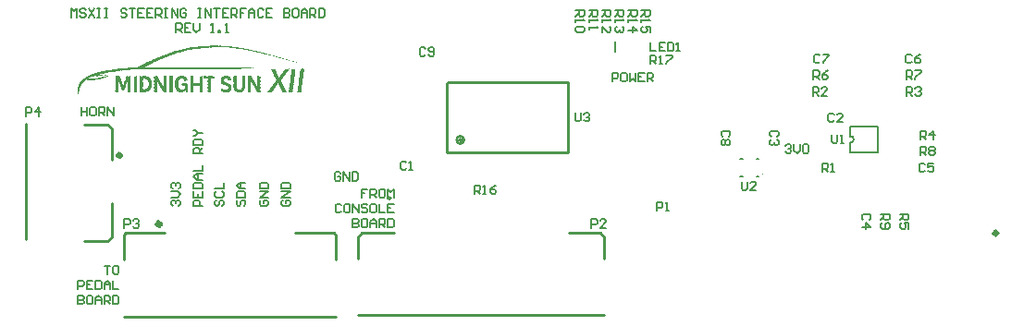
<source format=gto>
G04*
G04 #@! TF.GenerationSoftware,Altium Limited,Altium Designer,18.0.9 (584)*
G04*
G04 Layer_Color=65535*
%FSLAX25Y25*%
%MOIN*%
G70*
G01*
G75*
%ADD10C,0.01968*%
%ADD11C,0.01024*%
%ADD12C,0.01500*%
%ADD13C,0.01000*%
%ADD14C,0.00787*%
%ADD15C,0.00394*%
%ADD16C,0.00591*%
%ADD17C,0.00669*%
G36*
X71441Y96203D02*
X71806D01*
Y96130D01*
X71879D01*
Y96203D01*
X71952D01*
Y96130D01*
X72026D01*
Y96203D01*
X72099D01*
Y96130D01*
X72172D01*
Y96203D01*
X72245D01*
Y96130D01*
X72318D01*
Y96203D01*
X72391D01*
Y96130D01*
X73195D01*
Y96057D01*
X73268D01*
Y96130D01*
X73341D01*
Y96057D01*
X73414D01*
Y96130D01*
X73487D01*
Y96057D01*
X73706D01*
Y95984D01*
X73779D01*
Y96057D01*
X73852D01*
Y95984D01*
X73925D01*
Y96057D01*
X73998D01*
Y95984D01*
X74656D01*
Y95911D01*
X74729D01*
Y95984D01*
X74802D01*
Y95911D01*
X74875D01*
Y95984D01*
X74948D01*
Y95911D01*
X75021D01*
Y95838D01*
X75094D01*
Y95911D01*
X75167D01*
Y95838D01*
X75240D01*
Y95911D01*
X75314D01*
Y95838D01*
X75825D01*
Y95765D01*
X75898D01*
Y95838D01*
X75971D01*
Y95765D01*
X76044D01*
Y95692D01*
X76117D01*
Y95765D01*
X76190D01*
Y95692D01*
X76263D01*
Y95765D01*
X76336D01*
Y95692D01*
X76848D01*
Y95619D01*
X76921D01*
Y95692D01*
X76994D01*
Y95619D01*
X77067D01*
Y95546D01*
X77140D01*
Y95619D01*
X77213D01*
Y95546D01*
X77286D01*
Y95619D01*
X77359D01*
Y95546D01*
X77725D01*
Y95472D01*
X77798D01*
Y95546D01*
X77871D01*
Y95472D01*
X78090D01*
Y95399D01*
X78602D01*
Y95326D01*
X78675D01*
Y95399D01*
X78748D01*
Y95326D01*
X78821D01*
Y95253D01*
X78894D01*
Y95326D01*
X78967D01*
Y95253D01*
X79332D01*
Y95180D01*
X79405D01*
Y95253D01*
X79479D01*
Y95180D01*
X79552D01*
Y95107D01*
X79625D01*
Y95180D01*
X79698D01*
Y95107D01*
X80063D01*
Y95034D01*
X80136D01*
Y95107D01*
X80209D01*
Y95034D01*
X80282D01*
Y94961D01*
X80355D01*
Y95034D01*
X80428D01*
Y94961D01*
X80501D01*
Y95034D01*
X80575D01*
Y94961D01*
X80794D01*
Y94888D01*
X80867D01*
Y94961D01*
X80940D01*
Y94888D01*
X81013D01*
Y94815D01*
X81086D01*
Y94888D01*
X81159D01*
Y94815D01*
X81524D01*
Y94742D01*
X81598D01*
Y94815D01*
X81670D01*
Y94742D01*
X81744D01*
Y94669D01*
X81817D01*
Y94742D01*
X81890D01*
Y94669D01*
X82255D01*
Y94596D01*
X82328D01*
Y94669D01*
X82401D01*
Y94596D01*
X82474D01*
Y94523D01*
X82840D01*
Y94450D01*
X82913D01*
Y94523D01*
X82986D01*
Y94450D01*
X83059D01*
Y94376D01*
X83132D01*
Y94450D01*
X83205D01*
Y94376D01*
X83424D01*
Y94303D01*
X83497D01*
Y94376D01*
X83570D01*
Y94303D01*
X83643D01*
Y94230D01*
X83716D01*
Y94303D01*
X83789D01*
Y94230D01*
X84155D01*
Y94157D01*
X84228D01*
Y94230D01*
X84301D01*
Y94157D01*
X84374D01*
Y94084D01*
X84739D01*
Y94011D01*
X84959D01*
Y93938D01*
X85032D01*
Y94011D01*
X85105D01*
Y93938D01*
X85324D01*
Y93865D01*
X85397D01*
Y93938D01*
X85470D01*
Y93865D01*
X85543D01*
Y93792D01*
X85616D01*
Y93865D01*
X85689D01*
Y93792D01*
X85909D01*
Y93719D01*
X85982D01*
Y93792D01*
X86055D01*
Y93719D01*
X86128D01*
Y93646D01*
X86201D01*
Y93719D01*
X86274D01*
Y93646D01*
X86493D01*
Y93573D01*
X86566D01*
Y93646D01*
X86639D01*
Y93573D01*
X86712D01*
Y93500D01*
X86785D01*
Y93573D01*
X86858D01*
Y93500D01*
X87078D01*
Y93427D01*
X87151D01*
Y93500D01*
X87224D01*
Y93427D01*
X87297D01*
Y93353D01*
X87370D01*
Y93427D01*
X87443D01*
Y93353D01*
X87662D01*
Y93280D01*
X87735D01*
Y93353D01*
X87808D01*
Y93280D01*
X87881D01*
Y93207D01*
X88247D01*
Y93134D01*
X88320D01*
Y93061D01*
X88393D01*
Y93134D01*
X88466D01*
Y93061D01*
X88831D01*
Y92988D01*
X89050D01*
Y92915D01*
X89270D01*
Y92842D01*
X89343D01*
Y92915D01*
X89416D01*
Y92842D01*
X89489D01*
Y92769D01*
X89854D01*
Y92696D01*
X90073D01*
Y92623D01*
X90439D01*
Y92550D01*
X90512D01*
Y92477D01*
X90585D01*
Y92550D01*
X90658D01*
Y92477D01*
X90877D01*
Y92404D01*
X90950D01*
Y92477D01*
X91023D01*
Y92404D01*
X91096D01*
Y92330D01*
X91316D01*
Y92257D01*
X91389D01*
Y92330D01*
X91462D01*
Y92257D01*
X91535D01*
Y92184D01*
X91608D01*
Y92257D01*
X91681D01*
Y92184D01*
X91900D01*
Y92111D01*
X92119D01*
Y92038D01*
X92339D01*
Y91965D01*
X92412D01*
Y92038D01*
X92485D01*
Y91965D01*
X92558D01*
Y91892D01*
X92631D01*
Y91965D01*
X92704D01*
Y91892D01*
X92923D01*
Y91819D01*
X92996D01*
Y91892D01*
X93069D01*
Y91819D01*
X93142D01*
Y91746D01*
X93361D01*
Y91673D01*
X93435D01*
Y91746D01*
X93508D01*
Y91673D01*
X93581D01*
Y91600D01*
X93946D01*
Y91527D01*
X94019D01*
Y91454D01*
X94092D01*
Y91527D01*
X94165D01*
Y91454D01*
X94384D01*
Y91381D01*
X94604D01*
Y91308D01*
X94969D01*
Y91234D01*
X95188D01*
Y91161D01*
X95407D01*
Y91088D01*
X95480D01*
Y91161D01*
X95553D01*
Y91088D01*
X95626D01*
Y91015D01*
X95846D01*
Y90942D01*
X95919D01*
Y91015D01*
X95992D01*
Y90942D01*
X96065D01*
Y90869D01*
X96430D01*
Y90796D01*
X96503D01*
Y90723D01*
X96576D01*
Y90796D01*
X96649D01*
Y90723D01*
X96869D01*
Y90650D01*
X97088D01*
Y90577D01*
X97307D01*
Y90504D01*
X97380D01*
Y90577D01*
X97453D01*
Y90504D01*
X97526D01*
Y90431D01*
X97599D01*
Y90504D01*
X97672D01*
Y90431D01*
X97892D01*
Y90358D01*
X98111D01*
Y90285D01*
X98330D01*
Y90211D01*
X98549D01*
Y90139D01*
X98769D01*
Y90065D01*
X98842D01*
Y90139D01*
X98915D01*
Y90065D01*
X98988D01*
Y89992D01*
X99207D01*
Y89919D01*
X99280D01*
Y89846D01*
X99207D01*
Y89919D01*
X98988D01*
Y89992D01*
X98769D01*
Y90065D01*
X98695D01*
Y89992D01*
X98622D01*
Y90065D01*
X98549D01*
Y90139D01*
X98476D01*
Y90065D01*
X98403D01*
Y90139D01*
X98330D01*
Y90211D01*
X98257D01*
Y90139D01*
X98184D01*
Y90211D01*
X97965D01*
Y90285D01*
X97746D01*
Y90358D01*
X97526D01*
Y90431D01*
X97453D01*
Y90358D01*
X97380D01*
Y90431D01*
X97307D01*
Y90504D01*
X96942D01*
Y90577D01*
X96723D01*
Y90650D01*
X96503D01*
Y90723D01*
X96430D01*
Y90650D01*
X96357D01*
Y90723D01*
X96284D01*
Y90796D01*
X96211D01*
Y90723D01*
X96138D01*
Y90796D01*
X95919D01*
Y90869D01*
X95700D01*
Y90942D01*
X95334D01*
Y91015D01*
X95261D01*
Y91088D01*
X95188D01*
Y91015D01*
X95115D01*
Y91088D01*
X94896D01*
Y91161D01*
X94677D01*
Y91234D01*
X94458D01*
Y91308D01*
X94384D01*
Y91234D01*
X94311D01*
Y91308D01*
X94238D01*
Y91381D01*
X94165D01*
Y91308D01*
X94092D01*
Y91381D01*
X93873D01*
Y91454D01*
X93800D01*
Y91381D01*
X93727D01*
Y91454D01*
X93654D01*
Y91527D01*
X93288D01*
Y91600D01*
X93069D01*
Y91673D01*
X92850D01*
Y91746D01*
X92777D01*
Y91673D01*
X92704D01*
Y91746D01*
X92631D01*
Y91819D01*
X92558D01*
Y91746D01*
X92485D01*
Y91819D01*
X92119D01*
Y91892D01*
X92046D01*
Y91965D01*
X91973D01*
Y91892D01*
X91900D01*
Y91965D01*
X91681D01*
Y92038D01*
X91462D01*
Y92111D01*
X91389D01*
Y92038D01*
X91316D01*
Y92111D01*
X91096D01*
Y92184D01*
X91023D01*
Y92257D01*
X90950D01*
Y92184D01*
X91023D01*
Y92111D01*
X90950D01*
Y92184D01*
X90877D01*
Y92257D01*
X90512D01*
Y92330D01*
X90293D01*
Y92404D01*
X89927D01*
Y92477D01*
X89854D01*
Y92550D01*
X89781D01*
Y92477D01*
X89854D01*
Y92404D01*
X89781D01*
Y92477D01*
X89708D01*
Y92550D01*
X89343D01*
Y92623D01*
X89123D01*
Y92696D01*
X88904D01*
Y92769D01*
X88831D01*
Y92696D01*
X88758D01*
Y92769D01*
X88685D01*
Y92842D01*
X88612D01*
Y92769D01*
X88539D01*
Y92842D01*
X88174D01*
Y92915D01*
X87954D01*
Y92988D01*
X87589D01*
Y93061D01*
X87516D01*
Y93134D01*
X87443D01*
Y93061D01*
X87516D01*
Y92988D01*
X87443D01*
Y93061D01*
X87370D01*
Y93134D01*
X87005D01*
Y93207D01*
X86785D01*
Y93280D01*
X86712D01*
Y93207D01*
X86639D01*
Y93280D01*
X86420D01*
Y93353D01*
X86347D01*
Y93280D01*
X86274D01*
Y93353D01*
X86201D01*
Y93427D01*
X85835D01*
Y93500D01*
X85762D01*
Y93427D01*
X85689D01*
Y93500D01*
X85616D01*
Y93573D01*
X85543D01*
Y93500D01*
X85470D01*
Y93573D01*
X85105D01*
Y93646D01*
X84886D01*
Y93719D01*
X84520D01*
Y93792D01*
X84447D01*
Y93719D01*
X84374D01*
Y93792D01*
X84301D01*
Y93865D01*
X84228D01*
Y93792D01*
X84155D01*
Y93865D01*
X83936D01*
Y93938D01*
X83863D01*
Y93865D01*
X83789D01*
Y93938D01*
X83716D01*
Y94011D01*
X83643D01*
Y93938D01*
X83716D01*
Y93865D01*
X83643D01*
Y93938D01*
X83570D01*
Y94011D01*
X83205D01*
Y94084D01*
X83132D01*
Y94011D01*
X83059D01*
Y94084D01*
X82986D01*
Y94157D01*
X82913D01*
Y94084D01*
X82840D01*
Y94157D01*
X82474D01*
Y94230D01*
X82401D01*
Y94157D01*
X82328D01*
Y94230D01*
X82255D01*
Y94303D01*
X82182D01*
Y94230D01*
X82109D01*
Y94303D01*
X81744D01*
Y94376D01*
X81524D01*
Y94450D01*
X81451D01*
Y94376D01*
X81378D01*
Y94450D01*
X81013D01*
Y94523D01*
X80794D01*
Y94596D01*
X80721D01*
Y94523D01*
X80648D01*
Y94596D01*
X80282D01*
Y94669D01*
X80209D01*
Y94596D01*
X80136D01*
Y94669D01*
X80063D01*
Y94742D01*
X79990D01*
Y94669D01*
X79917D01*
Y94742D01*
X79552D01*
Y94815D01*
X79479D01*
Y94742D01*
X79405D01*
Y94815D01*
X79332D01*
Y94888D01*
X79259D01*
Y94815D01*
X79332D01*
Y94742D01*
X79259D01*
Y94815D01*
X79186D01*
Y94888D01*
X79113D01*
Y94815D01*
X79040D01*
Y94888D01*
X78675D01*
Y94961D01*
X78602D01*
Y94888D01*
X78529D01*
Y94961D01*
X78309D01*
Y95034D01*
X78236D01*
Y94961D01*
X78163D01*
Y95034D01*
X77798D01*
Y95107D01*
X77725D01*
Y95034D01*
X77652D01*
Y95107D01*
X77579D01*
Y95034D01*
X77506D01*
Y95107D01*
X77433D01*
Y95180D01*
X77359D01*
Y95107D01*
X77286D01*
Y95180D01*
X77213D01*
Y95107D01*
X77140D01*
Y95180D01*
X76775D01*
Y95253D01*
X76702D01*
Y95180D01*
X76629D01*
Y95253D01*
X76556D01*
Y95180D01*
X76483D01*
Y95253D01*
X76263D01*
Y95326D01*
X76190D01*
Y95253D01*
X76117D01*
Y95326D01*
X75606D01*
Y95399D01*
X75533D01*
Y95326D01*
X75460D01*
Y95399D01*
X75387D01*
Y95326D01*
X75314D01*
Y95399D01*
X75240D01*
Y95472D01*
X75167D01*
Y95399D01*
X75094D01*
Y95472D01*
X75021D01*
Y95399D01*
X74948D01*
Y95472D01*
X74145D01*
Y95546D01*
X74071D01*
Y95472D01*
X73998D01*
Y95546D01*
X73925D01*
Y95472D01*
X73852D01*
Y95546D01*
X73633D01*
Y95619D01*
X73560D01*
Y95546D01*
X73341D01*
Y95619D01*
X73268D01*
Y95546D01*
X73195D01*
Y95619D01*
X73122D01*
Y95546D01*
X73049D01*
Y95619D01*
X72975D01*
Y95546D01*
X72902D01*
Y95619D01*
X72829D01*
Y95546D01*
X72756D01*
Y95619D01*
X72683D01*
Y95546D01*
X72610D01*
Y95619D01*
X72391D01*
Y95546D01*
X72318D01*
Y95619D01*
X69760D01*
Y95546D01*
X69687D01*
Y95619D01*
X69468D01*
Y95546D01*
X69395D01*
Y95619D01*
X69322D01*
Y95546D01*
X69249D01*
Y95619D01*
X69176D01*
Y95546D01*
X69103D01*
Y95619D01*
X69030D01*
Y95546D01*
X68957D01*
Y95619D01*
X68884D01*
Y95546D01*
X68810D01*
Y95619D01*
X68737D01*
Y95546D01*
X68664D01*
Y95619D01*
X68591D01*
Y95546D01*
X68518D01*
Y95619D01*
X68445D01*
Y95546D01*
X68372D01*
Y95619D01*
X68299D01*
Y95546D01*
X68080D01*
Y95472D01*
X68007D01*
Y95546D01*
X67788D01*
Y95472D01*
X67715D01*
Y95546D01*
X67641D01*
Y95472D01*
X67568D01*
Y95546D01*
X67495D01*
Y95472D01*
X67422D01*
Y95546D01*
X67349D01*
Y95472D01*
X67276D01*
Y95546D01*
X67203D01*
Y95472D01*
X67130D01*
Y95546D01*
X67057D01*
Y95472D01*
X66107D01*
Y95399D01*
X66034D01*
Y95472D01*
X65961D01*
Y95399D01*
X65888D01*
Y95472D01*
X65815D01*
Y95399D01*
X65742D01*
Y95472D01*
X65669D01*
Y95399D01*
X65596D01*
Y95472D01*
X65522D01*
Y95399D01*
X65596D01*
Y95326D01*
X65522D01*
Y95399D01*
X65449D01*
Y95326D01*
X65376D01*
Y95399D01*
X65303D01*
Y95326D01*
X65230D01*
Y95399D01*
X65157D01*
Y95326D01*
X64499D01*
Y95253D01*
X64426D01*
Y95326D01*
X64353D01*
Y95253D01*
X64280D01*
Y95326D01*
X64207D01*
Y95253D01*
X63988D01*
Y95180D01*
X63915D01*
Y95253D01*
X63842D01*
Y95180D01*
X63769D01*
Y95253D01*
X63696D01*
Y95180D01*
X63623D01*
Y95253D01*
X63550D01*
Y95180D01*
X63038D01*
Y95107D01*
X62965D01*
Y95180D01*
X62892D01*
Y95107D01*
X62819D01*
Y95180D01*
X62746D01*
Y95107D01*
X62673D01*
Y95180D01*
X62600D01*
Y95107D01*
X62673D01*
Y95034D01*
X62600D01*
Y95107D01*
X62527D01*
Y95034D01*
X62454D01*
Y95107D01*
X62380D01*
Y95034D01*
X61869D01*
Y94961D01*
X61796D01*
Y95034D01*
X61723D01*
Y94961D01*
X61650D01*
Y95034D01*
X61577D01*
Y94961D01*
X61504D01*
Y94888D01*
X61431D01*
Y94961D01*
X61358D01*
Y94888D01*
X61285D01*
Y94961D01*
X61211D01*
Y94888D01*
X60846D01*
Y94815D01*
X60773D01*
Y94888D01*
X60700D01*
Y94815D01*
X60627D01*
Y94742D01*
X60554D01*
Y94815D01*
X60481D01*
Y94742D01*
X60115D01*
Y94669D01*
X60042D01*
Y94742D01*
X59969D01*
Y94669D01*
X59896D01*
Y94742D01*
X59823D01*
Y94669D01*
X59750D01*
Y94596D01*
X59677D01*
Y94669D01*
X59604D01*
Y94596D01*
X59239D01*
Y94523D01*
X59166D01*
Y94596D01*
X59092D01*
Y94523D01*
X59166D01*
Y94450D01*
X59092D01*
Y94523D01*
X59019D01*
Y94450D01*
X58946D01*
Y94523D01*
X58873D01*
Y94450D01*
X58654D01*
Y94376D01*
X58581D01*
Y94450D01*
X58508D01*
Y94376D01*
X58435D01*
Y94303D01*
X58362D01*
Y94376D01*
X58289D01*
Y94303D01*
X57923D01*
Y94230D01*
X57850D01*
Y94157D01*
X57777D01*
Y94230D01*
X57704D01*
Y94157D01*
X57485D01*
Y94084D01*
X57266D01*
Y94011D01*
X57193D01*
Y94084D01*
X57120D01*
Y94011D01*
X56900D01*
Y93938D01*
X56827D01*
Y94011D01*
X56754D01*
Y93938D01*
X56827D01*
Y93865D01*
X56754D01*
Y93938D01*
X56681D01*
Y93865D01*
X56462D01*
Y93792D01*
X56389D01*
Y93865D01*
X56316D01*
Y93792D01*
X56243D01*
Y93719D01*
X55877D01*
Y93646D01*
X55804D01*
Y93573D01*
X55585D01*
Y93500D01*
X55512D01*
Y93573D01*
X55439D01*
Y93500D01*
X55366D01*
Y93427D01*
X55001D01*
Y93353D01*
X54928D01*
Y93280D01*
X54562D01*
Y93207D01*
X54489D01*
Y93134D01*
X54124D01*
Y93061D01*
X54051D01*
Y92988D01*
X53831D01*
Y92915D01*
X53759D01*
Y92988D01*
X53685D01*
Y92915D01*
X53612D01*
Y92842D01*
X53393D01*
Y92769D01*
X53320D01*
Y92842D01*
X53247D01*
Y92769D01*
X53320D01*
Y92696D01*
X53247D01*
Y92769D01*
X53174D01*
Y92696D01*
X52955D01*
Y92623D01*
X52882D01*
Y92550D01*
X52809D01*
Y92623D01*
X52736D01*
Y92550D01*
X52516D01*
Y92477D01*
X52443D01*
Y92404D01*
X52224D01*
Y92330D01*
X52005D01*
Y92257D01*
X51786D01*
Y92184D01*
X51713D01*
Y92111D01*
X51493D01*
Y92038D01*
X51420D01*
Y92111D01*
X51347D01*
Y92038D01*
X51274D01*
Y91965D01*
X51055D01*
Y91892D01*
X50982D01*
Y91819D01*
X50909D01*
Y91892D01*
X50836D01*
Y91819D01*
X50763D01*
Y91746D01*
X50543D01*
Y91673D01*
X50324D01*
Y91600D01*
X50251D01*
Y91527D01*
X50032D01*
Y91454D01*
X49959D01*
Y91527D01*
X49886D01*
Y91454D01*
X49813D01*
Y91381D01*
X49594D01*
Y91308D01*
X49520D01*
Y91234D01*
X49301D01*
Y91161D01*
X49228D01*
Y91088D01*
X49009D01*
Y91015D01*
X48936D01*
Y91088D01*
X48863D01*
Y91015D01*
X48936D01*
Y90942D01*
X48863D01*
Y91015D01*
X48790D01*
Y90942D01*
X48717D01*
Y90869D01*
X48498D01*
Y90796D01*
X48278D01*
Y90723D01*
X48205D01*
Y90650D01*
X48132D01*
Y90577D01*
X48059D01*
Y90650D01*
X47986D01*
Y90577D01*
X47913D01*
Y90504D01*
X47694D01*
Y90431D01*
X47621D01*
Y90358D01*
X47401D01*
Y90285D01*
X47328D01*
Y90211D01*
X47109D01*
Y90139D01*
X47036D01*
Y90065D01*
X46817D01*
Y89992D01*
X46744D01*
Y89919D01*
X46525D01*
Y89846D01*
X46452D01*
Y89773D01*
X46232D01*
Y89700D01*
X46159D01*
Y89627D01*
X45940D01*
Y89554D01*
X45867D01*
Y89481D01*
X45648D01*
Y89408D01*
X45575D01*
Y89335D01*
X45356D01*
Y89262D01*
X45283D01*
Y89189D01*
X45063D01*
Y89116D01*
X44990D01*
Y89042D01*
X44771D01*
Y88969D01*
X44698D01*
Y88896D01*
X44479D01*
Y88823D01*
X44406D01*
Y88750D01*
X44186D01*
Y88677D01*
X44113D01*
Y88604D01*
X44040D01*
Y88531D01*
X44113D01*
Y88458D01*
X44186D01*
Y88385D01*
X44260D01*
Y88458D01*
X44625D01*
Y88531D01*
X44698D01*
Y88458D01*
X44771D01*
Y88385D01*
X44844D01*
Y88458D01*
X44917D01*
Y88531D01*
X44990D01*
Y88458D01*
X45210D01*
Y88531D01*
X45283D01*
Y88458D01*
X45356D01*
Y88385D01*
X45429D01*
Y88458D01*
X45648D01*
Y88385D01*
X45721D01*
Y88458D01*
X45940D01*
Y88385D01*
X46013D01*
Y88458D01*
X46086D01*
Y88385D01*
X46159D01*
Y88458D01*
X46232D01*
Y88385D01*
X46306D01*
Y88458D01*
X46525D01*
Y88385D01*
X46598D01*
Y88458D01*
X46671D01*
Y88385D01*
X46744D01*
Y88458D01*
X46817D01*
Y88385D01*
X46890D01*
Y88458D01*
X46963D01*
Y88385D01*
X47036D01*
Y88458D01*
X47109D01*
Y88385D01*
X47182D01*
Y88458D01*
X47255D01*
Y88385D01*
X47328D01*
Y88458D01*
X47401D01*
Y88385D01*
X47475D01*
Y88458D01*
X47548D01*
Y88385D01*
X47621D01*
Y88458D01*
X47694D01*
Y88385D01*
X47767D01*
Y88458D01*
X47840D01*
Y88385D01*
X47913D01*
Y88458D01*
X47986D01*
Y88385D01*
X48059D01*
Y88458D01*
X48132D01*
Y88385D01*
X48205D01*
Y88458D01*
X48278D01*
Y88385D01*
X48351D01*
Y88458D01*
X48425D01*
Y88385D01*
X48498D01*
Y88458D01*
X48571D01*
Y88385D01*
X48644D01*
Y88458D01*
X48717D01*
Y88385D01*
X48790D01*
Y88458D01*
X48863D01*
Y88385D01*
X48936D01*
Y88458D01*
X49009D01*
Y88385D01*
X49082D01*
Y88458D01*
X49155D01*
Y88385D01*
X49374D01*
Y88458D01*
X49447D01*
Y88385D01*
X49667D01*
Y88458D01*
X49740D01*
Y88385D01*
X49959D01*
Y88458D01*
X50032D01*
Y88385D01*
X55074D01*
Y88312D01*
X55147D01*
Y88385D01*
X55220D01*
Y88312D01*
X55293D01*
Y88385D01*
X55366D01*
Y88312D01*
X55439D01*
Y88385D01*
X55512D01*
Y88312D01*
X55585D01*
Y88385D01*
X55658D01*
Y88312D01*
X55731D01*
Y88385D01*
X55804D01*
Y88312D01*
X55877D01*
Y88385D01*
X56097D01*
Y88312D01*
X56170D01*
Y88385D01*
X56243D01*
Y88312D01*
X56316D01*
Y88385D01*
X56389D01*
Y88312D01*
X56462D01*
Y88385D01*
X56535D01*
Y88312D01*
X56608D01*
Y88385D01*
X56681D01*
Y88312D01*
X56754D01*
Y88385D01*
X56827D01*
Y88312D01*
X56900D01*
Y88385D01*
X56973D01*
Y88312D01*
X57047D01*
Y88385D01*
X57120D01*
Y88312D01*
X57193D01*
Y88385D01*
X57266D01*
Y88312D01*
X57339D01*
Y88385D01*
X57412D01*
Y88312D01*
X57485D01*
Y88385D01*
X57558D01*
Y88312D01*
X57631D01*
Y88385D01*
X57704D01*
Y88312D01*
X57777D01*
Y88385D01*
X57850D01*
Y88312D01*
X57923D01*
Y88385D01*
X57996D01*
Y88312D01*
X58069D01*
Y88385D01*
X58143D01*
Y88312D01*
X58216D01*
Y88385D01*
X58289D01*
Y88312D01*
X58362D01*
Y88385D01*
X58435D01*
Y88312D01*
X58508D01*
Y88385D01*
X58581D01*
Y88312D01*
X58654D01*
Y88385D01*
X58727D01*
Y88312D01*
X58800D01*
Y88385D01*
X58873D01*
Y88312D01*
X58946D01*
Y88385D01*
X59019D01*
Y88312D01*
X59092D01*
Y88385D01*
X59166D01*
Y88312D01*
X59385D01*
Y88385D01*
X59458D01*
Y88312D01*
X59677D01*
Y88385D01*
X59750D01*
Y88312D01*
X59969D01*
Y88385D01*
X60042D01*
Y88312D01*
X60261D01*
Y88385D01*
X60335D01*
Y88312D01*
X60554D01*
Y88385D01*
X60627D01*
Y88312D01*
X60846D01*
Y88385D01*
X60919D01*
Y88312D01*
X61138D01*
Y88385D01*
X61211D01*
Y88312D01*
X61431D01*
Y88385D01*
X61504D01*
Y88312D01*
X61723D01*
Y88385D01*
X61796D01*
Y88312D01*
X62015D01*
Y88385D01*
X62088D01*
Y88312D01*
X62307D01*
Y88385D01*
X62380D01*
Y88312D01*
X62600D01*
Y88385D01*
X62673D01*
Y88312D01*
X62746D01*
Y88385D01*
X62819D01*
Y88312D01*
X62892D01*
Y88385D01*
X62965D01*
Y88312D01*
X63038D01*
Y88385D01*
X63111D01*
Y88312D01*
X63184D01*
Y88385D01*
X63257D01*
Y88312D01*
X63330D01*
Y88385D01*
X63403D01*
Y88312D01*
X63477D01*
Y88385D01*
X63550D01*
Y88312D01*
X63623D01*
Y88385D01*
X63696D01*
Y88312D01*
X63769D01*
Y88385D01*
X63842D01*
Y88312D01*
X63915D01*
Y88385D01*
X63988D01*
Y88312D01*
X64061D01*
Y88385D01*
X64134D01*
Y88312D01*
X64207D01*
Y88385D01*
X64280D01*
Y88312D01*
X64353D01*
Y88385D01*
X64426D01*
Y88312D01*
X64499D01*
Y88385D01*
X64573D01*
Y88312D01*
X64646D01*
Y88385D01*
X64719D01*
Y88312D01*
X64792D01*
Y88385D01*
X64865D01*
Y88312D01*
X64938D01*
Y88385D01*
X65011D01*
Y88312D01*
X65084D01*
Y88385D01*
X65157D01*
Y88312D01*
X65230D01*
Y88385D01*
X65303D01*
Y88312D01*
X65376D01*
Y88385D01*
X65449D01*
Y88312D01*
X65522D01*
Y88385D01*
X65596D01*
Y88312D01*
X65669D01*
Y88385D01*
X65742D01*
Y88312D01*
X65815D01*
Y88385D01*
X65888D01*
Y88312D01*
X65961D01*
Y88385D01*
X66034D01*
Y88312D01*
X66107D01*
Y88385D01*
X66180D01*
Y88312D01*
X66253D01*
Y88385D01*
X66326D01*
Y88312D01*
X66399D01*
Y88385D01*
X66472D01*
Y88312D01*
X66545D01*
Y88385D01*
X66619D01*
Y88312D01*
X66691D01*
Y88385D01*
X66765D01*
Y88312D01*
X66838D01*
Y88385D01*
X66911D01*
Y88312D01*
X66984D01*
Y88385D01*
X67057D01*
Y88312D01*
X67130D01*
Y88385D01*
X67203D01*
Y88312D01*
X67276D01*
Y88385D01*
X67349D01*
Y88312D01*
X67422D01*
Y88385D01*
X67495D01*
Y88312D01*
X67568D01*
Y88385D01*
X67641D01*
Y88312D01*
X67715D01*
Y88385D01*
X67788D01*
Y88312D01*
X67861D01*
Y88385D01*
X67934D01*
Y88312D01*
X68007D01*
Y88385D01*
X68080D01*
Y88312D01*
X68153D01*
Y88385D01*
X68226D01*
Y88312D01*
X68299D01*
Y88385D01*
X68372D01*
Y88312D01*
X68445D01*
Y88385D01*
X68518D01*
Y88312D01*
X68591D01*
Y88385D01*
X68664D01*
Y88312D01*
X68737D01*
Y88385D01*
X68810D01*
Y88312D01*
X68884D01*
Y88385D01*
X68957D01*
Y88312D01*
X69030D01*
Y88385D01*
X69103D01*
Y88312D01*
X69176D01*
Y88385D01*
X69249D01*
Y88312D01*
X69322D01*
Y88385D01*
X69395D01*
Y88312D01*
X69468D01*
Y88385D01*
X69541D01*
Y88312D01*
X69614D01*
Y88385D01*
X69687D01*
Y88312D01*
X69760D01*
Y88385D01*
X69833D01*
Y88312D01*
X69907D01*
Y88385D01*
X69980D01*
Y88312D01*
X70053D01*
Y88385D01*
X70126D01*
Y88312D01*
X70199D01*
Y88385D01*
X70272D01*
Y88312D01*
X70345D01*
Y88385D01*
X70418D01*
Y88312D01*
X70491D01*
Y88385D01*
X70564D01*
Y88312D01*
X70637D01*
Y88385D01*
X70710D01*
Y88312D01*
X70783D01*
Y88385D01*
X70856D01*
Y88312D01*
X70929D01*
Y88385D01*
X71003D01*
Y88312D01*
X71076D01*
Y88385D01*
X71149D01*
Y88312D01*
X71222D01*
Y88385D01*
X71295D01*
Y88312D01*
X71368D01*
Y88385D01*
X71441D01*
Y88312D01*
X71514D01*
Y88385D01*
X71587D01*
Y88312D01*
X71660D01*
Y88385D01*
X71733D01*
Y88312D01*
X71806D01*
Y88385D01*
X71879D01*
Y88312D01*
X71952D01*
Y88385D01*
X72026D01*
Y88312D01*
X72099D01*
Y88385D01*
X72172D01*
Y88312D01*
X72245D01*
Y88385D01*
X72318D01*
Y88312D01*
X72391D01*
Y88385D01*
X72464D01*
Y88312D01*
X72537D01*
Y88385D01*
X72610D01*
Y88312D01*
X72683D01*
Y88385D01*
X72756D01*
Y88312D01*
X72829D01*
Y88385D01*
X72902D01*
Y88312D01*
X72975D01*
Y88385D01*
X73049D01*
Y88312D01*
X73122D01*
Y88385D01*
X73195D01*
Y88312D01*
X73268D01*
Y88385D01*
X73341D01*
Y88312D01*
X73414D01*
Y88385D01*
X73487D01*
Y88312D01*
X73560D01*
Y88385D01*
X73633D01*
Y88312D01*
X73706D01*
Y88385D01*
X73779D01*
Y88312D01*
X73852D01*
Y88385D01*
X73925D01*
Y88312D01*
X73998D01*
Y88385D01*
X74071D01*
Y88312D01*
X74145D01*
Y88385D01*
X74218D01*
Y88312D01*
X74291D01*
Y88385D01*
X74364D01*
Y88312D01*
X74437D01*
Y88385D01*
X74510D01*
Y88312D01*
X74583D01*
Y88385D01*
X74656D01*
Y88312D01*
X74729D01*
Y88385D01*
X74802D01*
Y88312D01*
X74875D01*
Y88385D01*
X74948D01*
Y88312D01*
X75167D01*
Y88385D01*
X75240D01*
Y88312D01*
X75460D01*
Y88385D01*
X75533D01*
Y88312D01*
X75606D01*
Y88239D01*
X75679D01*
Y88312D01*
X75898D01*
Y88239D01*
X75971D01*
Y88312D01*
X76044D01*
Y88239D01*
X76117D01*
Y88312D01*
X76190D01*
Y88239D01*
X76263D01*
Y88312D01*
X76336D01*
Y88239D01*
X76410D01*
Y88312D01*
X76483D01*
Y88239D01*
X76556D01*
Y88312D01*
X76629D01*
Y88239D01*
X76702D01*
Y88312D01*
X76775D01*
Y88239D01*
X76848D01*
Y88312D01*
X76921D01*
Y88239D01*
X76994D01*
Y88312D01*
X77067D01*
Y88239D01*
X77140D01*
Y88312D01*
X77213D01*
Y88239D01*
X77286D01*
Y88312D01*
X77359D01*
Y88239D01*
X77433D01*
Y88312D01*
X77506D01*
Y88239D01*
X77579D01*
Y88312D01*
X77652D01*
Y88239D01*
X77725D01*
Y88312D01*
X77944D01*
Y88239D01*
X78017D01*
Y88312D01*
X78236D01*
Y88239D01*
X78309D01*
Y88312D01*
X78529D01*
Y88239D01*
X78602D01*
Y88312D01*
X78821D01*
Y88239D01*
X78894D01*
Y88312D01*
X78967D01*
Y88239D01*
X79040D01*
Y88312D01*
X79113D01*
Y88239D01*
X79186D01*
Y88312D01*
X79405D01*
Y88239D01*
X79479D01*
Y88312D01*
X79698D01*
Y88239D01*
X79771D01*
Y88312D01*
X79844D01*
Y88385D01*
X79917D01*
Y88312D01*
X80136D01*
Y88385D01*
X80209D01*
Y88312D01*
X80428D01*
Y88385D01*
X80501D01*
Y88312D01*
X80721D01*
Y88385D01*
X80794D01*
Y88312D01*
X81013D01*
Y88385D01*
X81086D01*
Y88312D01*
X81305D01*
Y88385D01*
X81378D01*
Y88312D01*
X81598D01*
Y88385D01*
X81670D01*
Y88312D01*
X81744D01*
Y88385D01*
X81817D01*
Y88312D01*
X81890D01*
Y88385D01*
X81963D01*
Y88312D01*
X82036D01*
Y88385D01*
X82109D01*
Y88312D01*
X82182D01*
Y88385D01*
X82255D01*
Y88312D01*
X82328D01*
Y88385D01*
X82401D01*
Y88312D01*
X82474D01*
Y88385D01*
X82547D01*
Y88312D01*
X82620D01*
Y88385D01*
X82693D01*
Y88312D01*
X82766D01*
Y88385D01*
X84447D01*
Y88312D01*
X83643D01*
Y88239D01*
X83570D01*
Y88312D01*
X83497D01*
Y88239D01*
X83424D01*
Y88312D01*
X83351D01*
Y88239D01*
X83278D01*
Y88312D01*
X83205D01*
Y88239D01*
X82986D01*
Y88166D01*
X82913D01*
Y88239D01*
X82840D01*
Y88166D01*
X82766D01*
Y88239D01*
X82693D01*
Y88166D01*
X82620D01*
Y88239D01*
X82547D01*
Y88166D01*
X82474D01*
Y88239D01*
X82401D01*
Y88166D01*
X81598D01*
Y88093D01*
X81524D01*
Y88166D01*
X81451D01*
Y88093D01*
X81378D01*
Y88166D01*
X81305D01*
Y88093D01*
X81232D01*
Y88166D01*
X81159D01*
Y88093D01*
X81086D01*
Y88166D01*
X81013D01*
Y88093D01*
X80794D01*
Y88020D01*
X80721D01*
Y88093D01*
X80648D01*
Y88020D01*
X80575D01*
Y88093D01*
X80501D01*
Y88020D01*
X80428D01*
Y88093D01*
X80355D01*
Y88020D01*
X79405D01*
Y87946D01*
X79332D01*
Y88020D01*
X79259D01*
Y87946D01*
X79186D01*
Y88020D01*
X79113D01*
Y87946D01*
X78894D01*
Y88020D01*
X78821D01*
Y87946D01*
X78602D01*
Y87873D01*
X78529D01*
Y87946D01*
X78456D01*
Y87873D01*
X78382D01*
Y87946D01*
X78309D01*
Y87873D01*
X78236D01*
Y87946D01*
X78163D01*
Y87873D01*
X78090D01*
Y87946D01*
X78017D01*
Y87873D01*
X76921D01*
Y87800D01*
X76848D01*
Y87873D01*
X76775D01*
Y87800D01*
X76702D01*
Y87873D01*
X76629D01*
Y87800D01*
X76556D01*
Y87873D01*
X76483D01*
Y87800D01*
X76410D01*
Y87873D01*
X76336D01*
Y87800D01*
X76410D01*
Y87727D01*
X76336D01*
Y87800D01*
X76117D01*
Y87727D01*
X76044D01*
Y87800D01*
X75971D01*
Y87727D01*
X75898D01*
Y87800D01*
X75825D01*
Y87727D01*
X75752D01*
Y87800D01*
X75679D01*
Y87727D01*
X75606D01*
Y87800D01*
X75533D01*
Y87727D01*
X75460D01*
Y87800D01*
X75387D01*
Y87727D01*
X73852D01*
Y87654D01*
X73779D01*
Y87727D01*
X73560D01*
Y87654D01*
X73487D01*
Y87727D01*
X73414D01*
Y87654D01*
X73341D01*
Y87727D01*
X73268D01*
Y87654D01*
X73195D01*
Y87727D01*
X73122D01*
Y87654D01*
X73049D01*
Y87727D01*
X72975D01*
Y87654D01*
X72902D01*
Y87727D01*
X72829D01*
Y87654D01*
X72756D01*
Y87727D01*
X72683D01*
Y87654D01*
X72610D01*
Y87727D01*
X72537D01*
Y87654D01*
X72464D01*
Y87727D01*
X72391D01*
Y87654D01*
X72172D01*
Y87727D01*
X72099D01*
Y87654D01*
X71879D01*
Y87581D01*
X71806D01*
Y87654D01*
X71441D01*
Y87581D01*
X71368D01*
Y87654D01*
X71295D01*
Y87581D01*
X71222D01*
Y87654D01*
X71149D01*
Y87581D01*
X71076D01*
Y87654D01*
X71003D01*
Y87581D01*
X70929D01*
Y87654D01*
X70856D01*
Y87581D01*
X70783D01*
Y87654D01*
X70710D01*
Y87581D01*
X70637D01*
Y87654D01*
X70564D01*
Y87581D01*
X70491D01*
Y87654D01*
X70418D01*
Y87581D01*
X70345D01*
Y87654D01*
X70272D01*
Y87581D01*
X70199D01*
Y87654D01*
X70126D01*
Y87581D01*
X70053D01*
Y87654D01*
X69980D01*
Y87581D01*
X69907D01*
Y87654D01*
X69833D01*
Y87581D01*
X69760D01*
Y87654D01*
X69687D01*
Y87581D01*
X69614D01*
Y87654D01*
X69541D01*
Y87581D01*
X69468D01*
Y87654D01*
X69395D01*
Y87581D01*
X69322D01*
Y87654D01*
X69249D01*
Y87581D01*
X69176D01*
Y87654D01*
X69103D01*
Y87581D01*
X69030D01*
Y87654D01*
X68957D01*
Y87581D01*
X68884D01*
Y87654D01*
X68810D01*
Y87581D01*
X68737D01*
Y87654D01*
X68664D01*
Y87581D01*
X68591D01*
Y87654D01*
X68518D01*
Y87581D01*
X68445D01*
Y87654D01*
X68372D01*
Y87581D01*
X68299D01*
Y87654D01*
X68226D01*
Y87581D01*
X68153D01*
Y87654D01*
X68080D01*
Y87581D01*
X68007D01*
Y87654D01*
X67934D01*
Y87581D01*
X67861D01*
Y87654D01*
X67788D01*
Y87581D01*
X67422D01*
Y87654D01*
X67349D01*
Y87581D01*
X66838D01*
Y87654D01*
X66765D01*
Y87581D01*
X56316D01*
Y87654D01*
X56243D01*
Y87581D01*
X55731D01*
Y87654D01*
X55658D01*
Y87581D01*
X55147D01*
Y87654D01*
X55074D01*
Y87581D01*
X54855D01*
Y87654D01*
X54781D01*
Y87581D01*
X54708D01*
Y87654D01*
X54635D01*
Y87581D01*
X54562D01*
Y87654D01*
X54489D01*
Y87581D01*
X54416D01*
Y87654D01*
X54343D01*
Y87581D01*
X54270D01*
Y87654D01*
X54197D01*
Y87581D01*
X54124D01*
Y87654D01*
X54051D01*
Y87581D01*
X53978D01*
Y87654D01*
X53905D01*
Y87581D01*
X53831D01*
Y87654D01*
X53759D01*
Y87581D01*
X53685D01*
Y87654D01*
X53612D01*
Y87581D01*
X53539D01*
Y87654D01*
X53466D01*
Y87581D01*
X53393D01*
Y87654D01*
X53320D01*
Y87581D01*
X53247D01*
Y87654D01*
X53174D01*
Y87581D01*
X53101D01*
Y87654D01*
X53028D01*
Y87581D01*
X52955D01*
Y87654D01*
X52882D01*
Y87581D01*
X52809D01*
Y87654D01*
X52736D01*
Y87581D01*
X52662D01*
Y87654D01*
X52589D01*
Y87581D01*
X52516D01*
Y87654D01*
X52443D01*
Y87581D01*
X52370D01*
Y87654D01*
X52297D01*
Y87581D01*
X52224D01*
Y87654D01*
X52151D01*
Y87581D01*
X52078D01*
Y87654D01*
X52005D01*
Y87581D01*
X51932D01*
Y87654D01*
X51859D01*
Y87581D01*
X51786D01*
Y87654D01*
X51713D01*
Y87581D01*
X51639D01*
Y87654D01*
X51420D01*
Y87581D01*
X51347D01*
Y87654D01*
X51274D01*
Y87581D01*
X51201D01*
Y87654D01*
X51128D01*
Y87581D01*
X51055D01*
Y87654D01*
X50836D01*
Y87581D01*
X50763D01*
Y87654D01*
X50251D01*
Y87581D01*
X50178D01*
Y87654D01*
X49959D01*
Y87727D01*
X49886D01*
Y87654D01*
X49667D01*
Y87727D01*
X49594D01*
Y87654D01*
X49374D01*
Y87727D01*
X49301D01*
Y87654D01*
X49082D01*
Y87727D01*
X49009D01*
Y87654D01*
X48790D01*
Y87727D01*
X48717D01*
Y87654D01*
X48644D01*
Y87727D01*
X48571D01*
Y87654D01*
X48498D01*
Y87727D01*
X48425D01*
Y87654D01*
X48351D01*
Y87727D01*
X48278D01*
Y87654D01*
X48205D01*
Y87727D01*
X48132D01*
Y87654D01*
X48059D01*
Y87727D01*
X47986D01*
Y87654D01*
X47913D01*
Y87727D01*
X47840D01*
Y87654D01*
X47767D01*
Y87727D01*
X47694D01*
Y87654D01*
X47621D01*
Y87727D01*
X47548D01*
Y87654D01*
X47475D01*
Y87727D01*
X47401D01*
Y87654D01*
X47328D01*
Y87727D01*
X47255D01*
Y87654D01*
X47182D01*
Y87727D01*
X47109D01*
Y87654D01*
X47036D01*
Y87727D01*
X46963D01*
Y87654D01*
X46890D01*
Y87727D01*
X46817D01*
Y87654D01*
X46744D01*
Y87727D01*
X46671D01*
Y87654D01*
X46598D01*
Y87727D01*
X46525D01*
Y87654D01*
X46452D01*
Y87727D01*
X46379D01*
Y87654D01*
X46306D01*
Y87727D01*
X46086D01*
Y87654D01*
X46013D01*
Y87727D01*
X45794D01*
Y87654D01*
X45721D01*
Y87727D01*
X45502D01*
Y87654D01*
X45429D01*
Y87727D01*
X45210D01*
Y87654D01*
X45136D01*
Y87727D01*
X44917D01*
Y87654D01*
X44844D01*
Y87727D01*
X44625D01*
Y87654D01*
X44552D01*
Y87727D01*
X44479D01*
Y87654D01*
X44406D01*
Y87727D01*
X44333D01*
Y87654D01*
X44260D01*
Y87727D01*
X44186D01*
Y87654D01*
X44113D01*
Y87727D01*
X44040D01*
Y87654D01*
X43967D01*
Y87727D01*
X43894D01*
Y87654D01*
X43821D01*
Y87727D01*
X43748D01*
Y87654D01*
X43675D01*
Y87727D01*
X43602D01*
Y87654D01*
X43529D01*
Y87727D01*
X43456D01*
Y87654D01*
X43383D01*
Y87727D01*
X43310D01*
Y87654D01*
X43237D01*
Y87727D01*
X43164D01*
Y87654D01*
X43091D01*
Y87727D01*
X43017D01*
Y87654D01*
X42944D01*
Y87727D01*
X42871D01*
Y87654D01*
X42798D01*
Y87727D01*
X42725D01*
Y87654D01*
X42652D01*
Y87727D01*
X42579D01*
Y87654D01*
X42360D01*
Y87727D01*
X42287D01*
Y87654D01*
X42068D01*
Y87727D01*
X41995D01*
Y87654D01*
X41483D01*
Y87581D01*
X41410D01*
Y87654D01*
X41337D01*
Y87581D01*
X41264D01*
Y87654D01*
X41191D01*
Y87581D01*
X41118D01*
Y87654D01*
X41045D01*
Y87581D01*
X40971D01*
Y87654D01*
X40898D01*
Y87581D01*
X40825D01*
Y87654D01*
X40752D01*
Y87581D01*
X40679D01*
Y87654D01*
X40606D01*
Y87581D01*
X40533D01*
Y87654D01*
X40460D01*
Y87581D01*
X39218D01*
Y87508D01*
X39145D01*
Y87581D01*
X39072D01*
Y87508D01*
X38999D01*
Y87581D01*
X38926D01*
Y87508D01*
X38853D01*
Y87581D01*
X38780D01*
Y87508D01*
X38706D01*
Y87581D01*
X38633D01*
Y87508D01*
X38706D01*
Y87435D01*
X38633D01*
Y87508D01*
X38414D01*
Y87435D01*
X38341D01*
Y87508D01*
X38268D01*
Y87435D01*
X37318D01*
Y87362D01*
X37245D01*
Y87435D01*
X37172D01*
Y87362D01*
X37099D01*
Y87435D01*
X37026D01*
Y87362D01*
X36807D01*
Y87289D01*
X36734D01*
Y87362D01*
X36661D01*
Y87289D01*
X36587D01*
Y87362D01*
X36514D01*
Y87289D01*
X36441D01*
Y87362D01*
X36368D01*
Y87289D01*
X35711D01*
Y87216D01*
X35638D01*
Y87289D01*
X35565D01*
Y87216D01*
X35491D01*
Y87289D01*
X35418D01*
Y87216D01*
X35491D01*
Y87143D01*
X35418D01*
Y87216D01*
X35345D01*
Y87143D01*
X35272D01*
Y87216D01*
X35199D01*
Y87143D01*
X35126D01*
Y87216D01*
X35053D01*
Y87143D01*
X34541D01*
Y87070D01*
X34468D01*
Y87143D01*
X34395D01*
Y87070D01*
X34176D01*
Y86997D01*
X34103D01*
Y87070D01*
X34030D01*
Y86997D01*
X33957D01*
Y87070D01*
X33884D01*
Y86997D01*
X33372D01*
Y86923D01*
X33299D01*
Y86997D01*
X33226D01*
Y86923D01*
X33153D01*
Y86997D01*
X33080D01*
Y86923D01*
X33153D01*
Y86850D01*
X33080D01*
Y86923D01*
X33007D01*
Y86850D01*
X32934D01*
Y86923D01*
X32861D01*
Y86850D01*
X32350D01*
Y86777D01*
X32130D01*
Y86704D01*
X32057D01*
Y86777D01*
X31984D01*
Y86704D01*
X31911D01*
Y86777D01*
X31838D01*
Y86704D01*
X31473D01*
Y86631D01*
X31400D01*
Y86704D01*
X31326D01*
Y86631D01*
X31253D01*
Y86558D01*
X31180D01*
Y86631D01*
X31107D01*
Y86558D01*
X30742D01*
Y86485D01*
X30669D01*
Y86558D01*
X30596D01*
Y86485D01*
X30377D01*
Y86412D01*
X30011D01*
Y86339D01*
X29938D01*
Y86412D01*
X29865D01*
Y86339D01*
X29792D01*
Y86266D01*
X29719D01*
Y86339D01*
X29646D01*
Y86266D01*
X29427D01*
Y86193D01*
X29354D01*
Y86266D01*
X29281D01*
Y86193D01*
X29208D01*
Y86266D01*
X29135D01*
Y86193D01*
X29061D01*
Y86120D01*
X28696D01*
Y86047D01*
X28623D01*
Y86120D01*
X28550D01*
Y86047D01*
X28477D01*
Y85974D01*
X28404D01*
Y86047D01*
X28331D01*
Y85974D01*
X28111D01*
Y85900D01*
X28038D01*
Y85974D01*
X27965D01*
Y85900D01*
X27892D01*
Y85827D01*
X27819D01*
Y85900D01*
X27746D01*
Y85827D01*
X27527D01*
Y85754D01*
X27308D01*
Y85681D01*
X27235D01*
Y85754D01*
X27162D01*
Y85681D01*
X27088D01*
Y85608D01*
X28769D01*
Y85535D01*
X28842D01*
Y85608D01*
X29061D01*
Y85535D01*
X29135D01*
Y85608D01*
X29208D01*
Y85535D01*
X29281D01*
Y85608D01*
X29354D01*
Y85535D01*
X29427D01*
Y85608D01*
X29500D01*
Y85535D01*
X29573D01*
Y85608D01*
X29646D01*
Y85535D01*
X29719D01*
Y85608D01*
X29792D01*
Y85535D01*
X30011D01*
Y85608D01*
X30084D01*
Y85535D01*
X30157D01*
Y85462D01*
X30231D01*
Y85535D01*
X30450D01*
Y85462D01*
X30523D01*
Y85535D01*
X30596D01*
Y85462D01*
X30669D01*
Y85535D01*
X30742D01*
Y85462D01*
X30815D01*
Y85535D01*
X30888D01*
Y85462D01*
X30961D01*
Y85535D01*
X31034D01*
Y85462D01*
X31253D01*
Y85389D01*
X31034D01*
Y85316D01*
X30961D01*
Y85243D01*
X30888D01*
Y85316D01*
X30815D01*
Y85243D01*
X30742D01*
Y85170D01*
X30523D01*
Y85097D01*
X30304D01*
Y85024D01*
X30231D01*
Y84951D01*
X30011D01*
Y84878D01*
X29938D01*
Y84804D01*
X29719D01*
Y84731D01*
X29500D01*
Y84658D01*
X29281D01*
Y84585D01*
X29061D01*
Y84512D01*
X28842D01*
Y84439D01*
X28623D01*
Y84366D01*
X28404D01*
Y84293D01*
X28331D01*
Y84366D01*
X28258D01*
Y84293D01*
X28185D01*
Y84220D01*
X28111D01*
Y84293D01*
X28038D01*
Y84220D01*
X27819D01*
Y84147D01*
X27746D01*
Y84220D01*
X27673D01*
Y84147D01*
X27600D01*
Y84074D01*
X27527D01*
Y84147D01*
X27454D01*
Y84074D01*
X27088D01*
Y84001D01*
X27016D01*
Y84074D01*
X26942D01*
Y84001D01*
X26869D01*
Y83928D01*
X26796D01*
Y84001D01*
X26723D01*
Y83928D01*
X26212D01*
Y83855D01*
X26139D01*
Y83928D01*
X26066D01*
Y83855D01*
X25993D01*
Y83928D01*
X25919D01*
Y83855D01*
X25700D01*
Y83782D01*
X25627D01*
Y83855D01*
X25554D01*
Y83782D01*
X25481D01*
Y83855D01*
X25408D01*
Y83782D01*
X25335D01*
Y83855D01*
X25262D01*
Y83782D01*
X25189D01*
Y83855D01*
X25116D01*
Y83782D01*
X25043D01*
Y83855D01*
X24970D01*
Y83782D01*
X24166D01*
Y83855D01*
X24093D01*
Y83782D01*
X24020D01*
Y83855D01*
X23947D01*
Y83782D01*
X23874D01*
Y83855D01*
X23800D01*
Y83782D01*
X23727D01*
Y83855D01*
X23654D01*
Y83782D01*
X23581D01*
Y83855D01*
X23362D01*
Y83928D01*
X23289D01*
Y83855D01*
X23216D01*
Y83928D01*
X23143D01*
Y83855D01*
X23070D01*
Y83928D01*
X22704D01*
Y83855D01*
X22631D01*
Y83782D01*
X22558D01*
Y83709D01*
X22485D01*
Y83635D01*
X22412D01*
Y83562D01*
X22339D01*
Y83489D01*
X22266D01*
Y83416D01*
X22193D01*
Y83343D01*
X22047D01*
Y83270D01*
X21974D01*
Y83197D01*
X21828D01*
Y83051D01*
X21681D01*
Y82905D01*
X21535D01*
Y82759D01*
X21462D01*
Y82613D01*
X21389D01*
Y82539D01*
X21316D01*
Y82466D01*
X21243D01*
Y82393D01*
X21170D01*
Y82320D01*
X21097D01*
Y82174D01*
X20951D01*
Y82101D01*
X21024D01*
Y82028D01*
X20951D01*
Y81955D01*
X20878D01*
Y81882D01*
X20805D01*
Y81663D01*
X20732D01*
Y81590D01*
X20659D01*
Y81443D01*
X20585D01*
Y81297D01*
X20512D01*
Y81078D01*
X20439D01*
Y81005D01*
X20366D01*
Y80932D01*
X20439D01*
Y80859D01*
X20366D01*
Y80640D01*
X20293D01*
Y80567D01*
X20220D01*
Y80493D01*
X20293D01*
Y80420D01*
X20220D01*
Y80201D01*
X20147D01*
Y80128D01*
X20074D01*
Y80055D01*
X20147D01*
Y79982D01*
X20074D01*
Y79909D01*
X20147D01*
Y79836D01*
X20074D01*
Y79617D01*
X20001D01*
Y79397D01*
X19928D01*
Y79324D01*
X20001D01*
Y79251D01*
X19928D01*
Y79178D01*
X20001D01*
Y79105D01*
X19928D01*
Y79032D01*
X20001D01*
Y78959D01*
X19928D01*
Y78740D01*
X19855D01*
Y78813D01*
X19782D01*
Y79178D01*
X19709D01*
Y79251D01*
X19782D01*
Y79324D01*
X19709D01*
Y79397D01*
X19782D01*
Y79470D01*
X19709D01*
Y79836D01*
X19636D01*
Y79909D01*
X19709D01*
Y79982D01*
X19636D01*
Y80055D01*
X19709D01*
Y80128D01*
X19636D01*
Y80201D01*
X19709D01*
Y80420D01*
X19636D01*
Y80493D01*
X19709D01*
Y80859D01*
X19782D01*
Y80932D01*
X19709D01*
Y81005D01*
X19782D01*
Y81370D01*
X19855D01*
Y81443D01*
X19782D01*
Y81516D01*
X19855D01*
Y81736D01*
X19928D01*
Y81955D01*
X20001D01*
Y82174D01*
X20074D01*
Y82247D01*
X20147D01*
Y82393D01*
X20220D01*
Y82539D01*
X20293D01*
Y82613D01*
X20366D01*
Y82686D01*
X20439D01*
Y82905D01*
X20512D01*
Y82978D01*
X20585D01*
Y83051D01*
X20659D01*
Y83124D01*
X20732D01*
Y83270D01*
X20805D01*
Y83416D01*
X20951D01*
Y83562D01*
X21097D01*
Y83709D01*
X21170D01*
Y83782D01*
X21243D01*
Y83855D01*
X21316D01*
Y83928D01*
X21389D01*
Y84001D01*
X21535D01*
Y84147D01*
X21681D01*
Y84293D01*
X21901D01*
Y84366D01*
X21974D01*
Y84439D01*
X22047D01*
Y84512D01*
X22120D01*
Y84585D01*
X22193D01*
Y84658D01*
X22266D01*
Y84731D01*
X22485D01*
Y84804D01*
X22558D01*
Y84878D01*
X22704D01*
Y84951D01*
X22851D01*
Y85024D01*
X22924D01*
Y85097D01*
X22997D01*
Y85170D01*
X23216D01*
Y85243D01*
X23289D01*
Y85316D01*
X23508D01*
Y85389D01*
X23581D01*
Y85462D01*
X23800D01*
Y85535D01*
X23874D01*
Y85608D01*
X24093D01*
Y85681D01*
X24166D01*
Y85754D01*
X24239D01*
Y85681D01*
X24312D01*
Y85754D01*
X24385D01*
Y85827D01*
X24604D01*
Y85900D01*
X24823D01*
Y85974D01*
X24896D01*
Y86047D01*
X25262D01*
Y86120D01*
X25335D01*
Y86193D01*
X25554D01*
Y86266D01*
X25627D01*
Y86193D01*
X25700D01*
Y86266D01*
X25773D01*
Y86339D01*
X25846D01*
Y86266D01*
X25919D01*
Y86339D01*
X26139D01*
Y86412D01*
X26212D01*
Y86485D01*
X26285D01*
Y86412D01*
X26358D01*
Y86485D01*
X26723D01*
Y86558D01*
X26796D01*
Y86631D01*
X26869D01*
Y86558D01*
X26942D01*
Y86631D01*
X27308D01*
Y86704D01*
X27527D01*
Y86777D01*
X27600D01*
Y86704D01*
X27673D01*
Y86777D01*
X27892D01*
Y86850D01*
X27965D01*
Y86777D01*
X28038D01*
Y86850D01*
X28111D01*
Y86923D01*
X28185D01*
Y86850D01*
X28258D01*
Y86923D01*
X28331D01*
Y86850D01*
X28404D01*
Y86923D01*
X28623D01*
Y86997D01*
X28696D01*
Y86923D01*
X28769D01*
Y86997D01*
X28842D01*
Y87070D01*
X28915D01*
Y86997D01*
X28988D01*
Y87070D01*
X29354D01*
Y87143D01*
X29427D01*
Y87070D01*
X29500D01*
Y87143D01*
X29573D01*
Y87216D01*
X29646D01*
Y87143D01*
X29719D01*
Y87216D01*
X30084D01*
Y87289D01*
X30157D01*
Y87216D01*
X30231D01*
Y87289D01*
X30304D01*
Y87362D01*
X30377D01*
Y87289D01*
X30450D01*
Y87362D01*
X30815D01*
Y87435D01*
X30888D01*
Y87362D01*
X30961D01*
Y87435D01*
X31034D01*
Y87508D01*
X31107D01*
Y87435D01*
X31180D01*
Y87508D01*
X31253D01*
Y87435D01*
X31326D01*
Y87508D01*
X31546D01*
Y87581D01*
X31619D01*
Y87508D01*
X31692D01*
Y87581D01*
X31765D01*
Y87508D01*
X31838D01*
Y87581D01*
X31911D01*
Y87654D01*
X31984D01*
Y87581D01*
X32057D01*
Y87654D01*
X32569D01*
Y87727D01*
X32642D01*
Y87654D01*
X32715D01*
Y87727D01*
X32788D01*
Y87800D01*
X32861D01*
Y87727D01*
X32934D01*
Y87800D01*
X33007D01*
Y87727D01*
X33080D01*
Y87800D01*
X33592D01*
Y87873D01*
X33665D01*
Y87800D01*
X33738D01*
Y87873D01*
X33811D01*
Y87800D01*
X33884D01*
Y87873D01*
X34103D01*
Y87946D01*
X34176D01*
Y87873D01*
X34249D01*
Y87946D01*
X34322D01*
Y87873D01*
X34395D01*
Y87946D01*
X34907D01*
Y88020D01*
X34980D01*
Y87946D01*
X35053D01*
Y88020D01*
X35126D01*
Y87946D01*
X35199D01*
Y88020D01*
X35272D01*
Y87946D01*
X35345D01*
Y88020D01*
X35418D01*
Y88093D01*
X35491D01*
Y88020D01*
X35565D01*
Y88093D01*
X35638D01*
Y88020D01*
X35711D01*
Y88093D01*
X35784D01*
Y88020D01*
X35857D01*
Y88093D01*
X36514D01*
Y88166D01*
X36587D01*
Y88093D01*
X36661D01*
Y88166D01*
X36734D01*
Y88093D01*
X36807D01*
Y88166D01*
X36880D01*
Y88093D01*
X36953D01*
Y88166D01*
X37172D01*
Y88239D01*
X37245D01*
Y88166D01*
X37318D01*
Y88239D01*
X37391D01*
Y88166D01*
X37464D01*
Y88239D01*
X37537D01*
Y88166D01*
X37610D01*
Y88239D01*
X38414D01*
Y88312D01*
X38487D01*
Y88239D01*
X38560D01*
Y88312D01*
X38633D01*
Y88239D01*
X38706D01*
Y88312D01*
X38780D01*
Y88239D01*
X38853D01*
Y88312D01*
X38926D01*
Y88385D01*
X38999D01*
Y88312D01*
X39072D01*
Y88385D01*
X39145D01*
Y88312D01*
X39218D01*
Y88385D01*
X39291D01*
Y88312D01*
X39364D01*
Y88385D01*
X39437D01*
Y88312D01*
X39510D01*
Y88385D01*
X39583D01*
Y88312D01*
X39656D01*
Y88385D01*
X41118D01*
Y88531D01*
X41191D01*
Y88458D01*
X41264D01*
Y88531D01*
X41337D01*
Y88604D01*
X41556D01*
Y88677D01*
X41629D01*
Y88750D01*
X41702D01*
Y88823D01*
X41921D01*
Y88896D01*
X41995D01*
Y88969D01*
X42214D01*
Y89042D01*
X42287D01*
Y89116D01*
X42506D01*
Y89189D01*
X42579D01*
Y89262D01*
X42798D01*
Y89335D01*
X42871D01*
Y89408D01*
X43017D01*
Y89554D01*
X43091D01*
Y89481D01*
X43164D01*
Y89554D01*
X43237D01*
Y89627D01*
X43310D01*
Y89554D01*
X43383D01*
Y89627D01*
X43456D01*
Y89700D01*
X43529D01*
Y89773D01*
X43602D01*
Y89846D01*
X43821D01*
Y89919D01*
X44040D01*
Y89992D01*
X44113D01*
Y90065D01*
X44186D01*
Y90139D01*
X44406D01*
Y90211D01*
X44479D01*
Y90139D01*
X44552D01*
Y90211D01*
X44625D01*
Y90285D01*
X44698D01*
Y90358D01*
X44771D01*
Y90285D01*
X44844D01*
Y90358D01*
X44917D01*
Y90431D01*
X45136D01*
Y90504D01*
X45210D01*
Y90577D01*
X45429D01*
Y90650D01*
X45502D01*
Y90723D01*
X45721D01*
Y90796D01*
X45794D01*
Y90869D01*
X45867D01*
Y90796D01*
X45940D01*
Y90869D01*
X46013D01*
Y90942D01*
X46086D01*
Y90869D01*
X46159D01*
Y90942D01*
X46232D01*
Y91015D01*
X46452D01*
Y91088D01*
X46525D01*
Y91161D01*
X46744D01*
Y91234D01*
X46817D01*
Y91308D01*
X46890D01*
Y91234D01*
X46963D01*
Y91308D01*
X47182D01*
Y91381D01*
X47255D01*
Y91454D01*
X47475D01*
Y91527D01*
X47548D01*
Y91600D01*
X47621D01*
Y91527D01*
X47694D01*
Y91600D01*
X47913D01*
Y91673D01*
X47986D01*
Y91746D01*
X48205D01*
Y91819D01*
X48278D01*
Y91892D01*
X48498D01*
Y91965D01*
X48571D01*
Y91892D01*
X48644D01*
Y91965D01*
X48717D01*
Y92038D01*
X48936D01*
Y92111D01*
X49009D01*
Y92184D01*
X49082D01*
Y92111D01*
X49155D01*
Y92184D01*
X49374D01*
Y92257D01*
X49447D01*
Y92330D01*
X49667D01*
Y92404D01*
X49740D01*
Y92477D01*
X49959D01*
Y92550D01*
X50032D01*
Y92477D01*
X50105D01*
Y92550D01*
X50178D01*
Y92623D01*
X50397D01*
Y92696D01*
X50617D01*
Y92769D01*
X50836D01*
Y92842D01*
X50909D01*
Y92915D01*
X51128D01*
Y92988D01*
X51201D01*
Y93061D01*
X51274D01*
Y92988D01*
X51347D01*
Y93061D01*
X51566D01*
Y93134D01*
X51639D01*
Y93207D01*
X51713D01*
Y93134D01*
X51786D01*
Y93207D01*
X51859D01*
Y93280D01*
X51932D01*
Y93207D01*
X52005D01*
Y93280D01*
X52078D01*
Y93353D01*
X52297D01*
Y93427D01*
X52370D01*
Y93353D01*
X52443D01*
Y93427D01*
X52516D01*
Y93500D01*
X52736D01*
Y93573D01*
X52809D01*
Y93646D01*
X52882D01*
Y93573D01*
X52955D01*
Y93646D01*
X53174D01*
Y93719D01*
X53247D01*
Y93792D01*
X53466D01*
Y93865D01*
X53685D01*
Y93938D01*
X53905D01*
Y94011D01*
X53978D01*
Y94084D01*
X54051D01*
Y94011D01*
X54124D01*
Y94084D01*
X54343D01*
Y94157D01*
X54416D01*
Y94230D01*
X54489D01*
Y94157D01*
X54562D01*
Y94230D01*
X54781D01*
Y94303D01*
X54855D01*
Y94230D01*
X54928D01*
Y94303D01*
X55001D01*
Y94376D01*
X55074D01*
Y94303D01*
X55147D01*
Y94376D01*
X55366D01*
Y94450D01*
X55585D01*
Y94523D01*
X55804D01*
Y94596D01*
X55877D01*
Y94523D01*
X55950D01*
Y94596D01*
X56024D01*
Y94669D01*
X56097D01*
Y94596D01*
X56170D01*
Y94669D01*
X56389D01*
Y94742D01*
X56608D01*
Y94815D01*
X56681D01*
Y94742D01*
X56754D01*
Y94815D01*
X56973D01*
Y94888D01*
X57047D01*
Y94815D01*
X57120D01*
Y94888D01*
X57193D01*
Y94961D01*
X57266D01*
Y94888D01*
X57339D01*
Y94961D01*
X57704D01*
Y95034D01*
X57777D01*
Y94961D01*
X57850D01*
Y95034D01*
X57923D01*
Y95107D01*
X58289D01*
Y95180D01*
X58362D01*
Y95107D01*
X58435D01*
Y95180D01*
X58508D01*
Y95107D01*
X58581D01*
Y95180D01*
X58654D01*
Y95253D01*
X59019D01*
Y95326D01*
X59092D01*
Y95253D01*
X59166D01*
Y95326D01*
X59385D01*
Y95399D01*
X59896D01*
Y95472D01*
X59969D01*
Y95399D01*
X60042D01*
Y95472D01*
X60115D01*
Y95546D01*
X60189D01*
Y95472D01*
X60261D01*
Y95546D01*
X60627D01*
Y95619D01*
X60700D01*
Y95546D01*
X60773D01*
Y95619D01*
X60992D01*
Y95692D01*
X61065D01*
Y95619D01*
X61138D01*
Y95692D01*
X61650D01*
Y95765D01*
X61723D01*
Y95692D01*
X61796D01*
Y95765D01*
X62015D01*
Y95838D01*
X62088D01*
Y95765D01*
X62161D01*
Y95838D01*
X62673D01*
Y95911D01*
X62746D01*
Y95838D01*
X62819D01*
Y95911D01*
X62892D01*
Y95838D01*
X62965D01*
Y95911D01*
X63184D01*
Y95984D01*
X63257D01*
Y95911D01*
X63330D01*
Y95984D01*
X63403D01*
Y95911D01*
X63477D01*
Y95984D01*
X63988D01*
Y96057D01*
X64061D01*
Y95984D01*
X64134D01*
Y96057D01*
X64207D01*
Y95984D01*
X64280D01*
Y96057D01*
X64353D01*
Y95984D01*
X64426D01*
Y96057D01*
X64499D01*
Y96130D01*
X64573D01*
Y96057D01*
X64792D01*
Y96130D01*
X64865D01*
Y96057D01*
X64938D01*
Y96130D01*
X65011D01*
Y96057D01*
X65084D01*
Y96130D01*
X65888D01*
Y96203D01*
X65961D01*
Y96130D01*
X66034D01*
Y96203D01*
X66107D01*
Y96130D01*
X66180D01*
Y96203D01*
X66253D01*
Y96130D01*
X66326D01*
Y96203D01*
X66545D01*
Y96130D01*
X66619D01*
Y96203D01*
X66691D01*
Y96276D01*
X66765D01*
Y96203D01*
X66838D01*
Y96276D01*
X66911D01*
Y96203D01*
X66984D01*
Y96276D01*
X67057D01*
Y96203D01*
X67130D01*
Y96276D01*
X67203D01*
Y96203D01*
X67276D01*
Y96276D01*
X67349D01*
Y96203D01*
X67422D01*
Y96276D01*
X67495D01*
Y96203D01*
X67568D01*
Y96276D01*
X67788D01*
Y96203D01*
X67861D01*
Y96276D01*
X70126D01*
Y96203D01*
X70199D01*
Y96276D01*
X70418D01*
Y96203D01*
X70491D01*
Y96276D01*
X70710D01*
Y96203D01*
X70783D01*
Y96276D01*
X70856D01*
Y96203D01*
X70929D01*
Y96276D01*
X71003D01*
Y96203D01*
X71076D01*
Y96276D01*
X71149D01*
Y96203D01*
X71222D01*
Y96276D01*
X71295D01*
Y96203D01*
X71368D01*
Y96276D01*
X71441D01*
Y96203D01*
D02*
G37*
G36*
X99353Y89919D02*
X99426D01*
Y89846D01*
X99645D01*
Y89773D01*
X99718D01*
Y89700D01*
X99645D01*
Y89773D01*
X99426D01*
Y89846D01*
X99353D01*
Y89919D01*
X99280D01*
Y89992D01*
X99353D01*
Y89919D01*
D02*
G37*
G36*
X99791Y89773D02*
X99865D01*
Y89700D01*
X99938D01*
Y89627D01*
X99865D01*
Y89700D01*
X99791D01*
Y89773D01*
X99718D01*
Y89846D01*
X99791D01*
Y89773D01*
D02*
G37*
G36*
X100230Y89627D02*
X100303D01*
Y89554D01*
X100376D01*
Y89481D01*
X100303D01*
Y89554D01*
X100230D01*
Y89627D01*
X100157D01*
Y89700D01*
X100230D01*
Y89627D01*
D02*
G37*
G36*
X100668Y89481D02*
X100741D01*
Y89408D01*
X100668D01*
Y89481D01*
X100595D01*
Y89554D01*
X100668D01*
Y89481D01*
D02*
G37*
G36*
X97892Y87873D02*
X97965D01*
Y87800D01*
X98038D01*
Y87873D01*
X98111D01*
Y87800D01*
X98184D01*
Y87727D01*
X98111D01*
Y87362D01*
X98038D01*
Y86997D01*
X97965D01*
Y86923D01*
X98038D01*
Y86850D01*
X97965D01*
Y86777D01*
X98038D01*
Y86704D01*
X97965D01*
Y86631D01*
X98038D01*
Y86558D01*
X97965D01*
Y86339D01*
X97892D01*
Y86266D01*
X97965D01*
Y86193D01*
X97892D01*
Y85974D01*
X97819D01*
Y85900D01*
X97892D01*
Y85827D01*
X97819D01*
Y85754D01*
X97892D01*
Y85681D01*
X97819D01*
Y85608D01*
X97892D01*
Y85535D01*
X97819D01*
Y85170D01*
X97746D01*
Y85097D01*
X97819D01*
Y85024D01*
X97746D01*
Y84658D01*
X97672D01*
Y84585D01*
X97746D01*
Y84512D01*
X97672D01*
Y84293D01*
X97746D01*
Y84220D01*
X97672D01*
Y84001D01*
X97599D01*
Y83635D01*
X97526D01*
Y83562D01*
X97599D01*
Y83489D01*
X97526D01*
Y83416D01*
X97599D01*
Y83343D01*
X97526D01*
Y83270D01*
X97599D01*
Y83197D01*
X97526D01*
Y82978D01*
X97453D01*
Y82905D01*
X97526D01*
Y82832D01*
X97453D01*
Y82613D01*
X97380D01*
Y82539D01*
X97453D01*
Y82466D01*
X97380D01*
Y82393D01*
X97453D01*
Y82320D01*
X97380D01*
Y82247D01*
X97453D01*
Y82174D01*
X97380D01*
Y81955D01*
X97453D01*
Y81882D01*
X97380D01*
Y81809D01*
X97307D01*
Y81736D01*
X97380D01*
Y81663D01*
X97307D01*
Y81443D01*
X97234D01*
Y81370D01*
X97307D01*
Y81297D01*
X97234D01*
Y81224D01*
X97307D01*
Y81151D01*
X97234D01*
Y81078D01*
X97307D01*
Y81005D01*
X97234D01*
Y80640D01*
X97161D01*
Y80274D01*
X97088D01*
Y80201D01*
X97161D01*
Y80128D01*
X97088D01*
Y80055D01*
X97161D01*
Y79982D01*
X97088D01*
Y79909D01*
X97161D01*
Y79836D01*
X97088D01*
Y79617D01*
X97015D01*
Y79544D01*
X97088D01*
Y79470D01*
X97015D01*
Y79397D01*
X96942D01*
Y79470D01*
X96869D01*
Y79397D01*
X96649D01*
Y79470D01*
X96576D01*
Y79397D01*
X96357D01*
Y79470D01*
X96284D01*
Y79397D01*
X96065D01*
Y79470D01*
X95992D01*
Y79397D01*
X95773D01*
Y79470D01*
X95700D01*
Y79544D01*
X95626D01*
Y79617D01*
X95700D01*
Y79982D01*
X95773D01*
Y80055D01*
X95700D01*
Y80128D01*
X95773D01*
Y80347D01*
X95846D01*
Y80420D01*
X95773D01*
Y80493D01*
X95846D01*
Y80567D01*
X95773D01*
Y80640D01*
X95846D01*
Y80713D01*
X95773D01*
Y80786D01*
X95846D01*
Y80859D01*
X95773D01*
Y80932D01*
X95846D01*
Y81297D01*
X95919D01*
Y81663D01*
X95992D01*
Y81736D01*
X95919D01*
Y81809D01*
X95992D01*
Y81882D01*
X95919D01*
Y81955D01*
X95992D01*
Y82320D01*
X96065D01*
Y82393D01*
X95992D01*
Y82466D01*
X96065D01*
Y82686D01*
X96138D01*
Y82759D01*
X96065D01*
Y82832D01*
X96138D01*
Y82905D01*
X96065D01*
Y82978D01*
X96138D01*
Y83051D01*
X96065D01*
Y83124D01*
X96138D01*
Y83489D01*
X96211D01*
Y83709D01*
X96284D01*
Y83782D01*
X96211D01*
Y83855D01*
X96284D01*
Y83928D01*
X96211D01*
Y84001D01*
X96284D01*
Y84074D01*
X96211D01*
Y84147D01*
X96284D01*
Y84220D01*
X96211D01*
Y84293D01*
X96284D01*
Y84658D01*
X96357D01*
Y84731D01*
X96284D01*
Y84804D01*
X96357D01*
Y85024D01*
X96430D01*
Y85097D01*
X96357D01*
Y85170D01*
X96430D01*
Y85243D01*
X96357D01*
Y85316D01*
X96430D01*
Y85389D01*
X96357D01*
Y85462D01*
X96430D01*
Y85681D01*
X96503D01*
Y85754D01*
X96430D01*
Y85827D01*
X96503D01*
Y86047D01*
X96576D01*
Y86120D01*
X96503D01*
Y86193D01*
X96576D01*
Y86266D01*
X96503D01*
Y86339D01*
X96576D01*
Y86412D01*
X96503D01*
Y86485D01*
X96576D01*
Y86558D01*
X96503D01*
Y86631D01*
X96576D01*
Y86850D01*
X96649D01*
Y87216D01*
X96723D01*
Y87289D01*
X96649D01*
Y87362D01*
X96723D01*
Y87435D01*
X96649D01*
Y87508D01*
X96723D01*
Y87581D01*
X96649D01*
Y87654D01*
X96723D01*
Y87873D01*
X96796D01*
Y87800D01*
X96869D01*
Y87873D01*
X96942D01*
Y87946D01*
X97015D01*
Y87873D01*
X97234D01*
Y87946D01*
X97307D01*
Y87873D01*
X97380D01*
Y87800D01*
X97453D01*
Y87873D01*
X97526D01*
Y87946D01*
X97599D01*
Y87873D01*
X97819D01*
Y87946D01*
X97892D01*
Y87873D01*
D02*
G37*
G36*
X101107D02*
X101253D01*
Y87581D01*
X101180D01*
Y87508D01*
X101253D01*
Y87435D01*
X101180D01*
Y87362D01*
X101253D01*
Y87289D01*
X101180D01*
Y87216D01*
X101253D01*
Y87143D01*
X101180D01*
Y86777D01*
X101107D01*
Y86704D01*
X101180D01*
Y86631D01*
X101107D01*
Y86266D01*
X101034D01*
Y86193D01*
X101107D01*
Y86120D01*
X101034D01*
Y86047D01*
X101107D01*
Y85974D01*
X101034D01*
Y85608D01*
X100961D01*
Y85243D01*
X100888D01*
Y85170D01*
X100961D01*
Y85097D01*
X100888D01*
Y85024D01*
X100961D01*
Y84951D01*
X100888D01*
Y84878D01*
X100961D01*
Y84804D01*
X100888D01*
Y84439D01*
X100814D01*
Y84220D01*
X100741D01*
Y84147D01*
X100814D01*
Y84074D01*
X100741D01*
Y84001D01*
X100814D01*
Y83928D01*
X100741D01*
Y83855D01*
X100814D01*
Y83782D01*
X100741D01*
Y83270D01*
X100668D01*
Y82905D01*
X100595D01*
Y82832D01*
X100668D01*
Y82759D01*
X100595D01*
Y82686D01*
X100668D01*
Y82613D01*
X100595D01*
Y82539D01*
X100668D01*
Y82466D01*
X100595D01*
Y82247D01*
X100522D01*
Y81882D01*
X100449D01*
Y81809D01*
X100522D01*
Y81736D01*
X100449D01*
Y81663D01*
X100522D01*
Y81590D01*
X100449D01*
Y81516D01*
X100522D01*
Y81443D01*
X100449D01*
Y81224D01*
X100376D01*
Y81151D01*
X100449D01*
Y81078D01*
X100376D01*
Y81005D01*
X100449D01*
Y80932D01*
X100376D01*
Y80859D01*
X100303D01*
Y80786D01*
X100376D01*
Y80713D01*
X100303D01*
Y80640D01*
X100376D01*
Y80567D01*
X100303D01*
Y80493D01*
X100376D01*
Y80420D01*
X100303D01*
Y80201D01*
X100376D01*
Y80128D01*
X100303D01*
Y79909D01*
X100230D01*
Y79544D01*
X100157D01*
Y79470D01*
X100230D01*
Y79397D01*
X100157D01*
Y79470D01*
X100084D01*
Y79397D01*
X99865D01*
Y79470D01*
X99791D01*
Y79397D01*
X99572D01*
Y79470D01*
X99499D01*
Y79397D01*
X99280D01*
Y79470D01*
X99207D01*
Y79397D01*
X98988D01*
Y79470D01*
X98915D01*
Y79397D01*
X98842D01*
Y79470D01*
X98769D01*
Y79544D01*
X98842D01*
Y79909D01*
X98915D01*
Y79982D01*
X98842D01*
Y80055D01*
X98915D01*
Y80128D01*
X98842D01*
Y80201D01*
X98915D01*
Y80567D01*
X98988D01*
Y80640D01*
X98915D01*
Y80713D01*
X98988D01*
Y80932D01*
X99061D01*
Y81005D01*
X98988D01*
Y81078D01*
X99061D01*
Y81151D01*
X98988D01*
Y81224D01*
X99061D01*
Y81297D01*
X98988D01*
Y81370D01*
X99061D01*
Y81590D01*
X99134D01*
Y81663D01*
X99061D01*
Y81736D01*
X99134D01*
Y81955D01*
X99207D01*
Y82028D01*
X99134D01*
Y82101D01*
X99207D01*
Y82174D01*
X99134D01*
Y82247D01*
X99207D01*
Y82320D01*
X99134D01*
Y82393D01*
X99207D01*
Y82466D01*
X99134D01*
Y82539D01*
X99207D01*
Y82759D01*
X99280D01*
Y83124D01*
X99353D01*
Y83197D01*
X99280D01*
Y83270D01*
X99353D01*
Y83343D01*
X99280D01*
Y83416D01*
X99353D01*
Y83489D01*
X99280D01*
Y83562D01*
X99353D01*
Y83928D01*
X99426D01*
Y84001D01*
X99353D01*
Y84074D01*
X99426D01*
Y84293D01*
X99499D01*
Y84366D01*
X99426D01*
Y84439D01*
X99499D01*
Y84512D01*
X99426D01*
Y84585D01*
X99499D01*
Y84951D01*
X99572D01*
Y85024D01*
X99499D01*
Y85097D01*
X99572D01*
Y85316D01*
X99645D01*
Y85389D01*
X99572D01*
Y85462D01*
X99645D01*
Y85535D01*
X99572D01*
Y85608D01*
X99645D01*
Y85681D01*
X99572D01*
Y85754D01*
X99645D01*
Y85827D01*
X99572D01*
Y85900D01*
X99645D01*
Y86120D01*
X99718D01*
Y86193D01*
X99645D01*
Y86266D01*
X99718D01*
Y86631D01*
X99791D01*
Y86704D01*
X99718D01*
Y86777D01*
X99791D01*
Y86850D01*
X99718D01*
Y86923D01*
X99791D01*
Y87289D01*
X99865D01*
Y87362D01*
X99791D01*
Y87435D01*
X99865D01*
Y87654D01*
X99938D01*
Y87727D01*
X99865D01*
Y87800D01*
X99938D01*
Y87873D01*
X100157D01*
Y87946D01*
X100230D01*
Y87873D01*
X100303D01*
Y87800D01*
X100376D01*
Y87873D01*
X100449D01*
Y87946D01*
X100522D01*
Y87873D01*
X100741D01*
Y87946D01*
X100814D01*
Y87873D01*
X100888D01*
Y87800D01*
X100961D01*
Y87873D01*
X101034D01*
Y87946D01*
X101107D01*
Y87873D01*
D02*
G37*
G36*
X95846D02*
X95919D01*
Y87727D01*
X95846D01*
Y87581D01*
X95773D01*
Y87508D01*
X95700D01*
Y87435D01*
X95626D01*
Y87362D01*
X95553D01*
Y87289D01*
X95480D01*
Y87143D01*
X95407D01*
Y86997D01*
X95334D01*
Y86923D01*
X95261D01*
Y86850D01*
X95188D01*
Y86777D01*
X95115D01*
Y86704D01*
X95042D01*
Y86558D01*
X94896D01*
Y86485D01*
X94969D01*
Y86412D01*
X94896D01*
Y86339D01*
X94823D01*
Y86266D01*
X94750D01*
Y86193D01*
X94677D01*
Y86120D01*
X94604D01*
Y85974D01*
X94530D01*
Y85827D01*
X94458D01*
Y85754D01*
X94384D01*
Y85681D01*
X94311D01*
Y85608D01*
X94238D01*
Y85535D01*
X94165D01*
Y85389D01*
X94092D01*
Y85243D01*
X94019D01*
Y85170D01*
X93946D01*
Y85097D01*
X93873D01*
Y85024D01*
X93800D01*
Y84951D01*
X93727D01*
Y84804D01*
X93654D01*
Y84658D01*
X93581D01*
Y84585D01*
X93508D01*
Y84512D01*
X93435D01*
Y84439D01*
X93361D01*
Y84366D01*
X93288D01*
Y84220D01*
X93142D01*
Y84147D01*
X93215D01*
Y84074D01*
X93142D01*
Y84001D01*
X93069D01*
Y83928D01*
X92996D01*
Y83855D01*
X92923D01*
Y83782D01*
X92850D01*
Y83709D01*
X92923D01*
Y83562D01*
X92996D01*
Y83416D01*
X93069D01*
Y83197D01*
X93142D01*
Y83124D01*
X93215D01*
Y83051D01*
X93142D01*
Y82978D01*
X93215D01*
Y82905D01*
X93288D01*
Y82832D01*
X93361D01*
Y82759D01*
X93288D01*
Y82686D01*
X93361D01*
Y82613D01*
X93435D01*
Y82539D01*
X93508D01*
Y82466D01*
X93435D01*
Y82393D01*
X93508D01*
Y82320D01*
X93581D01*
Y82247D01*
X93654D01*
Y82174D01*
X93581D01*
Y82101D01*
X93654D01*
Y82028D01*
X93727D01*
Y81809D01*
X93800D01*
Y81663D01*
X93873D01*
Y81516D01*
X93946D01*
Y81370D01*
X94019D01*
Y81224D01*
X94092D01*
Y81005D01*
X94165D01*
Y80932D01*
X94238D01*
Y80859D01*
X94165D01*
Y80786D01*
X94238D01*
Y80713D01*
X94311D01*
Y80640D01*
X94384D01*
Y80567D01*
X94311D01*
Y80493D01*
X94384D01*
Y80420D01*
X94458D01*
Y80201D01*
X94530D01*
Y80128D01*
X94604D01*
Y80055D01*
X94677D01*
Y79982D01*
X94604D01*
Y79909D01*
X94677D01*
Y79836D01*
X94750D01*
Y79617D01*
X94823D01*
Y79544D01*
X94896D01*
Y79470D01*
X94823D01*
Y79397D01*
X94604D01*
Y79470D01*
X94530D01*
Y79397D01*
X94311D01*
Y79470D01*
X94238D01*
Y79397D01*
X94019D01*
Y79470D01*
X93946D01*
Y79397D01*
X93727D01*
Y79470D01*
X93654D01*
Y79397D01*
X93435D01*
Y79470D01*
X93361D01*
Y79397D01*
X93288D01*
Y79617D01*
X93215D01*
Y79690D01*
X93142D01*
Y79763D01*
X93215D01*
Y79836D01*
X93142D01*
Y79909D01*
X93069D01*
Y80128D01*
X92996D01*
Y80201D01*
X92923D01*
Y80420D01*
X92850D01*
Y80640D01*
X92777D01*
Y80713D01*
X92704D01*
Y80786D01*
X92777D01*
Y80859D01*
X92704D01*
Y80932D01*
X92631D01*
Y81151D01*
X92558D01*
Y81297D01*
X92485D01*
Y81443D01*
X92412D01*
Y81663D01*
X92339D01*
Y81736D01*
X92265D01*
Y81809D01*
X92339D01*
Y81882D01*
X92265D01*
Y82028D01*
X92192D01*
Y82174D01*
X92119D01*
Y82393D01*
X92046D01*
Y82466D01*
X91973D01*
Y82539D01*
X92046D01*
Y82613D01*
X91973D01*
Y82686D01*
X91900D01*
Y82759D01*
X91827D01*
Y82613D01*
X91754D01*
Y82466D01*
X91681D01*
Y82393D01*
X91608D01*
Y82320D01*
X91535D01*
Y82247D01*
X91462D01*
Y82174D01*
X91389D01*
Y82101D01*
X91462D01*
Y82028D01*
X91389D01*
Y81955D01*
X91316D01*
Y81882D01*
X91242D01*
Y81736D01*
X91169D01*
Y81590D01*
X91096D01*
Y81516D01*
X91023D01*
Y81443D01*
X90950D01*
Y81370D01*
X90877D01*
Y81297D01*
X90804D01*
Y81224D01*
X90877D01*
Y81151D01*
X90804D01*
Y81078D01*
X90731D01*
Y81005D01*
X90658D01*
Y80932D01*
X90585D01*
Y80859D01*
X90512D01*
Y80786D01*
X90585D01*
Y80713D01*
X90512D01*
Y80640D01*
X90439D01*
Y80567D01*
X90366D01*
Y80493D01*
X90293D01*
Y80420D01*
X90219D01*
Y80347D01*
X90293D01*
Y80274D01*
X90219D01*
Y80201D01*
X90146D01*
Y80128D01*
X90073D01*
Y80055D01*
X90000D01*
Y79982D01*
X89927D01*
Y79763D01*
X89854D01*
Y79690D01*
X89781D01*
Y79617D01*
X89708D01*
Y79544D01*
X89635D01*
Y79470D01*
X89708D01*
Y79397D01*
X89635D01*
Y79470D01*
X89562D01*
Y79397D01*
X89343D01*
Y79470D01*
X89270D01*
Y79397D01*
X89050D01*
Y79470D01*
X88977D01*
Y79397D01*
X88758D01*
Y79470D01*
X88685D01*
Y79397D01*
X88466D01*
Y79470D01*
X88393D01*
Y79397D01*
X88174D01*
Y79470D01*
X88100D01*
Y79544D01*
X88174D01*
Y79617D01*
X88247D01*
Y79763D01*
X88320D01*
Y79909D01*
X88393D01*
Y79982D01*
X88466D01*
Y80055D01*
X88539D01*
Y80128D01*
X88612D01*
Y80201D01*
X88685D01*
Y80347D01*
X88758D01*
Y80493D01*
X88831D01*
Y80567D01*
X88904D01*
Y80640D01*
X88977D01*
Y80713D01*
X89050D01*
Y80786D01*
X89123D01*
Y80859D01*
X89050D01*
Y80932D01*
X89197D01*
Y81078D01*
X89270D01*
Y81151D01*
X89343D01*
Y81224D01*
X89416D01*
Y81370D01*
X89562D01*
Y81443D01*
X89489D01*
Y81516D01*
X89562D01*
Y81590D01*
X89635D01*
Y81663D01*
X89708D01*
Y81736D01*
X89781D01*
Y81809D01*
X89854D01*
Y81882D01*
X89781D01*
Y81955D01*
X89927D01*
Y82101D01*
X90000D01*
Y82174D01*
X90073D01*
Y82247D01*
X90146D01*
Y82320D01*
X90219D01*
Y82393D01*
X90293D01*
Y82539D01*
X90366D01*
Y82686D01*
X90439D01*
Y82759D01*
X90512D01*
Y82832D01*
X90585D01*
Y82978D01*
X90658D01*
Y83124D01*
X90731D01*
Y83197D01*
X90804D01*
Y83270D01*
X90877D01*
Y83343D01*
X90950D01*
Y83416D01*
X91023D01*
Y83562D01*
X91096D01*
Y83709D01*
X91169D01*
Y83782D01*
X91096D01*
Y83855D01*
X91169D01*
Y83928D01*
X91096D01*
Y84001D01*
X91023D01*
Y84074D01*
X90950D01*
Y84147D01*
X91023D01*
Y84220D01*
X90950D01*
Y84293D01*
X90877D01*
Y84366D01*
X90804D01*
Y84439D01*
X90877D01*
Y84512D01*
X90804D01*
Y84585D01*
X90731D01*
Y84658D01*
X90658D01*
Y84731D01*
X90731D01*
Y84804D01*
X90658D01*
Y84878D01*
X90585D01*
Y84951D01*
X90512D01*
Y85024D01*
X90585D01*
Y85097D01*
X90512D01*
Y85170D01*
X90439D01*
Y85243D01*
X90366D01*
Y85316D01*
X90439D01*
Y85389D01*
X90366D01*
Y85462D01*
X90293D01*
Y85535D01*
X90219D01*
Y85608D01*
X90293D01*
Y85681D01*
X90219D01*
Y85754D01*
X90146D01*
Y85974D01*
X90073D01*
Y86047D01*
X90000D01*
Y86120D01*
X89927D01*
Y86193D01*
X90000D01*
Y86266D01*
X89927D01*
Y86339D01*
X89854D01*
Y86558D01*
X89781D01*
Y86631D01*
X89708D01*
Y86704D01*
X89635D01*
Y86777D01*
X89708D01*
Y86850D01*
X89635D01*
Y86923D01*
X89562D01*
Y87143D01*
X89489D01*
Y87216D01*
X89416D01*
Y87289D01*
X89343D01*
Y87362D01*
X89416D01*
Y87435D01*
X89343D01*
Y87508D01*
X89270D01*
Y87727D01*
X89197D01*
Y87800D01*
X89123D01*
Y87873D01*
X89197D01*
Y87800D01*
X89270D01*
Y87873D01*
X89343D01*
Y87946D01*
X89416D01*
Y87873D01*
X89635D01*
Y87946D01*
X89708D01*
Y87873D01*
X89781D01*
Y87800D01*
X89854D01*
Y87873D01*
X89927D01*
Y87946D01*
X90000D01*
Y87873D01*
X90219D01*
Y87946D01*
X90293D01*
Y87873D01*
X90366D01*
Y87800D01*
X90439D01*
Y87873D01*
X90512D01*
Y87946D01*
X90585D01*
Y87873D01*
X90731D01*
Y87800D01*
X90804D01*
Y87654D01*
X90877D01*
Y87435D01*
X90950D01*
Y87362D01*
X91023D01*
Y87289D01*
X90950D01*
Y87216D01*
X91023D01*
Y87143D01*
X91096D01*
Y87070D01*
X91169D01*
Y86997D01*
X91096D01*
Y86923D01*
X91169D01*
Y86777D01*
X91242D01*
Y86631D01*
X91316D01*
Y86412D01*
X91389D01*
Y86339D01*
X91462D01*
Y86266D01*
X91389D01*
Y86193D01*
X91462D01*
Y86120D01*
X91535D01*
Y86047D01*
X91608D01*
Y85974D01*
X91535D01*
Y85900D01*
X91608D01*
Y85827D01*
X91681D01*
Y85608D01*
X91754D01*
Y85462D01*
X91827D01*
Y85316D01*
X91900D01*
Y85243D01*
X91827D01*
Y85170D01*
X91900D01*
Y85097D01*
X91973D01*
Y85024D01*
X92046D01*
Y84951D01*
X91973D01*
Y84878D01*
X92046D01*
Y84804D01*
X92119D01*
Y84731D01*
X92192D01*
Y84804D01*
X92265D01*
Y84878D01*
X92339D01*
Y84951D01*
X92412D01*
Y85024D01*
X92485D01*
Y85097D01*
X92412D01*
Y85170D01*
X92558D01*
Y85316D01*
X92631D01*
Y85389D01*
X92704D01*
Y85462D01*
X92777D01*
Y85608D01*
X92850D01*
Y85754D01*
X92923D01*
Y85827D01*
X92996D01*
Y85900D01*
X93069D01*
Y86047D01*
X93142D01*
Y86193D01*
X93215D01*
Y86266D01*
X93288D01*
Y86339D01*
X93361D01*
Y86412D01*
X93435D01*
Y86485D01*
X93508D01*
Y86631D01*
X93581D01*
Y86777D01*
X93654D01*
Y86850D01*
X93727D01*
Y86923D01*
X93800D01*
Y87070D01*
X93873D01*
Y87216D01*
X93946D01*
Y87289D01*
X94019D01*
Y87362D01*
X94092D01*
Y87435D01*
X94165D01*
Y87508D01*
X94238D01*
Y87581D01*
X94165D01*
Y87654D01*
X94238D01*
Y87727D01*
X94311D01*
Y87800D01*
X94384D01*
Y87873D01*
X94458D01*
Y87800D01*
X94530D01*
Y87873D01*
X94604D01*
Y87946D01*
X94677D01*
Y87873D01*
X94896D01*
Y87946D01*
X94969D01*
Y87873D01*
X95042D01*
Y87800D01*
X95115D01*
Y87873D01*
X95188D01*
Y87946D01*
X95261D01*
Y87873D01*
X95480D01*
Y87946D01*
X95553D01*
Y87873D01*
X95626D01*
Y87800D01*
X95700D01*
Y87873D01*
X95773D01*
Y87946D01*
X95846D01*
Y87873D01*
D02*
G37*
G36*
X73779Y85243D02*
X73852D01*
Y85170D01*
X73925D01*
Y85243D01*
X73998D01*
Y85170D01*
X74218D01*
Y85097D01*
X74291D01*
Y85024D01*
X74364D01*
Y84951D01*
X74437D01*
Y84878D01*
X74510D01*
Y84804D01*
X74583D01*
Y84731D01*
X74656D01*
Y84658D01*
X74729D01*
Y84439D01*
X74802D01*
Y84366D01*
X74875D01*
Y84001D01*
X74948D01*
Y83928D01*
X74875D01*
Y83855D01*
X74802D01*
Y83782D01*
X74729D01*
Y83855D01*
X74656D01*
Y83782D01*
X74291D01*
Y83709D01*
X74218D01*
Y83782D01*
X74145D01*
Y83709D01*
X74071D01*
Y83782D01*
X73998D01*
Y83709D01*
X74071D01*
Y83635D01*
X73998D01*
Y83709D01*
X73925D01*
Y83635D01*
X73852D01*
Y83709D01*
X73779D01*
Y83928D01*
X73706D01*
Y84001D01*
X73779D01*
Y84074D01*
X73706D01*
Y84147D01*
X73633D01*
Y84220D01*
X73560D01*
Y84293D01*
X73487D01*
Y84366D01*
X73122D01*
Y84439D01*
X73049D01*
Y84366D01*
X72683D01*
Y84293D01*
X72610D01*
Y84220D01*
X72464D01*
Y84074D01*
X72391D01*
Y84001D01*
X72318D01*
Y83782D01*
X72245D01*
Y83709D01*
X72318D01*
Y83635D01*
X72245D01*
Y83562D01*
X72318D01*
Y83489D01*
X72245D01*
Y83416D01*
X72318D01*
Y83343D01*
X72391D01*
Y83270D01*
X72464D01*
Y83197D01*
X72537D01*
Y83124D01*
X72610D01*
Y83051D01*
X72683D01*
Y82978D01*
X72902D01*
Y82905D01*
X72975D01*
Y82832D01*
X73049D01*
Y82905D01*
X73122D01*
Y82832D01*
X73341D01*
Y82759D01*
X73414D01*
Y82832D01*
X73487D01*
Y82759D01*
X73560D01*
Y82686D01*
X73779D01*
Y82613D01*
X73852D01*
Y82686D01*
X73925D01*
Y82613D01*
X73998D01*
Y82539D01*
X74218D01*
Y82466D01*
X74291D01*
Y82393D01*
X74510D01*
Y82320D01*
X74583D01*
Y82247D01*
X74656D01*
Y82174D01*
X74729D01*
Y82101D01*
X74802D01*
Y81955D01*
X74875D01*
Y81809D01*
X74948D01*
Y81736D01*
X74875D01*
Y81663D01*
X74948D01*
Y81590D01*
X75021D01*
Y81224D01*
X75094D01*
Y81151D01*
X75021D01*
Y81078D01*
X75094D01*
Y81005D01*
X75021D01*
Y80932D01*
X75094D01*
Y80859D01*
X75021D01*
Y80493D01*
X74948D01*
Y80274D01*
X74875D01*
Y80128D01*
X74802D01*
Y79982D01*
X74729D01*
Y79909D01*
X74656D01*
Y79836D01*
X74583D01*
Y79763D01*
X74510D01*
Y79690D01*
X74437D01*
Y79617D01*
X74364D01*
Y79544D01*
X74145D01*
Y79470D01*
X73925D01*
Y79397D01*
X73560D01*
Y79324D01*
X73487D01*
Y79397D01*
X73414D01*
Y79324D01*
X73341D01*
Y79397D01*
X73268D01*
Y79324D01*
X73195D01*
Y79397D01*
X73122D01*
Y79324D01*
X73195D01*
Y79251D01*
X73122D01*
Y79324D01*
X72902D01*
Y79397D01*
X72829D01*
Y79324D01*
X72902D01*
Y79251D01*
X72829D01*
Y79324D01*
X72756D01*
Y79397D01*
X72683D01*
Y79324D01*
X72610D01*
Y79397D01*
X72537D01*
Y79324D01*
X72464D01*
Y79397D01*
X72099D01*
Y79470D01*
X71879D01*
Y79544D01*
X71660D01*
Y79617D01*
X71587D01*
Y79690D01*
X71368D01*
Y79763D01*
X71295D01*
Y80128D01*
X71368D01*
Y80201D01*
X71295D01*
Y80274D01*
X71368D01*
Y80493D01*
X71441D01*
Y80567D01*
X71368D01*
Y80640D01*
X71441D01*
Y80713D01*
X71368D01*
Y80786D01*
X71587D01*
Y80713D01*
X71660D01*
Y80640D01*
X71879D01*
Y80567D01*
X71952D01*
Y80493D01*
X72172D01*
Y80420D01*
X72245D01*
Y80493D01*
X72318D01*
Y80420D01*
X72391D01*
Y80347D01*
X72902D01*
Y80274D01*
X72975D01*
Y80347D01*
X73487D01*
Y80420D01*
X73560D01*
Y80493D01*
X73779D01*
Y80567D01*
X73852D01*
Y80640D01*
X73925D01*
Y80713D01*
X73852D01*
Y80786D01*
X73925D01*
Y80859D01*
X73852D01*
Y80932D01*
X73925D01*
Y81151D01*
X73852D01*
Y81224D01*
X73925D01*
Y81297D01*
X73852D01*
Y81370D01*
X73779D01*
Y81443D01*
X73706D01*
Y81516D01*
X73633D01*
Y81590D01*
X73560D01*
Y81663D01*
X73487D01*
Y81736D01*
X73268D01*
Y81809D01*
X73195D01*
Y81736D01*
X73122D01*
Y81809D01*
X73049D01*
Y81882D01*
X72975D01*
Y81809D01*
X72902D01*
Y81882D01*
X72683D01*
Y81955D01*
X72610D01*
Y82028D01*
X72537D01*
Y81955D01*
X72610D01*
Y81882D01*
X72537D01*
Y81955D01*
X72464D01*
Y82028D01*
X72245D01*
Y82101D01*
X72172D01*
Y82174D01*
X72099D01*
Y82101D01*
X72026D01*
Y82174D01*
X71952D01*
Y82247D01*
X71806D01*
Y82320D01*
X71660D01*
Y82393D01*
X71587D01*
Y82466D01*
X71514D01*
Y82539D01*
X71441D01*
Y82613D01*
X71368D01*
Y82832D01*
X71295D01*
Y82905D01*
X71222D01*
Y82978D01*
X71295D01*
Y83051D01*
X71222D01*
Y83270D01*
X71149D01*
Y83343D01*
X71222D01*
Y83416D01*
X71149D01*
Y83489D01*
X71222D01*
Y83562D01*
X71149D01*
Y83782D01*
X71222D01*
Y83855D01*
X71149D01*
Y83928D01*
X71222D01*
Y84147D01*
X71295D01*
Y84220D01*
X71222D01*
Y84293D01*
X71295D01*
Y84366D01*
X71368D01*
Y84585D01*
X71441D01*
Y84658D01*
X71514D01*
Y84731D01*
X71587D01*
Y84804D01*
X71660D01*
Y84878D01*
X71733D01*
Y84951D01*
X71806D01*
Y85024D01*
X71879D01*
Y85097D01*
X71952D01*
Y85170D01*
X72172D01*
Y85243D01*
X72245D01*
Y85170D01*
X72318D01*
Y85243D01*
X72391D01*
Y85316D01*
X72464D01*
Y85243D01*
X72537D01*
Y85316D01*
X73633D01*
Y85243D01*
X73706D01*
Y85316D01*
X73779D01*
Y85243D01*
D02*
G37*
G36*
X57850D02*
X57923D01*
Y85170D01*
X58143D01*
Y85097D01*
X58216D01*
Y85170D01*
X58289D01*
Y85097D01*
X58362D01*
Y85024D01*
X58435D01*
Y84951D01*
X58508D01*
Y84878D01*
X58654D01*
Y84731D01*
X58800D01*
Y84585D01*
X58873D01*
Y84512D01*
X58946D01*
Y84439D01*
X59019D01*
Y84293D01*
X59092D01*
Y84147D01*
X59166D01*
Y84074D01*
X59092D01*
Y84001D01*
X59166D01*
Y83928D01*
X59239D01*
Y83635D01*
X59092D01*
Y83562D01*
X59019D01*
Y83635D01*
X58946D01*
Y83562D01*
X58727D01*
Y83489D01*
X58654D01*
Y83562D01*
X58581D01*
Y83489D01*
X58216D01*
Y83416D01*
X58069D01*
Y83562D01*
X57996D01*
Y83782D01*
X57923D01*
Y83928D01*
X57850D01*
Y84074D01*
X57777D01*
Y84147D01*
X57704D01*
Y84220D01*
X57485D01*
Y84293D01*
X57412D01*
Y84366D01*
X57339D01*
Y84293D01*
X57412D01*
Y84220D01*
X57339D01*
Y84293D01*
X57266D01*
Y84366D01*
X57193D01*
Y84293D01*
X57120D01*
Y84366D01*
X57047D01*
Y84293D01*
X56973D01*
Y84366D01*
X56900D01*
Y84293D01*
X56827D01*
Y84220D01*
X56754D01*
Y84293D01*
X56681D01*
Y84220D01*
X56608D01*
Y84147D01*
X56389D01*
Y84074D01*
X56316D01*
Y84001D01*
X56243D01*
Y83928D01*
X56170D01*
Y83782D01*
X56097D01*
Y83635D01*
X56024D01*
Y83489D01*
X55950D01*
Y83343D01*
X55877D01*
Y83270D01*
X55950D01*
Y83197D01*
X55877D01*
Y83124D01*
X55950D01*
Y83051D01*
X55877D01*
Y82832D01*
X55804D01*
Y82028D01*
X55877D01*
Y81955D01*
X55804D01*
Y81882D01*
X55877D01*
Y81516D01*
X55950D01*
Y81443D01*
X55877D01*
Y81370D01*
X55950D01*
Y81151D01*
X56024D01*
Y81078D01*
X56097D01*
Y80932D01*
X56170D01*
Y80786D01*
X56243D01*
Y80713D01*
X56316D01*
Y80640D01*
X56389D01*
Y80567D01*
X56462D01*
Y80493D01*
X56681D01*
Y80420D01*
X56754D01*
Y80347D01*
X56827D01*
Y80420D01*
X56900D01*
Y80347D01*
X57412D01*
Y80420D01*
X57485D01*
Y80347D01*
X57558D01*
Y80420D01*
X57631D01*
Y80493D01*
X57850D01*
Y80567D01*
X57923D01*
Y80640D01*
X57996D01*
Y80713D01*
X58069D01*
Y80786D01*
X58143D01*
Y80859D01*
X58216D01*
Y81078D01*
X58289D01*
Y81370D01*
X58362D01*
Y81809D01*
X58289D01*
Y81736D01*
X58216D01*
Y81809D01*
X58143D01*
Y81736D01*
X58069D01*
Y81809D01*
X57996D01*
Y81736D01*
X57923D01*
Y81809D01*
X57850D01*
Y81736D01*
X57777D01*
Y81809D01*
X57704D01*
Y81736D01*
X57631D01*
Y81809D01*
X57558D01*
Y81736D01*
X57485D01*
Y81809D01*
X57412D01*
Y81736D01*
X57339D01*
Y81809D01*
X57266D01*
Y81736D01*
X57193D01*
Y81809D01*
X57120D01*
Y81882D01*
X57047D01*
Y81955D01*
X57120D01*
Y82174D01*
X57047D01*
Y82247D01*
X57120D01*
Y82466D01*
X57047D01*
Y82539D01*
X57120D01*
Y82613D01*
X57339D01*
Y82539D01*
X57412D01*
Y82613D01*
X57631D01*
Y82539D01*
X57704D01*
Y82613D01*
X57923D01*
Y82539D01*
X57996D01*
Y82613D01*
X58216D01*
Y82539D01*
X58289D01*
Y82613D01*
X58508D01*
Y82539D01*
X58581D01*
Y82613D01*
X58800D01*
Y82539D01*
X58873D01*
Y82613D01*
X59092D01*
Y82539D01*
X59166D01*
Y82613D01*
X59385D01*
Y79470D01*
X59312D01*
Y79397D01*
X59239D01*
Y79470D01*
X59166D01*
Y79397D01*
X58946D01*
Y79470D01*
X58873D01*
Y79397D01*
X58654D01*
Y79470D01*
X58581D01*
Y79397D01*
X58508D01*
Y79617D01*
X58435D01*
Y79690D01*
X58508D01*
Y79763D01*
X58435D01*
Y79836D01*
X58362D01*
Y79763D01*
X58289D01*
Y79690D01*
X58069D01*
Y79617D01*
X57996D01*
Y79544D01*
X57777D01*
Y79470D01*
X57704D01*
Y79397D01*
X57339D01*
Y79324D01*
X57266D01*
Y79397D01*
X57193D01*
Y79324D01*
X57120D01*
Y79397D01*
X57047D01*
Y79324D01*
X57120D01*
Y79251D01*
X57047D01*
Y79324D01*
X56827D01*
Y79397D01*
X56754D01*
Y79324D01*
X56681D01*
Y79397D01*
X56608D01*
Y79324D01*
X56535D01*
Y79397D01*
X56316D01*
Y79470D01*
X56243D01*
Y79397D01*
X56170D01*
Y79470D01*
X56097D01*
Y79544D01*
X55877D01*
Y79617D01*
X55804D01*
Y79690D01*
X55731D01*
Y79763D01*
X55585D01*
Y79836D01*
X55439D01*
Y79982D01*
X55293D01*
Y80128D01*
X55220D01*
Y80274D01*
X55147D01*
Y80347D01*
X55074D01*
Y80420D01*
X55001D01*
Y80493D01*
X55074D01*
Y80567D01*
X55001D01*
Y80640D01*
X54928D01*
Y80713D01*
X54855D01*
Y80786D01*
X54928D01*
Y80859D01*
X54855D01*
Y80932D01*
X54781D01*
Y81151D01*
X54708D01*
Y81224D01*
X54781D01*
Y81297D01*
X54708D01*
Y81370D01*
X54781D01*
Y81443D01*
X54708D01*
Y81663D01*
X54635D01*
Y82905D01*
X54708D01*
Y82978D01*
X54635D01*
Y83051D01*
X54708D01*
Y83270D01*
X54781D01*
Y83343D01*
X54708D01*
Y83416D01*
X54781D01*
Y83709D01*
X54855D01*
Y83855D01*
X54928D01*
Y84074D01*
X55001D01*
Y84147D01*
X55074D01*
Y84220D01*
X55001D01*
Y84293D01*
X55074D01*
Y84366D01*
X55147D01*
Y84439D01*
X55220D01*
Y84512D01*
X55293D01*
Y84585D01*
X55366D01*
Y84658D01*
X55439D01*
Y84731D01*
X55512D01*
Y84804D01*
X55585D01*
Y84878D01*
X55658D01*
Y84951D01*
X55731D01*
Y85024D01*
X55950D01*
Y85097D01*
X56024D01*
Y85170D01*
X56243D01*
Y85243D01*
X56462D01*
Y85316D01*
X56535D01*
Y85243D01*
X56608D01*
Y85316D01*
X57704D01*
Y85243D01*
X57777D01*
Y85316D01*
X57850D01*
Y85243D01*
D02*
G37*
G36*
X84739D02*
X84812D01*
Y85170D01*
X84886D01*
Y85243D01*
X85105D01*
Y85170D01*
X85178D01*
Y85243D01*
X85397D01*
Y85170D01*
X85470D01*
Y85097D01*
X85397D01*
Y85024D01*
X85470D01*
Y84951D01*
X85397D01*
Y84878D01*
X85470D01*
Y84804D01*
X85397D01*
Y84731D01*
X85470D01*
Y84658D01*
X85397D01*
Y84585D01*
X85470D01*
Y84512D01*
X85397D01*
Y84439D01*
X85470D01*
Y84366D01*
X85397D01*
Y84293D01*
X85470D01*
Y84220D01*
X85397D01*
Y84147D01*
X85470D01*
Y84074D01*
X85397D01*
Y84001D01*
X85470D01*
Y83928D01*
X85397D01*
Y83855D01*
X85470D01*
Y83782D01*
X85397D01*
Y83709D01*
X85470D01*
Y83635D01*
X85397D01*
Y83562D01*
X85470D01*
Y83489D01*
X85397D01*
Y83416D01*
X85470D01*
Y83343D01*
X85397D01*
Y83270D01*
X85470D01*
Y83197D01*
X85397D01*
Y83124D01*
X85470D01*
Y83051D01*
X85397D01*
Y82978D01*
X85470D01*
Y82905D01*
X85397D01*
Y82832D01*
X85470D01*
Y82759D01*
X85397D01*
Y82686D01*
X85470D01*
Y82613D01*
X85397D01*
Y82539D01*
X85470D01*
Y82466D01*
X85397D01*
Y82393D01*
X85470D01*
Y82320D01*
X85397D01*
Y82247D01*
X85470D01*
Y82174D01*
X85397D01*
Y82101D01*
X85470D01*
Y82028D01*
X85397D01*
Y81955D01*
X85470D01*
Y81882D01*
X85397D01*
Y81809D01*
X85470D01*
Y81736D01*
X85397D01*
Y81663D01*
X85470D01*
Y81590D01*
X85397D01*
Y81516D01*
X85470D01*
Y81443D01*
X85397D01*
Y81370D01*
X85470D01*
Y81297D01*
X85397D01*
Y81224D01*
X85470D01*
Y81151D01*
X85397D01*
Y81078D01*
X85470D01*
Y81005D01*
X85397D01*
Y80932D01*
X85470D01*
Y80859D01*
X85397D01*
Y80786D01*
X85470D01*
Y80713D01*
X85397D01*
Y80640D01*
X85470D01*
Y80567D01*
X85397D01*
Y80493D01*
X85470D01*
Y80420D01*
X85397D01*
Y80347D01*
X85470D01*
Y80274D01*
X85397D01*
Y80201D01*
X85470D01*
Y80128D01*
X85397D01*
Y80055D01*
X85470D01*
Y79982D01*
X85397D01*
Y79909D01*
X85470D01*
Y79836D01*
X85397D01*
Y79763D01*
X85470D01*
Y79690D01*
X85397D01*
Y79617D01*
X85470D01*
Y79397D01*
X85251D01*
Y79470D01*
X85178D01*
Y79397D01*
X84959D01*
Y79470D01*
X84886D01*
Y79397D01*
X84666D01*
Y79470D01*
X84593D01*
Y79397D01*
X84374D01*
Y79470D01*
X84301D01*
Y79544D01*
X84228D01*
Y79617D01*
X84301D01*
Y79690D01*
X84228D01*
Y79763D01*
X84155D01*
Y79836D01*
X84082D01*
Y79982D01*
X84009D01*
Y80128D01*
X83936D01*
Y80201D01*
X83863D01*
Y80274D01*
X83789D01*
Y80347D01*
X83863D01*
Y80420D01*
X83789D01*
Y80493D01*
X83716D01*
Y80567D01*
X83643D01*
Y80713D01*
X83570D01*
Y80859D01*
X83497D01*
Y80932D01*
X83424D01*
Y81005D01*
X83351D01*
Y81078D01*
X83424D01*
Y81151D01*
X83351D01*
Y81224D01*
X83278D01*
Y81297D01*
X83205D01*
Y81443D01*
X83132D01*
Y81590D01*
X83059D01*
Y81663D01*
X82986D01*
Y81736D01*
X82913D01*
Y81809D01*
X82986D01*
Y81882D01*
X82913D01*
Y81955D01*
X82840D01*
Y82028D01*
X82766D01*
Y82174D01*
X82693D01*
Y82320D01*
X82620D01*
Y82393D01*
X82547D01*
Y82466D01*
X82474D01*
Y82539D01*
X82547D01*
Y82613D01*
X82474D01*
Y82686D01*
X82401D01*
Y82759D01*
X82328D01*
Y82905D01*
X82255D01*
Y83051D01*
X82182D01*
Y83124D01*
X82109D01*
Y79397D01*
X82036D01*
Y79470D01*
X81963D01*
Y79397D01*
X81744D01*
Y79470D01*
X81670D01*
Y79397D01*
X81451D01*
Y79470D01*
X81378D01*
Y79397D01*
X81159D01*
Y79470D01*
X81086D01*
Y79397D01*
X81013D01*
Y79470D01*
X80940D01*
Y79544D01*
X81013D01*
Y79617D01*
X80940D01*
Y79690D01*
X81013D01*
Y79763D01*
X80940D01*
Y79836D01*
X81013D01*
Y79909D01*
X80940D01*
Y79982D01*
X81013D01*
Y80055D01*
X80940D01*
Y80128D01*
X81013D01*
Y80201D01*
X80940D01*
Y80274D01*
X81013D01*
Y80347D01*
X80940D01*
Y80420D01*
X81013D01*
Y80493D01*
X80940D01*
Y80567D01*
X81013D01*
Y80786D01*
X80940D01*
Y80859D01*
X81013D01*
Y80932D01*
X80940D01*
Y81005D01*
X81013D01*
Y81078D01*
X80940D01*
Y81151D01*
X81013D01*
Y81224D01*
X80940D01*
Y81297D01*
X81013D01*
Y81370D01*
X80940D01*
Y81443D01*
X81013D01*
Y81516D01*
X80940D01*
Y81590D01*
X81013D01*
Y81663D01*
X80940D01*
Y81736D01*
X81013D01*
Y81955D01*
X80940D01*
Y82028D01*
X81013D01*
Y82101D01*
X80940D01*
Y82174D01*
X81013D01*
Y82247D01*
X80940D01*
Y82320D01*
X81013D01*
Y82393D01*
X80940D01*
Y82466D01*
X81013D01*
Y82539D01*
X80940D01*
Y82613D01*
X81013D01*
Y82686D01*
X80940D01*
Y82759D01*
X81013D01*
Y82832D01*
X80940D01*
Y82905D01*
X81013D01*
Y83124D01*
X80940D01*
Y83197D01*
X81013D01*
Y83270D01*
X80940D01*
Y83343D01*
X81013D01*
Y83416D01*
X80940D01*
Y83489D01*
X81013D01*
Y83562D01*
X80940D01*
Y83635D01*
X81013D01*
Y83709D01*
X80940D01*
Y83782D01*
X81013D01*
Y83855D01*
X80940D01*
Y83928D01*
X81013D01*
Y84001D01*
X80940D01*
Y84074D01*
X81013D01*
Y84293D01*
X80940D01*
Y84366D01*
X81013D01*
Y84439D01*
X80940D01*
Y84512D01*
X81013D01*
Y84585D01*
X80940D01*
Y84658D01*
X81013D01*
Y84731D01*
X80940D01*
Y84804D01*
X81013D01*
Y84878D01*
X80940D01*
Y84951D01*
X81013D01*
Y85024D01*
X80940D01*
Y85097D01*
X81013D01*
Y85170D01*
X80940D01*
Y85243D01*
X81013D01*
Y85170D01*
X81086D01*
Y85243D01*
X81159D01*
Y85316D01*
X81232D01*
Y85243D01*
X81305D01*
Y85170D01*
X81378D01*
Y85243D01*
X81598D01*
Y85170D01*
X81670D01*
Y85243D01*
X81890D01*
Y85170D01*
X81963D01*
Y85243D01*
X82182D01*
Y85170D01*
X82255D01*
Y85097D01*
X82182D01*
Y85024D01*
X82255D01*
Y84951D01*
X82328D01*
Y84878D01*
X82401D01*
Y84731D01*
X82474D01*
Y84585D01*
X82547D01*
Y84512D01*
X82620D01*
Y84439D01*
X82693D01*
Y84366D01*
X82620D01*
Y84293D01*
X82693D01*
Y84220D01*
X82766D01*
Y84147D01*
X82840D01*
Y84074D01*
X82766D01*
Y84001D01*
X82840D01*
Y83928D01*
X82913D01*
Y83855D01*
X82986D01*
Y83709D01*
X83059D01*
Y83562D01*
X83132D01*
Y83489D01*
X83205D01*
Y83416D01*
X83278D01*
Y83343D01*
X83205D01*
Y83270D01*
X83278D01*
Y83197D01*
X83351D01*
Y83124D01*
X83424D01*
Y82978D01*
X83497D01*
Y82832D01*
X83570D01*
Y82759D01*
X83643D01*
Y82539D01*
X83716D01*
Y82466D01*
X83789D01*
Y82393D01*
X83863D01*
Y82174D01*
X83936D01*
Y82101D01*
X84009D01*
Y81955D01*
X84082D01*
Y81809D01*
X84155D01*
Y81736D01*
X84228D01*
Y81663D01*
X84301D01*
Y81736D01*
X84374D01*
Y81809D01*
X84301D01*
Y82028D01*
X84374D01*
Y82101D01*
X84301D01*
Y82320D01*
X84374D01*
Y82393D01*
X84301D01*
Y82613D01*
X84374D01*
Y82686D01*
X84301D01*
Y82905D01*
X84374D01*
Y82978D01*
X84301D01*
Y83197D01*
X84374D01*
Y83270D01*
X84301D01*
Y83489D01*
X84374D01*
Y83562D01*
X84301D01*
Y83782D01*
X84374D01*
Y83855D01*
X84301D01*
Y84074D01*
X84374D01*
Y84147D01*
X84301D01*
Y84366D01*
X84374D01*
Y84439D01*
X84301D01*
Y84658D01*
X84374D01*
Y84731D01*
X84301D01*
Y84951D01*
X84374D01*
Y85024D01*
X84301D01*
Y85243D01*
X84520D01*
Y85170D01*
X84593D01*
Y85243D01*
X84666D01*
Y85316D01*
X84739D01*
Y85243D01*
D02*
G37*
G36*
X76556D02*
X76629D01*
Y85170D01*
X76702D01*
Y85243D01*
X76921D01*
Y85170D01*
X76848D01*
Y85097D01*
X76921D01*
Y84878D01*
X76848D01*
Y84804D01*
X76921D01*
Y84731D01*
X76848D01*
Y84658D01*
X76921D01*
Y84585D01*
X76848D01*
Y84512D01*
X76921D01*
Y84293D01*
X76848D01*
Y84220D01*
X76921D01*
Y84147D01*
X76848D01*
Y84074D01*
X76921D01*
Y84001D01*
X76848D01*
Y83928D01*
X76921D01*
Y83709D01*
X76848D01*
Y83635D01*
X76921D01*
Y83562D01*
X76848D01*
Y83489D01*
X76921D01*
Y83416D01*
X76848D01*
Y83343D01*
X76921D01*
Y83124D01*
X76848D01*
Y83051D01*
X76921D01*
Y82978D01*
X76848D01*
Y82905D01*
X76921D01*
Y82832D01*
X76848D01*
Y82759D01*
X76921D01*
Y82539D01*
X76848D01*
Y82466D01*
X76921D01*
Y82393D01*
X76848D01*
Y82320D01*
X76921D01*
Y82247D01*
X76848D01*
Y82174D01*
X76921D01*
Y81955D01*
X76848D01*
Y81882D01*
X76921D01*
Y81809D01*
X76848D01*
Y81736D01*
X76921D01*
Y81663D01*
X76848D01*
Y81590D01*
X76921D01*
Y81370D01*
X76994D01*
Y81297D01*
X76921D01*
Y81224D01*
X76994D01*
Y81151D01*
X76921D01*
Y81078D01*
X76994D01*
Y80859D01*
X77067D01*
Y80786D01*
X77140D01*
Y80713D01*
X77067D01*
Y80640D01*
X77140D01*
Y80567D01*
X77213D01*
Y80493D01*
X77359D01*
Y80347D01*
X77433D01*
Y80420D01*
X77506D01*
Y80347D01*
X77871D01*
Y80274D01*
X77944D01*
Y80347D01*
X78163D01*
Y80420D01*
X78236D01*
Y80347D01*
X78309D01*
Y80420D01*
X78382D01*
Y80493D01*
X78456D01*
Y80567D01*
X78529D01*
Y80640D01*
X78602D01*
Y80786D01*
X78748D01*
Y80859D01*
X78675D01*
Y80932D01*
X78748D01*
Y81005D01*
X78675D01*
Y81078D01*
X78748D01*
Y81151D01*
X78821D01*
Y81224D01*
X78748D01*
Y81297D01*
X78821D01*
Y81809D01*
X78894D01*
Y81882D01*
X78821D01*
Y81955D01*
X78894D01*
Y82028D01*
X78821D01*
Y82101D01*
X78894D01*
Y82174D01*
X78821D01*
Y82393D01*
X78894D01*
Y82466D01*
X78821D01*
Y82539D01*
X78894D01*
Y82613D01*
X78821D01*
Y82686D01*
X78894D01*
Y82759D01*
X78821D01*
Y82978D01*
X78894D01*
Y83051D01*
X78821D01*
Y83124D01*
X78894D01*
Y83197D01*
X78821D01*
Y83270D01*
X78894D01*
Y83343D01*
X78821D01*
Y83562D01*
X78894D01*
Y83635D01*
X78821D01*
Y83709D01*
X78894D01*
Y83782D01*
X78821D01*
Y83855D01*
X78894D01*
Y83928D01*
X78821D01*
Y84147D01*
X78894D01*
Y84220D01*
X78821D01*
Y84293D01*
X78894D01*
Y84366D01*
X78821D01*
Y84439D01*
X78894D01*
Y84512D01*
X78821D01*
Y84731D01*
X78894D01*
Y84804D01*
X78821D01*
Y84878D01*
X78894D01*
Y84951D01*
X78821D01*
Y85024D01*
X78894D01*
Y85097D01*
X78821D01*
Y85170D01*
X78894D01*
Y85243D01*
X78967D01*
Y85170D01*
X79040D01*
Y85243D01*
X79259D01*
Y85170D01*
X79332D01*
Y85243D01*
X79552D01*
Y85170D01*
X79625D01*
Y85243D01*
X79844D01*
Y85170D01*
X79917D01*
Y85097D01*
X79990D01*
Y85024D01*
X79917D01*
Y84804D01*
X79990D01*
Y84731D01*
X79917D01*
Y84512D01*
X79990D01*
Y84439D01*
X79917D01*
Y84220D01*
X79990D01*
Y84147D01*
X79917D01*
Y83928D01*
X79990D01*
Y83855D01*
X79917D01*
Y83635D01*
X79990D01*
Y83562D01*
X79917D01*
Y83343D01*
X79990D01*
Y83270D01*
X79917D01*
Y83051D01*
X79990D01*
Y82978D01*
X79917D01*
Y82759D01*
X79990D01*
Y82686D01*
X79917D01*
Y82466D01*
X79990D01*
Y82393D01*
X79917D01*
Y82174D01*
X79990D01*
Y82101D01*
X79917D01*
Y81882D01*
X79990D01*
Y81809D01*
X79917D01*
Y81590D01*
X79990D01*
Y81516D01*
X79917D01*
Y81151D01*
X79844D01*
Y81078D01*
X79917D01*
Y81005D01*
X79844D01*
Y80932D01*
X79917D01*
Y80859D01*
X79844D01*
Y80640D01*
X79771D01*
Y80567D01*
X79698D01*
Y80493D01*
X79771D01*
Y80420D01*
X79698D01*
Y80347D01*
X79625D01*
Y80274D01*
X79552D01*
Y80201D01*
X79625D01*
Y80128D01*
X79552D01*
Y80055D01*
X79479D01*
Y79982D01*
X79405D01*
Y79909D01*
X79332D01*
Y79836D01*
X79259D01*
Y79763D01*
X79186D01*
Y79690D01*
X78967D01*
Y79617D01*
X79040D01*
Y79544D01*
X78967D01*
Y79617D01*
X78894D01*
Y79544D01*
X78821D01*
Y79470D01*
X78602D01*
Y79397D01*
X78382D01*
Y79324D01*
X78309D01*
Y79397D01*
X78236D01*
Y79324D01*
X78163D01*
Y79397D01*
X78090D01*
Y79324D01*
X77871D01*
Y79397D01*
X77798D01*
Y79324D01*
X77871D01*
Y79251D01*
X77798D01*
Y79324D01*
X77579D01*
Y79397D01*
X77506D01*
Y79324D01*
X77433D01*
Y79397D01*
X77067D01*
Y79470D01*
X76848D01*
Y79544D01*
X76629D01*
Y79617D01*
X76556D01*
Y79690D01*
X76483D01*
Y79763D01*
X76410D01*
Y79836D01*
X76336D01*
Y79909D01*
X76263D01*
Y79982D01*
X76190D01*
Y80055D01*
X76117D01*
Y80128D01*
X76044D01*
Y80201D01*
X76117D01*
Y80274D01*
X76044D01*
Y80347D01*
X75971D01*
Y80420D01*
X75898D01*
Y80493D01*
X75971D01*
Y80567D01*
X75898D01*
Y80786D01*
X75825D01*
Y81005D01*
X75752D01*
Y81078D01*
X75825D01*
Y81151D01*
X75752D01*
Y81224D01*
X75825D01*
Y81297D01*
X75752D01*
Y81370D01*
X75825D01*
Y81443D01*
X75752D01*
Y81663D01*
X75825D01*
Y81736D01*
X75752D01*
Y81955D01*
X75825D01*
Y82028D01*
X75752D01*
Y82247D01*
X75825D01*
Y82320D01*
X75752D01*
Y82539D01*
X75825D01*
Y82613D01*
X75752D01*
Y82832D01*
X75825D01*
Y82905D01*
X75752D01*
Y83124D01*
X75825D01*
Y83197D01*
X75752D01*
Y83416D01*
X75825D01*
Y83489D01*
X75752D01*
Y83709D01*
X75825D01*
Y83782D01*
X75752D01*
Y84001D01*
X75825D01*
Y84074D01*
X75752D01*
Y84293D01*
X75825D01*
Y84366D01*
X75752D01*
Y84585D01*
X75825D01*
Y84658D01*
X75752D01*
Y84878D01*
X75825D01*
Y84951D01*
X75752D01*
Y85170D01*
X75825D01*
Y85243D01*
X76044D01*
Y85170D01*
X76117D01*
Y85243D01*
X76336D01*
Y85170D01*
X76410D01*
Y85243D01*
X76483D01*
Y85316D01*
X76556D01*
Y85243D01*
D02*
G37*
G36*
X68372D02*
X68445D01*
Y85170D01*
X68518D01*
Y85243D01*
X68737D01*
Y85170D01*
X68810D01*
Y85243D01*
X68957D01*
Y84220D01*
X67568D01*
Y84001D01*
X67641D01*
Y83928D01*
X67568D01*
Y83709D01*
X67641D01*
Y83635D01*
X67568D01*
Y83416D01*
X67641D01*
Y83343D01*
X67568D01*
Y83124D01*
X67641D01*
Y83051D01*
X67568D01*
Y82832D01*
X67641D01*
Y82759D01*
X67568D01*
Y82539D01*
X67641D01*
Y82466D01*
X67568D01*
Y82247D01*
X67641D01*
Y82174D01*
X67568D01*
Y81955D01*
X67641D01*
Y81882D01*
X67568D01*
Y81663D01*
X67641D01*
Y81590D01*
X67568D01*
Y81370D01*
X67641D01*
Y81297D01*
X67568D01*
Y81078D01*
X67641D01*
Y81005D01*
X67568D01*
Y80786D01*
X67641D01*
Y80713D01*
X67568D01*
Y80493D01*
X67641D01*
Y80420D01*
X67568D01*
Y80201D01*
X67641D01*
Y80128D01*
X67568D01*
Y79909D01*
X67641D01*
Y79836D01*
X67568D01*
Y79617D01*
X67641D01*
Y79544D01*
X67568D01*
Y79470D01*
X67495D01*
Y79397D01*
X67422D01*
Y79470D01*
X67349D01*
Y79397D01*
X67130D01*
Y79470D01*
X67057D01*
Y79397D01*
X66838D01*
Y79470D01*
X66765D01*
Y79397D01*
X66545D01*
Y79470D01*
X66472D01*
Y79544D01*
X66399D01*
Y79617D01*
X66472D01*
Y79690D01*
X66399D01*
Y79763D01*
X66472D01*
Y79836D01*
X66399D01*
Y79909D01*
X66472D01*
Y79982D01*
X66399D01*
Y80055D01*
X66472D01*
Y80128D01*
X66399D01*
Y80201D01*
X66472D01*
Y80274D01*
X66399D01*
Y80347D01*
X66472D01*
Y80420D01*
X66399D01*
Y80493D01*
X66472D01*
Y80567D01*
X66399D01*
Y80640D01*
X66472D01*
Y80713D01*
X66399D01*
Y80786D01*
X66472D01*
Y80859D01*
X66399D01*
Y80932D01*
X66472D01*
Y81005D01*
X66399D01*
Y81078D01*
X66472D01*
Y81151D01*
X66399D01*
Y81224D01*
X66472D01*
Y81297D01*
X66399D01*
Y81370D01*
X66472D01*
Y81443D01*
X66399D01*
Y81516D01*
X66472D01*
Y81590D01*
X66399D01*
Y81663D01*
X66472D01*
Y81736D01*
X66399D01*
Y81809D01*
X66472D01*
Y81882D01*
X66399D01*
Y81955D01*
X66472D01*
Y82028D01*
X66399D01*
Y82101D01*
X66472D01*
Y82174D01*
X66399D01*
Y82247D01*
X66472D01*
Y82320D01*
X66399D01*
Y82393D01*
X66472D01*
Y82466D01*
X66399D01*
Y82539D01*
X66472D01*
Y82613D01*
X66399D01*
Y82686D01*
X66472D01*
Y82759D01*
X66399D01*
Y82832D01*
X66472D01*
Y82905D01*
X66399D01*
Y82978D01*
X66472D01*
Y83051D01*
X66399D01*
Y83124D01*
X66472D01*
Y83197D01*
X66399D01*
Y83270D01*
X66472D01*
Y83343D01*
X66399D01*
Y83416D01*
X66472D01*
Y83489D01*
X66399D01*
Y83562D01*
X66472D01*
Y83635D01*
X66399D01*
Y83709D01*
X66472D01*
Y83782D01*
X66399D01*
Y83855D01*
X66472D01*
Y83928D01*
X66399D01*
Y84001D01*
X66472D01*
Y84074D01*
X66399D01*
Y84147D01*
X66472D01*
Y84220D01*
X65084D01*
Y84293D01*
X65011D01*
Y84366D01*
X65084D01*
Y84439D01*
X65011D01*
Y84512D01*
X65084D01*
Y84731D01*
X65011D01*
Y84804D01*
X65084D01*
Y84878D01*
X65011D01*
Y84951D01*
X65084D01*
Y85024D01*
X65011D01*
Y85097D01*
X65084D01*
Y85243D01*
X65230D01*
Y85170D01*
X65303D01*
Y85243D01*
X65522D01*
Y85170D01*
X65596D01*
Y85243D01*
X65815D01*
Y85170D01*
X65888D01*
Y85243D01*
X65961D01*
Y85316D01*
X66034D01*
Y85243D01*
X66107D01*
Y85170D01*
X66180D01*
Y85243D01*
X66399D01*
Y85170D01*
X66472D01*
Y85243D01*
X66691D01*
Y85170D01*
X66765D01*
Y85243D01*
X66984D01*
Y85170D01*
X67057D01*
Y85243D01*
X67130D01*
Y85316D01*
X67203D01*
Y85243D01*
X67276D01*
Y85170D01*
X67349D01*
Y85243D01*
X67568D01*
Y85170D01*
X67641D01*
Y85243D01*
X67861D01*
Y85170D01*
X67934D01*
Y85243D01*
X68153D01*
Y85170D01*
X68226D01*
Y85243D01*
X68299D01*
Y85316D01*
X68372D01*
Y85243D01*
D02*
G37*
G36*
X53174D02*
X53247D01*
Y85170D01*
X53320D01*
Y85243D01*
X53539D01*
Y85170D01*
X53612D01*
Y85243D01*
X53831D01*
Y79470D01*
X53759D01*
Y79397D01*
X53685D01*
Y79470D01*
X53612D01*
Y79397D01*
X53393D01*
Y79470D01*
X53320D01*
Y79397D01*
X53101D01*
Y79470D01*
X53028D01*
Y79397D01*
X52809D01*
Y79470D01*
X52736D01*
Y79397D01*
X52662D01*
Y79617D01*
X52736D01*
Y79690D01*
X52662D01*
Y79909D01*
X52736D01*
Y79982D01*
X52662D01*
Y80201D01*
X52736D01*
Y80274D01*
X52662D01*
Y80493D01*
X52736D01*
Y80567D01*
X52662D01*
Y80640D01*
X52736D01*
Y80713D01*
X52662D01*
Y80786D01*
X52736D01*
Y80859D01*
X52662D01*
Y81078D01*
X52736D01*
Y81151D01*
X52662D01*
Y81370D01*
X52736D01*
Y81443D01*
X52662D01*
Y81663D01*
X52736D01*
Y81736D01*
X52662D01*
Y81809D01*
X52736D01*
Y81882D01*
X52662D01*
Y81955D01*
X52736D01*
Y82028D01*
X52662D01*
Y82247D01*
X52736D01*
Y82320D01*
X52662D01*
Y82539D01*
X52736D01*
Y82613D01*
X52662D01*
Y82832D01*
X52736D01*
Y82905D01*
X52662D01*
Y82978D01*
X52736D01*
Y83051D01*
X52662D01*
Y83124D01*
X52736D01*
Y83197D01*
X52662D01*
Y83416D01*
X52736D01*
Y83489D01*
X52662D01*
Y83709D01*
X52736D01*
Y83782D01*
X52662D01*
Y84001D01*
X52736D01*
Y84074D01*
X52662D01*
Y84147D01*
X52736D01*
Y84220D01*
X52662D01*
Y84293D01*
X52736D01*
Y84366D01*
X52662D01*
Y84585D01*
X52736D01*
Y84658D01*
X52662D01*
Y84878D01*
X52736D01*
Y84951D01*
X52662D01*
Y85170D01*
X52736D01*
Y85243D01*
X52955D01*
Y85170D01*
X53028D01*
Y85243D01*
X53101D01*
Y85316D01*
X53174D01*
Y85243D01*
D02*
G37*
G36*
X50836D02*
X50909D01*
Y85170D01*
X50982D01*
Y85243D01*
X51201D01*
Y85170D01*
X51274D01*
Y85243D01*
X51493D01*
Y85170D01*
X51566D01*
Y85243D01*
X51639D01*
Y85024D01*
X51566D01*
Y84951D01*
X51639D01*
Y84731D01*
X51566D01*
Y84658D01*
X51639D01*
Y84439D01*
X51566D01*
Y84366D01*
X51639D01*
Y84147D01*
X51566D01*
Y84074D01*
X51639D01*
Y83855D01*
X51566D01*
Y83782D01*
X51639D01*
Y83562D01*
X51566D01*
Y83489D01*
X51639D01*
Y83270D01*
X51566D01*
Y83197D01*
X51639D01*
Y82978D01*
X51566D01*
Y82905D01*
X51639D01*
Y82686D01*
X51566D01*
Y82613D01*
X51639D01*
Y82393D01*
X51566D01*
Y82320D01*
X51639D01*
Y82101D01*
X51566D01*
Y82028D01*
X51639D01*
Y81809D01*
X51566D01*
Y81736D01*
X51639D01*
Y81516D01*
X51566D01*
Y81443D01*
X51639D01*
Y81224D01*
X51566D01*
Y81151D01*
X51639D01*
Y80932D01*
X51566D01*
Y80859D01*
X51639D01*
Y80640D01*
X51566D01*
Y80567D01*
X51639D01*
Y80347D01*
X51566D01*
Y80274D01*
X51639D01*
Y80055D01*
X51566D01*
Y79982D01*
X51639D01*
Y79763D01*
X51566D01*
Y79690D01*
X51639D01*
Y79470D01*
X51566D01*
Y79397D01*
X51347D01*
Y79470D01*
X51274D01*
Y79397D01*
X51055D01*
Y79470D01*
X50982D01*
Y79397D01*
X50763D01*
Y79470D01*
X50690D01*
Y79397D01*
X50470D01*
Y79470D01*
X50543D01*
Y79544D01*
X50470D01*
Y79617D01*
X50397D01*
Y79690D01*
X50324D01*
Y79836D01*
X50251D01*
Y79982D01*
X50178D01*
Y80055D01*
X50105D01*
Y80128D01*
X50032D01*
Y80201D01*
X50105D01*
Y80274D01*
X50032D01*
Y80347D01*
X49959D01*
Y80420D01*
X49886D01*
Y80567D01*
X49813D01*
Y80713D01*
X49740D01*
Y80786D01*
X49667D01*
Y80859D01*
X49594D01*
Y80932D01*
X49667D01*
Y81005D01*
X49594D01*
Y81078D01*
X49520D01*
Y81151D01*
X49447D01*
Y81297D01*
X49374D01*
Y81443D01*
X49301D01*
Y81516D01*
X49228D01*
Y81590D01*
X49155D01*
Y81663D01*
X49228D01*
Y81736D01*
X49155D01*
Y81809D01*
X49082D01*
Y81882D01*
X49009D01*
Y82101D01*
X48936D01*
Y82174D01*
X48863D01*
Y82247D01*
X48790D01*
Y82320D01*
X48717D01*
Y82393D01*
X48790D01*
Y82466D01*
X48717D01*
Y82539D01*
X48644D01*
Y82613D01*
X48571D01*
Y82759D01*
X48498D01*
Y82905D01*
X48425D01*
Y82978D01*
X48351D01*
Y83051D01*
X48278D01*
Y79470D01*
X48205D01*
Y79397D01*
X48132D01*
Y79470D01*
X48059D01*
Y79397D01*
X47840D01*
Y79470D01*
X47767D01*
Y79397D01*
X47548D01*
Y79470D01*
X47475D01*
Y79397D01*
X47255D01*
Y79470D01*
X47182D01*
Y79544D01*
X47109D01*
Y79617D01*
X47182D01*
Y79690D01*
X47109D01*
Y79763D01*
X47182D01*
Y79836D01*
X47109D01*
Y79909D01*
X47182D01*
Y79982D01*
X47109D01*
Y80055D01*
X47182D01*
Y80128D01*
X47109D01*
Y80201D01*
X47182D01*
Y80274D01*
X47109D01*
Y80347D01*
X47182D01*
Y80420D01*
X47109D01*
Y80493D01*
X47182D01*
Y80567D01*
X47109D01*
Y80640D01*
X47182D01*
Y80713D01*
X47109D01*
Y80786D01*
X47182D01*
Y80859D01*
X47109D01*
Y80932D01*
X47182D01*
Y81005D01*
X47109D01*
Y81078D01*
X47182D01*
Y81151D01*
X47109D01*
Y81224D01*
X47182D01*
Y81297D01*
X47109D01*
Y81370D01*
X47182D01*
Y81443D01*
X47109D01*
Y81516D01*
X47182D01*
Y81590D01*
X47109D01*
Y81663D01*
X47182D01*
Y81736D01*
X47109D01*
Y81809D01*
X47182D01*
Y81882D01*
X47109D01*
Y81955D01*
X47182D01*
Y82028D01*
X47109D01*
Y82101D01*
X47182D01*
Y82174D01*
X47109D01*
Y82247D01*
X47182D01*
Y82320D01*
X47109D01*
Y82393D01*
X47182D01*
Y82466D01*
X47109D01*
Y82539D01*
X47182D01*
Y82613D01*
X47109D01*
Y82686D01*
X47182D01*
Y82759D01*
X47109D01*
Y82832D01*
X47182D01*
Y82905D01*
X47109D01*
Y82978D01*
X47182D01*
Y83051D01*
X47109D01*
Y83124D01*
X47182D01*
Y83197D01*
X47109D01*
Y83270D01*
X47182D01*
Y83343D01*
X47109D01*
Y83416D01*
X47182D01*
Y83489D01*
X47109D01*
Y83562D01*
X47182D01*
Y83635D01*
X47109D01*
Y83709D01*
X47182D01*
Y83782D01*
X47109D01*
Y83855D01*
X47182D01*
Y83928D01*
X47109D01*
Y84001D01*
X47182D01*
Y84074D01*
X47109D01*
Y84147D01*
X47182D01*
Y84220D01*
X47109D01*
Y84293D01*
X47182D01*
Y84366D01*
X47109D01*
Y84439D01*
X47182D01*
Y84512D01*
X47109D01*
Y84585D01*
X47182D01*
Y84658D01*
X47109D01*
Y84731D01*
X47182D01*
Y84804D01*
X47109D01*
Y84878D01*
X47182D01*
Y84951D01*
X47109D01*
Y85024D01*
X47182D01*
Y85097D01*
X47109D01*
Y85170D01*
X47182D01*
Y85243D01*
X47255D01*
Y85316D01*
X47328D01*
Y85243D01*
X47401D01*
Y85170D01*
X47475D01*
Y85243D01*
X47694D01*
Y85170D01*
X47767D01*
Y85243D01*
X47986D01*
Y85170D01*
X48059D01*
Y85243D01*
X48278D01*
Y85170D01*
X48351D01*
Y85097D01*
X48425D01*
Y85024D01*
X48498D01*
Y84951D01*
X48425D01*
Y84878D01*
X48498D01*
Y84804D01*
X48571D01*
Y84731D01*
X48644D01*
Y84585D01*
X48717D01*
Y84439D01*
X48790D01*
Y84366D01*
X48863D01*
Y84293D01*
X48936D01*
Y84220D01*
X48863D01*
Y84147D01*
X48936D01*
Y84074D01*
X49009D01*
Y84001D01*
X49082D01*
Y83928D01*
X49009D01*
Y83855D01*
X49082D01*
Y83782D01*
X49155D01*
Y83709D01*
X49228D01*
Y83635D01*
X49301D01*
Y83416D01*
X49374D01*
Y83343D01*
X49447D01*
Y83124D01*
X49520D01*
Y83051D01*
X49594D01*
Y82978D01*
X49667D01*
Y82832D01*
X49740D01*
Y82686D01*
X49813D01*
Y82613D01*
X49886D01*
Y82393D01*
X49959D01*
Y82320D01*
X50032D01*
Y82247D01*
X50105D01*
Y82028D01*
X50178D01*
Y81955D01*
X50251D01*
Y81809D01*
X50324D01*
Y81663D01*
X50397D01*
Y81590D01*
X50470D01*
Y81516D01*
X50543D01*
Y81590D01*
X50470D01*
Y81663D01*
X50543D01*
Y81736D01*
X50470D01*
Y81809D01*
X50543D01*
Y81882D01*
X50470D01*
Y81955D01*
X50543D01*
Y82028D01*
X50470D01*
Y82101D01*
X50543D01*
Y82174D01*
X50470D01*
Y82247D01*
X50543D01*
Y82320D01*
X50470D01*
Y82393D01*
X50543D01*
Y82466D01*
X50470D01*
Y82539D01*
X50543D01*
Y82613D01*
X50470D01*
Y82686D01*
X50543D01*
Y82759D01*
X50470D01*
Y82832D01*
X50543D01*
Y82905D01*
X50470D01*
Y82978D01*
X50543D01*
Y83051D01*
X50470D01*
Y83124D01*
X50543D01*
Y83197D01*
X50470D01*
Y83270D01*
X50543D01*
Y83343D01*
X50470D01*
Y83416D01*
X50543D01*
Y83489D01*
X50470D01*
Y83562D01*
X50543D01*
Y83635D01*
X50470D01*
Y83709D01*
X50543D01*
Y83782D01*
X50470D01*
Y83855D01*
X50543D01*
Y83928D01*
X50470D01*
Y84001D01*
X50543D01*
Y84074D01*
X50470D01*
Y84147D01*
X50543D01*
Y84220D01*
X50470D01*
Y84293D01*
X50543D01*
Y84366D01*
X50470D01*
Y84439D01*
X50543D01*
Y84512D01*
X50470D01*
Y84585D01*
X50543D01*
Y84658D01*
X50470D01*
Y84731D01*
X50543D01*
Y84804D01*
X50470D01*
Y84878D01*
X50543D01*
Y84951D01*
X50470D01*
Y85024D01*
X50543D01*
Y85097D01*
X50470D01*
Y85170D01*
X50543D01*
Y85243D01*
X50617D01*
Y85170D01*
X50690D01*
Y85243D01*
X50763D01*
Y85316D01*
X50836D01*
Y85243D01*
D02*
G37*
G36*
X43821D02*
X43894D01*
Y85170D01*
X43967D01*
Y85243D01*
X44040D01*
Y85170D01*
X44113D01*
Y85243D01*
X44186D01*
Y85170D01*
X44552D01*
Y85097D01*
X44625D01*
Y85024D01*
X44698D01*
Y85097D01*
X44771D01*
Y85024D01*
X44844D01*
Y84951D01*
X44917D01*
Y85024D01*
X44990D01*
Y84951D01*
X45063D01*
Y84878D01*
X45210D01*
Y84731D01*
X45429D01*
Y84658D01*
X45502D01*
Y84585D01*
X45575D01*
Y84512D01*
X45648D01*
Y84439D01*
X45721D01*
Y84293D01*
X45794D01*
Y84147D01*
X45867D01*
Y84074D01*
X45940D01*
Y84001D01*
X46013D01*
Y83782D01*
X46086D01*
Y83709D01*
X46159D01*
Y83635D01*
X46086D01*
Y83562D01*
X46159D01*
Y83343D01*
X46232D01*
Y83124D01*
X46306D01*
Y83051D01*
X46232D01*
Y82978D01*
X46306D01*
Y82905D01*
X46232D01*
Y82832D01*
X46306D01*
Y82028D01*
X46232D01*
Y81955D01*
X46306D01*
Y81736D01*
X46232D01*
Y81663D01*
X46306D01*
Y81590D01*
X46232D01*
Y81370D01*
X46159D01*
Y81151D01*
X46086D01*
Y81078D01*
X46159D01*
Y81005D01*
X46086D01*
Y80932D01*
X46013D01*
Y80859D01*
X45940D01*
Y80786D01*
X46013D01*
Y80713D01*
X45940D01*
Y80640D01*
X45867D01*
Y80567D01*
X45794D01*
Y80493D01*
X45867D01*
Y80420D01*
X45794D01*
Y80347D01*
X45721D01*
Y80274D01*
X45648D01*
Y80201D01*
X45575D01*
Y80128D01*
X45502D01*
Y80055D01*
X45429D01*
Y79982D01*
X45356D01*
Y79909D01*
X45283D01*
Y79836D01*
X45063D01*
Y79763D01*
X44990D01*
Y79690D01*
X44771D01*
Y79617D01*
X44698D01*
Y79544D01*
X44333D01*
Y79470D01*
X44113D01*
Y79397D01*
X44040D01*
Y79470D01*
X43967D01*
Y79397D01*
X43894D01*
Y79470D01*
X43821D01*
Y79397D01*
X43748D01*
Y79470D01*
X43675D01*
Y79397D01*
X43456D01*
Y79470D01*
X43383D01*
Y79397D01*
X43164D01*
Y79470D01*
X43091D01*
Y79397D01*
X42871D01*
Y79470D01*
X42798D01*
Y79397D01*
X42579D01*
Y79470D01*
X42506D01*
Y79397D01*
X42287D01*
Y79470D01*
X42214D01*
Y79397D01*
X41995D01*
Y79470D01*
X42068D01*
Y79544D01*
X41995D01*
Y79617D01*
X42068D01*
Y79690D01*
X41995D01*
Y79763D01*
X42068D01*
Y79836D01*
X41995D01*
Y79909D01*
X42068D01*
Y79982D01*
X41995D01*
Y80055D01*
X42068D01*
Y80128D01*
X41995D01*
Y80201D01*
X42068D01*
Y80274D01*
X41995D01*
Y80347D01*
X42068D01*
Y80420D01*
X41995D01*
Y80493D01*
X42068D01*
Y80567D01*
X41995D01*
Y80640D01*
X42068D01*
Y80713D01*
X41995D01*
Y80786D01*
X42068D01*
Y80859D01*
X41995D01*
Y80932D01*
X42068D01*
Y81005D01*
X41995D01*
Y81078D01*
X42068D01*
Y81151D01*
X41995D01*
Y81224D01*
X42068D01*
Y81297D01*
X41995D01*
Y81370D01*
X42068D01*
Y81443D01*
X41995D01*
Y81516D01*
X42068D01*
Y81590D01*
X41995D01*
Y81663D01*
X42068D01*
Y81736D01*
X41995D01*
Y81809D01*
X42068D01*
Y81882D01*
X41995D01*
Y81955D01*
X42068D01*
Y82028D01*
X41995D01*
Y82101D01*
X42068D01*
Y82174D01*
X41995D01*
Y82247D01*
X42068D01*
Y82320D01*
X41995D01*
Y82393D01*
X42068D01*
Y82466D01*
X41995D01*
Y82539D01*
X42068D01*
Y82613D01*
X41995D01*
Y82686D01*
X42068D01*
Y82759D01*
X41995D01*
Y82832D01*
X42068D01*
Y82905D01*
X41995D01*
Y82978D01*
X42068D01*
Y83051D01*
X41995D01*
Y83124D01*
X42068D01*
Y83197D01*
X41995D01*
Y83270D01*
X42068D01*
Y83343D01*
X41995D01*
Y83416D01*
X42068D01*
Y83489D01*
X41995D01*
Y83562D01*
X42068D01*
Y83635D01*
X41995D01*
Y83709D01*
X42068D01*
Y83782D01*
X41995D01*
Y83855D01*
X42068D01*
Y83928D01*
X41995D01*
Y84001D01*
X42068D01*
Y84074D01*
X41995D01*
Y84147D01*
X42068D01*
Y84220D01*
X41995D01*
Y84293D01*
X42068D01*
Y84366D01*
X41995D01*
Y84439D01*
X42068D01*
Y84512D01*
X41995D01*
Y84585D01*
X42068D01*
Y84658D01*
X41995D01*
Y84731D01*
X42068D01*
Y84804D01*
X41995D01*
Y84878D01*
X42068D01*
Y84951D01*
X41995D01*
Y85024D01*
X42068D01*
Y85097D01*
X41995D01*
Y85170D01*
X42068D01*
Y85243D01*
X42141D01*
Y85170D01*
X42214D01*
Y85243D01*
X42433D01*
Y85170D01*
X42506D01*
Y85243D01*
X42579D01*
Y85316D01*
X42652D01*
Y85243D01*
X42725D01*
Y85170D01*
X42798D01*
Y85243D01*
X43017D01*
Y85170D01*
X43091D01*
Y85243D01*
X43310D01*
Y85170D01*
X43383D01*
Y85243D01*
X43602D01*
Y85170D01*
X43675D01*
Y85243D01*
X43748D01*
Y85316D01*
X43821D01*
Y85243D01*
D02*
G37*
G36*
X40314D02*
X40387D01*
Y85170D01*
X40460D01*
Y85243D01*
X40679D01*
Y85170D01*
X40752D01*
Y85243D01*
X40971D01*
Y84001D01*
X40898D01*
Y83928D01*
X40971D01*
Y82832D01*
X40898D01*
Y82759D01*
X40971D01*
Y81663D01*
X40898D01*
Y81590D01*
X40971D01*
Y80493D01*
X40898D01*
Y80420D01*
X40971D01*
Y79470D01*
X40898D01*
Y79397D01*
X40825D01*
Y79470D01*
X40752D01*
Y79397D01*
X40533D01*
Y79470D01*
X40460D01*
Y79397D01*
X40241D01*
Y79470D01*
X40168D01*
Y79397D01*
X39949D01*
Y79470D01*
X39876D01*
Y79397D01*
X39802D01*
Y79617D01*
X39876D01*
Y79690D01*
X39802D01*
Y79909D01*
X39876D01*
Y79982D01*
X39802D01*
Y80201D01*
X39876D01*
Y80274D01*
X39802D01*
Y80493D01*
X39876D01*
Y80567D01*
X39802D01*
Y80786D01*
X39876D01*
Y80859D01*
X39802D01*
Y81078D01*
X39876D01*
Y81151D01*
X39802D01*
Y81370D01*
X39876D01*
Y81443D01*
X39802D01*
Y81663D01*
X39876D01*
Y81736D01*
X39802D01*
Y81955D01*
X39876D01*
Y82028D01*
X39802D01*
Y82247D01*
X39876D01*
Y82320D01*
X39802D01*
Y82539D01*
X39876D01*
Y82613D01*
X39802D01*
Y82832D01*
X39876D01*
Y82905D01*
X39802D01*
Y83124D01*
X39876D01*
Y83197D01*
X39802D01*
Y83416D01*
X39876D01*
Y83489D01*
X39802D01*
Y83709D01*
X39876D01*
Y83782D01*
X39802D01*
Y84001D01*
X39876D01*
Y84074D01*
X39802D01*
Y84293D01*
X39876D01*
Y84366D01*
X39802D01*
Y84585D01*
X39876D01*
Y84658D01*
X39802D01*
Y84878D01*
X39876D01*
Y84951D01*
X39802D01*
Y85170D01*
X39876D01*
Y85243D01*
X40095D01*
Y85170D01*
X40168D01*
Y85243D01*
X40241D01*
Y85316D01*
X40314D01*
Y85243D01*
D02*
G37*
G36*
X37976D02*
X38049D01*
Y85170D01*
X38122D01*
Y85243D01*
X38341D01*
Y85170D01*
X38414D01*
Y85243D01*
X38633D01*
Y84878D01*
X38706D01*
Y84804D01*
X38633D01*
Y84585D01*
X38706D01*
Y84512D01*
X38633D01*
Y84293D01*
X38706D01*
Y84220D01*
X38633D01*
Y84001D01*
X38706D01*
Y83928D01*
X38633D01*
Y83855D01*
X38706D01*
Y83782D01*
X38633D01*
Y83709D01*
X38706D01*
Y83635D01*
X38633D01*
Y83562D01*
X38706D01*
Y83489D01*
X38633D01*
Y83416D01*
X38706D01*
Y83343D01*
X38633D01*
Y83270D01*
X38706D01*
Y83197D01*
X38633D01*
Y83124D01*
X38706D01*
Y83051D01*
X38633D01*
Y82978D01*
X38706D01*
Y82905D01*
X38633D01*
Y82832D01*
X38706D01*
Y82759D01*
X38633D01*
Y82686D01*
X38706D01*
Y82613D01*
X38633D01*
Y82539D01*
X38706D01*
Y82320D01*
X38633D01*
Y82247D01*
X38706D01*
Y82028D01*
X38633D01*
Y81955D01*
X38706D01*
Y81297D01*
X38780D01*
Y81224D01*
X38706D01*
Y81005D01*
X38780D01*
Y80932D01*
X38706D01*
Y80859D01*
X38780D01*
Y80786D01*
X38706D01*
Y80713D01*
X38780D01*
Y80640D01*
X38706D01*
Y80567D01*
X38780D01*
Y80347D01*
X38706D01*
Y80274D01*
X38780D01*
Y79470D01*
X38706D01*
Y79397D01*
X38487D01*
Y79470D01*
X38414D01*
Y79397D01*
X38195D01*
Y79470D01*
X38122D01*
Y79397D01*
X37903D01*
Y79470D01*
X37830D01*
Y79397D01*
X37610D01*
Y79470D01*
X37683D01*
Y79544D01*
X37610D01*
Y79763D01*
X37683D01*
Y79836D01*
X37610D01*
Y80932D01*
X37537D01*
Y81005D01*
X37610D01*
Y81516D01*
X37537D01*
Y81590D01*
X37610D01*
Y81809D01*
X37537D01*
Y81882D01*
X37610D01*
Y82101D01*
X37537D01*
Y82320D01*
X37610D01*
Y82393D01*
X37537D01*
Y82613D01*
X37610D01*
Y82686D01*
X37537D01*
Y83197D01*
X37464D01*
Y82978D01*
X37391D01*
Y82905D01*
X37318D01*
Y82832D01*
X37391D01*
Y82759D01*
X37318D01*
Y82686D01*
X37245D01*
Y82466D01*
X37172D01*
Y82393D01*
X37245D01*
Y82320D01*
X37172D01*
Y82247D01*
X37099D01*
Y82028D01*
X37026D01*
Y81809D01*
X36953D01*
Y81736D01*
X36880D01*
Y81663D01*
X36953D01*
Y81590D01*
X36880D01*
Y81370D01*
X36807D01*
Y81297D01*
X36734D01*
Y81224D01*
X36807D01*
Y81151D01*
X36734D01*
Y81005D01*
X36661D01*
Y80859D01*
X36587D01*
Y80786D01*
X36661D01*
Y80713D01*
X36587D01*
Y80640D01*
X36514D01*
Y80420D01*
X36441D01*
Y80347D01*
X36514D01*
Y80274D01*
X36441D01*
Y80201D01*
X36368D01*
Y80274D01*
X36295D01*
Y80201D01*
X36368D01*
Y80128D01*
X36295D01*
Y80201D01*
X36076D01*
Y80274D01*
X36003D01*
Y80201D01*
X36076D01*
Y80128D01*
X36003D01*
Y80201D01*
X35784D01*
Y80274D01*
X35711D01*
Y80201D01*
X35784D01*
Y80128D01*
X35711D01*
Y80201D01*
X35491D01*
Y80420D01*
X35418D01*
Y80567D01*
X35345D01*
Y80713D01*
X35272D01*
Y80786D01*
X35345D01*
Y80859D01*
X35272D01*
Y80932D01*
X35199D01*
Y81151D01*
X35126D01*
Y81370D01*
X35053D01*
Y81590D01*
X34980D01*
Y81809D01*
X34907D01*
Y81882D01*
X34834D01*
Y81955D01*
X34907D01*
Y82028D01*
X34834D01*
Y82247D01*
X34761D01*
Y82320D01*
X34688D01*
Y82393D01*
X34761D01*
Y82466D01*
X34688D01*
Y82613D01*
X34615D01*
Y82759D01*
X34541D01*
Y82832D01*
X34615D01*
Y82905D01*
X34541D01*
Y82978D01*
X34468D01*
Y83197D01*
X34395D01*
Y83270D01*
X34322D01*
Y83124D01*
X34395D01*
Y82978D01*
X34322D01*
Y82905D01*
X34395D01*
Y82832D01*
X34322D01*
Y82759D01*
X34395D01*
Y82686D01*
X34322D01*
Y82466D01*
X34395D01*
Y82393D01*
X34322D01*
Y82174D01*
X34395D01*
Y82101D01*
X34322D01*
Y81151D01*
X34249D01*
Y81078D01*
X34322D01*
Y80859D01*
X34249D01*
Y80786D01*
X34322D01*
Y80567D01*
X34249D01*
Y80493D01*
X34322D01*
Y80274D01*
X34249D01*
Y80201D01*
X34322D01*
Y80128D01*
X34249D01*
Y80055D01*
X34322D01*
Y79982D01*
X34249D01*
Y79909D01*
X34322D01*
Y79836D01*
X34249D01*
Y79763D01*
X34322D01*
Y79690D01*
X34249D01*
Y79617D01*
X34322D01*
Y79544D01*
X34249D01*
Y79470D01*
X34322D01*
Y79397D01*
X34103D01*
Y79470D01*
X34030D01*
Y79397D01*
X33811D01*
Y79470D01*
X33738D01*
Y79397D01*
X33519D01*
Y79470D01*
X33446D01*
Y79397D01*
X33226D01*
Y79470D01*
X33153D01*
Y79544D01*
X33080D01*
Y79617D01*
X33153D01*
Y79836D01*
X33080D01*
Y79909D01*
X33153D01*
Y80128D01*
X33080D01*
Y80201D01*
X33153D01*
Y80859D01*
X33226D01*
Y80932D01*
X33153D01*
Y81151D01*
X33226D01*
Y81224D01*
X33153D01*
Y81443D01*
X33226D01*
Y81516D01*
X33153D01*
Y81590D01*
X33226D01*
Y81809D01*
X33153D01*
Y81882D01*
X33226D01*
Y82978D01*
X33299D01*
Y83051D01*
X33226D01*
Y83124D01*
X33299D01*
Y83197D01*
X33226D01*
Y83270D01*
X33299D01*
Y83343D01*
X33226D01*
Y83416D01*
X33299D01*
Y83489D01*
X33226D01*
Y83562D01*
X33299D01*
Y83635D01*
X33226D01*
Y83709D01*
X33299D01*
Y83782D01*
X33226D01*
Y83855D01*
X33299D01*
Y83928D01*
X33226D01*
Y84001D01*
X33299D01*
Y84074D01*
X33226D01*
Y84147D01*
X33299D01*
Y84220D01*
X33226D01*
Y84293D01*
X33299D01*
Y84366D01*
X33226D01*
Y84439D01*
X33299D01*
Y84512D01*
X33226D01*
Y84585D01*
X33299D01*
Y84658D01*
X33226D01*
Y84731D01*
X33299D01*
Y84804D01*
X33226D01*
Y84878D01*
X33299D01*
Y84951D01*
X33226D01*
Y85024D01*
X33299D01*
Y85243D01*
X33372D01*
Y85170D01*
X33446D01*
Y85243D01*
X33665D01*
Y85170D01*
X33738D01*
Y85243D01*
X33957D01*
Y85170D01*
X34030D01*
Y85243D01*
X34249D01*
Y85170D01*
X34322D01*
Y85243D01*
X34395D01*
Y85316D01*
X34468D01*
Y85243D01*
X34541D01*
Y85170D01*
X34615D01*
Y85243D01*
X34688D01*
Y85170D01*
X34761D01*
Y85097D01*
X34834D01*
Y84878D01*
X34907D01*
Y84658D01*
X34980D01*
Y84439D01*
X35053D01*
Y84220D01*
X35126D01*
Y84147D01*
X35199D01*
Y84074D01*
X35126D01*
Y84001D01*
X35199D01*
Y83928D01*
X35272D01*
Y83709D01*
X35345D01*
Y83635D01*
X35272D01*
Y83562D01*
X35345D01*
Y83489D01*
X35418D01*
Y83416D01*
X35491D01*
Y83343D01*
X35418D01*
Y83270D01*
X35491D01*
Y83197D01*
X35418D01*
Y83124D01*
X35491D01*
Y83051D01*
X35565D01*
Y82978D01*
X35638D01*
Y82905D01*
X35565D01*
Y82832D01*
X35638D01*
Y82686D01*
X35711D01*
Y82539D01*
X35784D01*
Y82466D01*
X35711D01*
Y82393D01*
X35784D01*
Y82247D01*
X35857D01*
Y82101D01*
X35930D01*
Y81882D01*
X36003D01*
Y81955D01*
X36076D01*
Y82028D01*
X36003D01*
Y82101D01*
X36076D01*
Y82174D01*
X36149D01*
Y82393D01*
X36222D01*
Y82613D01*
X36295D01*
Y82832D01*
X36368D01*
Y83051D01*
X36441D01*
Y83124D01*
X36514D01*
Y83197D01*
X36441D01*
Y83270D01*
X36514D01*
Y83343D01*
X36587D01*
Y83562D01*
X36661D01*
Y83635D01*
X36587D01*
Y83709D01*
X36661D01*
Y83782D01*
X36734D01*
Y83855D01*
X36807D01*
Y83928D01*
X36734D01*
Y84001D01*
X36807D01*
Y84220D01*
X36880D01*
Y84293D01*
X36953D01*
Y84366D01*
X36880D01*
Y84439D01*
X36953D01*
Y84585D01*
X37026D01*
Y84731D01*
X37099D01*
Y84951D01*
X37172D01*
Y85170D01*
X37245D01*
Y85243D01*
X37464D01*
Y85170D01*
X37537D01*
Y85243D01*
X37756D01*
Y85170D01*
X37830D01*
Y85243D01*
X37903D01*
Y85316D01*
X37976D01*
Y85243D01*
D02*
G37*
G36*
X63696D02*
X63769D01*
Y85170D01*
X63842D01*
Y85243D01*
X64061D01*
Y85170D01*
X64134D01*
Y85243D01*
X64353D01*
Y85170D01*
X64426D01*
Y85243D01*
X64646D01*
Y85170D01*
X64573D01*
Y85097D01*
X64646D01*
Y84878D01*
X64573D01*
Y84804D01*
X64646D01*
Y84585D01*
X64573D01*
Y84512D01*
X64646D01*
Y84293D01*
X64573D01*
Y84220D01*
X64646D01*
Y84001D01*
X64573D01*
Y83928D01*
X64646D01*
Y83709D01*
X64573D01*
Y83635D01*
X64646D01*
Y83416D01*
X64573D01*
Y83343D01*
X64646D01*
Y83124D01*
X64573D01*
Y83051D01*
X64646D01*
Y82832D01*
X64573D01*
Y82759D01*
X64646D01*
Y82539D01*
X64573D01*
Y82466D01*
X64646D01*
Y82247D01*
X64573D01*
Y82174D01*
X64646D01*
Y81955D01*
X64573D01*
Y81882D01*
X64646D01*
Y81663D01*
X64573D01*
Y81590D01*
X64646D01*
Y81370D01*
X64573D01*
Y81297D01*
X64646D01*
Y81078D01*
X64573D01*
Y81005D01*
X64646D01*
Y80786D01*
X64573D01*
Y80713D01*
X64646D01*
Y80493D01*
X64573D01*
Y80420D01*
X64646D01*
Y80201D01*
X64573D01*
Y80128D01*
X64646D01*
Y79909D01*
X64573D01*
Y79836D01*
X64646D01*
Y79617D01*
X64573D01*
Y79544D01*
X64646D01*
Y79470D01*
X64573D01*
Y79397D01*
X64499D01*
Y79470D01*
X64426D01*
Y79397D01*
X64207D01*
Y79470D01*
X64134D01*
Y79397D01*
X63915D01*
Y79470D01*
X63842D01*
Y79397D01*
X63623D01*
Y79470D01*
X63550D01*
Y79397D01*
X63477D01*
Y79617D01*
X63550D01*
Y79690D01*
X63477D01*
Y79763D01*
X63550D01*
Y79836D01*
X63477D01*
Y79909D01*
X63550D01*
Y79982D01*
X63477D01*
Y80201D01*
X63550D01*
Y80274D01*
X63477D01*
Y80347D01*
X63550D01*
Y80420D01*
X63477D01*
Y80493D01*
X63550D01*
Y80567D01*
X63477D01*
Y80786D01*
X63550D01*
Y80859D01*
X63477D01*
Y80932D01*
X63550D01*
Y81005D01*
X63477D01*
Y81078D01*
X63550D01*
Y81151D01*
X63477D01*
Y81370D01*
X63550D01*
Y81443D01*
X63477D01*
Y81516D01*
X63550D01*
Y81590D01*
X63477D01*
Y81663D01*
X63550D01*
Y81736D01*
X61431D01*
Y81663D01*
X61358D01*
Y79397D01*
X61285D01*
Y79470D01*
X61211D01*
Y79397D01*
X60992D01*
Y79470D01*
X60919D01*
Y79397D01*
X60700D01*
Y79470D01*
X60627D01*
Y79397D01*
X60408D01*
Y79470D01*
X60335D01*
Y79397D01*
X60261D01*
Y79909D01*
X60189D01*
Y79982D01*
X60261D01*
Y80493D01*
X60189D01*
Y80567D01*
X60261D01*
Y81078D01*
X60189D01*
Y81151D01*
X60261D01*
Y81663D01*
X60189D01*
Y81736D01*
X60261D01*
Y82247D01*
X60189D01*
Y82320D01*
X60261D01*
Y82832D01*
X60189D01*
Y82905D01*
X60261D01*
Y83416D01*
X60189D01*
Y83489D01*
X60261D01*
Y84001D01*
X60189D01*
Y84074D01*
X60261D01*
Y84585D01*
X60189D01*
Y84658D01*
X60261D01*
Y85170D01*
X60189D01*
Y85243D01*
X60261D01*
Y85170D01*
X60335D01*
Y85243D01*
X60554D01*
Y85170D01*
X60627D01*
Y85243D01*
X60846D01*
Y85170D01*
X60919D01*
Y85243D01*
X61138D01*
Y85170D01*
X61211D01*
Y85243D01*
X61285D01*
Y85316D01*
X61358D01*
Y82759D01*
X61431D01*
Y82832D01*
X61504D01*
Y82759D01*
X61577D01*
Y82832D01*
X61650D01*
Y82759D01*
X61723D01*
Y82832D01*
X61796D01*
Y82759D01*
X61869D01*
Y82832D01*
X61942D01*
Y82759D01*
X62015D01*
Y82832D01*
X62088D01*
Y82759D01*
X62161D01*
Y82832D01*
X62234D01*
Y82759D01*
X62307D01*
Y82832D01*
X62380D01*
Y82759D01*
X62454D01*
Y82832D01*
X62527D01*
Y82759D01*
X62600D01*
Y82832D01*
X62673D01*
Y82759D01*
X62746D01*
Y82832D01*
X62819D01*
Y82759D01*
X62892D01*
Y82832D01*
X62965D01*
Y82759D01*
X63038D01*
Y82832D01*
X63111D01*
Y82759D01*
X63184D01*
Y82832D01*
X63257D01*
Y82759D01*
X63330D01*
Y82832D01*
X63403D01*
Y82759D01*
X63477D01*
Y82832D01*
X63550D01*
Y82905D01*
X63477D01*
Y83124D01*
X63550D01*
Y83197D01*
X63477D01*
Y83270D01*
X63550D01*
Y83343D01*
X63477D01*
Y83416D01*
X63550D01*
Y83489D01*
X63477D01*
Y83709D01*
X63550D01*
Y83782D01*
X63477D01*
Y83855D01*
X63550D01*
Y83928D01*
X63477D01*
Y84001D01*
X63550D01*
Y84074D01*
X63477D01*
Y84293D01*
X63550D01*
Y84366D01*
X63477D01*
Y84439D01*
X63550D01*
Y84512D01*
X63477D01*
Y84585D01*
X63550D01*
Y84658D01*
X63477D01*
Y84878D01*
X63550D01*
Y84951D01*
X63477D01*
Y85024D01*
X63550D01*
Y85097D01*
X63477D01*
Y85170D01*
X63550D01*
Y85243D01*
X63623D01*
Y85316D01*
X63696D01*
Y85243D01*
D02*
G37*
%LPC*%
G36*
X44040Y88531D02*
X43821D01*
Y88458D01*
X43894D01*
Y88385D01*
X43967D01*
Y88458D01*
X44040D01*
Y88531D01*
D02*
G37*
G36*
X29938Y85243D02*
X29865D01*
Y85170D01*
X29938D01*
Y85243D01*
D02*
G37*
G36*
X29792D02*
X27527D01*
Y85170D01*
X27454D01*
Y85243D01*
X26942D01*
Y85170D01*
X26869D01*
Y85243D01*
X26796D01*
Y85170D01*
X26723D01*
Y85243D01*
X26650D01*
Y85170D01*
X26577D01*
Y85243D01*
X26504D01*
Y85170D01*
X26431D01*
Y85243D01*
X26358D01*
Y85170D01*
X26285D01*
Y85243D01*
X26212D01*
Y85170D01*
X26139D01*
Y85243D01*
X26066D01*
Y85170D01*
X25993D01*
Y85243D01*
X25919D01*
Y85170D01*
X25846D01*
Y85243D01*
X25773D01*
Y85170D01*
X25700D01*
Y85243D01*
X25627D01*
Y85170D01*
X25554D01*
Y85243D01*
X25481D01*
Y85170D01*
X25408D01*
Y85097D01*
X25335D01*
Y85170D01*
X25262D01*
Y85097D01*
X25043D01*
Y85024D01*
X24970D01*
Y85097D01*
X24896D01*
Y85024D01*
X24823D01*
Y84951D01*
X24750D01*
Y85024D01*
X24677D01*
Y84951D01*
X24458D01*
Y84878D01*
X24385D01*
Y84804D01*
X24312D01*
Y84878D01*
X24239D01*
Y84804D01*
X24166D01*
Y84731D01*
X24093D01*
Y84804D01*
X24020D01*
Y84731D01*
X23947D01*
Y84658D01*
X23727D01*
Y84585D01*
X23654D01*
Y84512D01*
X23435D01*
Y84439D01*
X23508D01*
Y84366D01*
X23581D01*
Y84439D01*
X23654D01*
Y84366D01*
X23874D01*
Y84439D01*
X23947D01*
Y84366D01*
X24020D01*
Y84293D01*
X24093D01*
Y84366D01*
X24166D01*
Y84439D01*
X24239D01*
Y84366D01*
X24312D01*
Y84293D01*
X24385D01*
Y84366D01*
X24604D01*
Y84293D01*
X24677D01*
Y84366D01*
X24750D01*
Y84439D01*
X24823D01*
Y84366D01*
X25043D01*
Y84439D01*
X25116D01*
Y84366D01*
X25189D01*
Y84439D01*
X25262D01*
Y84366D01*
X25335D01*
Y84439D01*
X25408D01*
Y84366D01*
X25481D01*
Y84439D01*
X25554D01*
Y84366D01*
X25627D01*
Y84439D01*
X26139D01*
Y84512D01*
X26212D01*
Y84439D01*
X26285D01*
Y84512D01*
X26358D01*
Y84439D01*
X26431D01*
Y84512D01*
X26504D01*
Y84439D01*
X26577D01*
Y84512D01*
X26650D01*
Y84585D01*
X26723D01*
Y84512D01*
X26796D01*
Y84585D01*
X26869D01*
Y84512D01*
X26942D01*
Y84585D01*
X27308D01*
Y84658D01*
X27381D01*
Y84585D01*
X27454D01*
Y84658D01*
X27527D01*
Y84585D01*
X27600D01*
Y84658D01*
X27673D01*
Y84731D01*
X28038D01*
Y84804D01*
X28111D01*
Y84731D01*
X28185D01*
Y84804D01*
X28404D01*
Y84878D01*
X28769D01*
Y84951D01*
X28842D01*
Y84878D01*
X28915D01*
Y84951D01*
X28988D01*
Y85024D01*
X29061D01*
Y84951D01*
X29135D01*
Y85024D01*
X29354D01*
Y85097D01*
X29427D01*
Y85024D01*
X29500D01*
Y85097D01*
X29573D01*
Y85170D01*
X29792D01*
Y85243D01*
D02*
G37*
G36*
X58508Y79909D02*
X58435D01*
Y79836D01*
X58508D01*
Y79909D01*
D02*
G37*
G36*
X84301Y81590D02*
X84228D01*
Y81516D01*
X84301D01*
Y81590D01*
D02*
G37*
G36*
X48351Y83197D02*
X48278D01*
Y83124D01*
X48351D01*
Y83197D01*
D02*
G37*
G36*
X44113Y84220D02*
X44040D01*
Y84147D01*
X43967D01*
Y84220D01*
X43164D01*
Y84147D01*
X43091D01*
Y84074D01*
X43164D01*
Y84001D01*
Y83928D01*
Y83855D01*
X43091D01*
Y83782D01*
X43164D01*
Y83709D01*
Y83635D01*
Y83562D01*
X43091D01*
Y83489D01*
X43164D01*
Y83416D01*
Y83343D01*
Y83270D01*
X43091D01*
Y83197D01*
X43164D01*
Y83124D01*
Y83051D01*
Y82978D01*
X43091D01*
Y82905D01*
X43164D01*
Y82832D01*
Y82759D01*
Y82686D01*
X43091D01*
Y82613D01*
X43164D01*
Y82539D01*
Y82466D01*
Y82393D01*
X43091D01*
Y82320D01*
X43164D01*
Y82247D01*
Y82174D01*
Y82101D01*
X43091D01*
Y82028D01*
X43164D01*
Y81955D01*
Y81882D01*
Y81809D01*
X43091D01*
Y81736D01*
X43164D01*
Y81663D01*
Y81590D01*
Y81516D01*
X43091D01*
Y81443D01*
X43164D01*
Y81370D01*
Y81297D01*
Y81224D01*
X43091D01*
Y81151D01*
X43164D01*
Y81078D01*
Y81005D01*
Y80932D01*
X43091D01*
Y80859D01*
X43164D01*
Y80786D01*
Y80713D01*
Y80640D01*
X43091D01*
Y80567D01*
X43164D01*
Y80493D01*
X43237D01*
Y80420D01*
X43310D01*
Y80493D01*
X43383D01*
Y80420D01*
X43456D01*
Y80493D01*
X43529D01*
Y80420D01*
X43602D01*
Y80493D01*
X43675D01*
Y80420D01*
X43748D01*
Y80493D01*
X43821D01*
Y80420D01*
X43894D01*
Y80493D01*
X44113D01*
Y80567D01*
X44186D01*
Y80493D01*
X44260D01*
Y80567D01*
X44333D01*
Y80640D01*
X44479D01*
Y80713D01*
Y80786D01*
X44698D01*
Y80859D01*
X44771D01*
Y80932D01*
X44844D01*
Y81005D01*
X44771D01*
Y81078D01*
X44917D01*
Y81151D01*
Y81224D01*
X44990D01*
Y81297D01*
Y81370D01*
Y81443D01*
X45063D01*
Y81516D01*
Y81590D01*
Y81663D01*
X45136D01*
Y81736D01*
Y81809D01*
Y81882D01*
Y81955D01*
Y82028D01*
X45210D01*
Y82101D01*
X45136D01*
Y82174D01*
X45210D01*
Y82247D01*
Y82320D01*
Y82393D01*
X45136D01*
Y82466D01*
X45210D01*
Y82539D01*
X45136D01*
Y82613D01*
X45210D01*
Y82686D01*
X45136D01*
Y82759D01*
Y82832D01*
Y82905D01*
Y82978D01*
Y83051D01*
X45063D01*
Y83124D01*
X45136D01*
Y83197D01*
X45063D01*
Y83270D01*
X44990D01*
Y83343D01*
Y83416D01*
Y83489D01*
X44917D01*
Y83562D01*
X44844D01*
Y83635D01*
X44771D01*
Y83709D01*
X44844D01*
Y83782D01*
X44625D01*
Y83855D01*
X44552D01*
Y83928D01*
X44479D01*
Y84001D01*
X44406D01*
Y84074D01*
X44186D01*
Y84147D01*
X44113D01*
Y84220D01*
D02*
G37*
G36*
X34468Y83343D02*
X34395D01*
Y83270D01*
X34468D01*
Y83343D01*
D02*
G37*
G36*
X37610Y83270D02*
X37537D01*
Y83197D01*
X37610D01*
Y83270D01*
D02*
G37*
%LPD*%
D10*
X34961Y56612D02*
G03*
X34961Y56612I-394J0D01*
G01*
X49418Y31811D02*
G03*
X49418Y31811I-599J0D01*
G01*
D11*
X132402Y41260D02*
G03*
X132402Y41260I-512J0D01*
G01*
D12*
X350994Y28543D02*
G03*
X350994Y28543I-600J0D01*
G01*
D13*
X157874Y62205D02*
G03*
X157874Y62205I-394J0D01*
G01*
X158801D02*
G03*
X158801Y62205I-1321J0D01*
G01*
X905Y26494D02*
Y68030D01*
X21870Y25609D02*
X30335D01*
X31811Y27085D02*
Y39388D01*
X30335Y25609D02*
X31811Y27085D01*
Y55136D02*
Y66356D01*
X21969Y67833D02*
X30335D01*
X31811Y66356D01*
X122047Y28661D02*
X133465D01*
X120472Y27087D02*
X122047Y28661D01*
X120472Y19213D02*
Y27087D01*
X209449Y19213D02*
Y27087D01*
X207874Y28661D02*
X209449Y27087D01*
X196457Y28661D02*
X207874D01*
X120473Y-1102D02*
X209450D01*
X152756Y57677D02*
Y82874D01*
Y57677D02*
X196260D01*
Y83071D01*
X152953D02*
X196260D01*
X36417Y-1654D02*
X112598D01*
Y19016D02*
Y27874D01*
X36220Y19016D02*
Y27874D01*
X37008Y28858D02*
X50787D01*
X98032D02*
X111811D01*
X36220Y27874D02*
Y28071D01*
X37008Y28858D01*
X111811Y28661D02*
Y28858D01*
Y28661D02*
X112598Y27874D01*
D14*
X297970Y61275D02*
G03*
X297970Y63530I214J1127D01*
G01*
X297953Y57678D02*
Y61275D01*
Y63530D02*
Y67127D01*
X307795D01*
Y57678D02*
Y67127D01*
X297953Y57678D02*
X307795D01*
X258419Y49114D02*
X259206D01*
X258419Y55216D02*
X259206D01*
X264128D02*
X264915D01*
X264128Y49114D02*
X264915D01*
D15*
X266679Y49984D02*
G03*
X266679Y49984I-197J0D01*
G01*
D16*
X213222Y94078D02*
Y97663D01*
X984Y70866D02*
Y74015D01*
X2558D01*
X3083Y73490D01*
Y72440D01*
X2558Y71916D01*
X984D01*
X5707Y70866D02*
Y74015D01*
X4133Y72440D01*
X6232D01*
X204724Y30512D02*
Y33660D01*
X206299D01*
X206823Y33136D01*
Y32086D01*
X206299Y31561D01*
X204724D01*
X209972Y30512D02*
X207873D01*
X209972Y32611D01*
Y33136D01*
X209447Y33660D01*
X208398D01*
X207873Y33136D01*
X292130Y71315D02*
X291605Y71840D01*
X290556D01*
X290031Y71315D01*
Y69216D01*
X290556Y68691D01*
X291605D01*
X292130Y69216D01*
X295279Y68691D02*
X293180D01*
X295279Y70790D01*
Y71315D01*
X294754Y71840D01*
X293705D01*
X293180Y71315D01*
X228346Y36607D02*
Y39755D01*
X229921D01*
X230446Y39231D01*
Y38181D01*
X229921Y37657D01*
X228346D01*
X231495Y36607D02*
X232545D01*
X232020D01*
Y39755D01*
X231495Y39231D01*
X199119Y108966D02*
X202268D01*
Y107392D01*
X201743Y106867D01*
X200693D01*
X200169Y107392D01*
Y108966D01*
Y107917D02*
X199119Y106867D01*
Y105818D02*
Y104768D01*
Y105293D01*
X202268D01*
X201743Y105818D01*
Y103194D02*
X202268Y102669D01*
Y101619D01*
X201743Y101095D01*
X199644D01*
X199119Y101619D01*
Y102669D01*
X199644Y103194D01*
X201743D01*
X203843Y108966D02*
X206992D01*
Y107392D01*
X206467Y106867D01*
X205418D01*
X204893Y107392D01*
Y108966D01*
Y107917D02*
X203843Y106867D01*
Y105818D02*
Y104768D01*
Y105293D01*
X206992D01*
X206467Y105818D01*
X203843Y103194D02*
Y102144D01*
Y102669D01*
X206992D01*
X206467Y103194D01*
X208568Y108966D02*
X211717D01*
Y107392D01*
X211192Y106867D01*
X210142D01*
X209617Y107392D01*
Y108966D01*
Y107917D02*
X208568Y106867D01*
Y105818D02*
Y104768D01*
Y105293D01*
X211717D01*
X211192Y105818D01*
X208568Y101095D02*
Y103194D01*
X210667Y101095D01*
X211192D01*
X211717Y101619D01*
Y102669D01*
X211192Y103194D01*
X213292Y108966D02*
X216441D01*
Y107392D01*
X215916Y106867D01*
X214867D01*
X214342Y107392D01*
Y108966D01*
Y107917D02*
X213292Y106867D01*
Y105817D02*
Y104768D01*
Y105293D01*
X216441D01*
X215916Y105817D01*
Y103194D02*
X216441Y102669D01*
Y101619D01*
X215916Y101095D01*
X215391D01*
X214867Y101619D01*
Y102144D01*
Y101619D01*
X214342Y101095D01*
X213817D01*
X213292Y101619D01*
Y102669D01*
X213817Y103194D01*
X218017Y108966D02*
X221165D01*
Y107392D01*
X220640Y106867D01*
X219591D01*
X219066Y107392D01*
Y108966D01*
Y107917D02*
X218017Y106867D01*
Y105817D02*
Y104768D01*
Y105293D01*
X221165D01*
X220640Y105817D01*
X218017Y101619D02*
X221165D01*
X219591Y103194D01*
Y101095D01*
X222741Y108966D02*
X225890D01*
Y107392D01*
X225365Y106867D01*
X224315D01*
X223791Y107392D01*
Y108966D01*
Y107917D02*
X222741Y106867D01*
Y105818D02*
Y104768D01*
Y105293D01*
X225890D01*
X225365Y105818D01*
X225890Y101095D02*
Y103194D01*
X224315D01*
X224840Y102144D01*
Y101619D01*
X224315Y101095D01*
X223266D01*
X222741Y101619D01*
Y102669D01*
X223266Y103194D01*
X323274Y62375D02*
Y65524D01*
X324848D01*
X325373Y64999D01*
Y63949D01*
X324848Y63425D01*
X323274D01*
X324323D02*
X325373Y62375D01*
X327997D02*
Y65524D01*
X326422Y63949D01*
X328521D01*
X323274Y56694D02*
Y59843D01*
X324848D01*
X325373Y59318D01*
Y58268D01*
X324848Y57744D01*
X323274D01*
X324323D02*
X325373Y56694D01*
X326422Y59318D02*
X326947Y59843D01*
X327997D01*
X328521Y59318D01*
Y58793D01*
X327997Y58268D01*
X328521Y57744D01*
Y57219D01*
X327997Y56694D01*
X326947D01*
X326422Y57219D01*
Y57744D01*
X326947Y58268D01*
X326422Y58793D01*
Y59318D01*
X326947Y58268D02*
X327997D01*
X324934Y53260D02*
X324409Y53785D01*
X323359D01*
X322835Y53260D01*
Y51161D01*
X323359Y50636D01*
X324409D01*
X324934Y51161D01*
X328082Y53785D02*
X325983D01*
Y52210D01*
X327033Y52735D01*
X327557D01*
X328082Y52210D01*
Y51161D01*
X327557Y50636D01*
X326508D01*
X325983Y51161D01*
X318300Y84100D02*
Y87249D01*
X319874D01*
X320399Y86724D01*
Y85674D01*
X319874Y85150D01*
X318300D01*
X319350D02*
X320399Y84100D01*
X321449Y87249D02*
X323548D01*
Y86724D01*
X321449Y84625D01*
Y84100D01*
X320199Y92624D02*
X319674Y93149D01*
X318625D01*
X318100Y92624D01*
Y90525D01*
X318625Y90000D01*
X319674D01*
X320199Y90525D01*
X323348Y93149D02*
X322298Y92624D01*
X321249Y91574D01*
Y90525D01*
X321773Y90000D01*
X322823D01*
X323348Y90525D01*
Y91049D01*
X322823Y91574D01*
X321249D01*
X284500Y78200D02*
Y81349D01*
X286074D01*
X286599Y80824D01*
Y79774D01*
X286074Y79250D01*
X284500D01*
X285549D02*
X286599Y78200D01*
X289748D02*
X287649D01*
X289748Y80299D01*
Y80824D01*
X289223Y81349D01*
X288173D01*
X287649Y80824D01*
X284700Y84100D02*
Y87249D01*
X286274D01*
X286799Y86724D01*
Y85674D01*
X286274Y85150D01*
X284700D01*
X285750D02*
X286799Y84100D01*
X289948Y87249D02*
X288898Y86724D01*
X287849Y85674D01*
Y84625D01*
X288373Y84100D01*
X289423D01*
X289948Y84625D01*
Y85150D01*
X289423Y85674D01*
X287849D01*
X287099Y92624D02*
X286574Y93149D01*
X285525D01*
X285000Y92624D01*
Y90525D01*
X285525Y90000D01*
X286574D01*
X287099Y90525D01*
X288149Y93149D02*
X290248D01*
Y92624D01*
X288149Y90525D01*
Y90000D01*
X198819Y72046D02*
Y69422D01*
X199344Y68898D01*
X200393D01*
X200918Y69422D01*
Y72046D01*
X201968Y71522D02*
X202492Y72046D01*
X203542D01*
X204067Y71522D01*
Y70997D01*
X203542Y70472D01*
X203017D01*
X203542D01*
X204067Y69947D01*
Y69422D01*
X203542Y68898D01*
X202492D01*
X201968Y69422D01*
X144909Y95144D02*
X144385Y95668D01*
X143335D01*
X142810Y95144D01*
Y93045D01*
X143335Y92520D01*
X144385D01*
X144909Y93045D01*
X145959D02*
X146484Y92520D01*
X147533D01*
X148058Y93045D01*
Y95144D01*
X147533Y95668D01*
X146484D01*
X145959Y95144D01*
Y94619D01*
X146484Y94094D01*
X148058D01*
X162553Y42717D02*
Y45865D01*
X164127D01*
X164652Y45340D01*
Y44291D01*
X164127Y43766D01*
X162553D01*
X163602D02*
X164652Y42717D01*
X165702D02*
X166751D01*
X166226D01*
Y45865D01*
X165702Y45340D01*
X170424Y45865D02*
X169375Y45340D01*
X168325Y44291D01*
Y43241D01*
X168850Y42717D01*
X169900D01*
X170424Y43241D01*
Y43766D01*
X169900Y44291D01*
X168325D01*
X138059Y54003D02*
X137534Y54528D01*
X136485D01*
X135960Y54003D01*
Y51904D01*
X136485Y51379D01*
X137534D01*
X138059Y51904D01*
X139109Y51379D02*
X140158D01*
X139633D01*
Y54528D01*
X139109Y54003D01*
X114311Y50164D02*
X113786Y50689D01*
X112737D01*
X112212Y50164D01*
Y48065D01*
X112737Y47541D01*
X113786D01*
X114311Y48065D01*
Y49115D01*
X113261D01*
X115360Y47541D02*
Y50689D01*
X117459Y47541D01*
Y50689D01*
X118509D02*
Y47541D01*
X120083D01*
X120608Y48065D01*
Y50164D01*
X120083Y50689D01*
X118509D01*
X36417Y30512D02*
Y33660D01*
X37992D01*
X38516Y33136D01*
Y32086D01*
X37992Y31561D01*
X36417D01*
X39566Y33136D02*
X40091Y33660D01*
X41140D01*
X41665Y33136D01*
Y32611D01*
X41140Y32086D01*
X40615D01*
X41140D01*
X41665Y31561D01*
Y31037D01*
X41140Y30512D01*
X40091D01*
X39566Y31037D01*
X225984Y97381D02*
Y94233D01*
X228083D01*
X231232Y97381D02*
X229133D01*
Y94233D01*
X231232D01*
X229133Y95807D02*
X230182D01*
X232281Y97381D02*
Y94233D01*
X233856D01*
X234381Y94758D01*
Y96857D01*
X233856Y97381D01*
X232281D01*
X235430Y94233D02*
X236480D01*
X235955D01*
Y97381D01*
X235430Y96857D01*
X225984Y89567D02*
Y92716D01*
X227559D01*
X228083Y92191D01*
Y91141D01*
X227559Y90617D01*
X225984D01*
X227034D02*
X228083Y89567D01*
X229133D02*
X230182D01*
X229658D01*
Y92716D01*
X229133Y92191D01*
X231757Y92716D02*
X233856D01*
Y92191D01*
X231757Y90092D01*
Y89567D01*
X309055Y35433D02*
X312204D01*
Y33859D01*
X311679Y33334D01*
X310629D01*
X310105Y33859D01*
Y35433D01*
Y34383D02*
X309055Y33334D01*
X309580Y32285D02*
X309055Y31760D01*
Y30710D01*
X309580Y30185D01*
X311679D01*
X312204Y30710D01*
Y31760D01*
X311679Y32285D01*
X311154D01*
X310629Y31760D01*
Y30185D01*
X304789Y33334D02*
X305314Y33859D01*
Y34908D01*
X304789Y35433D01*
X302690D01*
X302165Y34908D01*
Y33859D01*
X302690Y33334D01*
X302165Y30710D02*
X305314D01*
X303740Y32285D01*
Y30185D01*
X258813Y47175D02*
Y44551D01*
X259337Y44026D01*
X260387D01*
X260912Y44551D01*
Y47175D01*
X264060Y44026D02*
X261961D01*
X264060Y46126D01*
Y46650D01*
X263536Y47175D01*
X262486D01*
X261961Y46650D01*
X291339Y64172D02*
Y61548D01*
X291863Y61024D01*
X292913D01*
X293438Y61548D01*
Y64172D01*
X294487Y61024D02*
X295537D01*
X295012D01*
Y64172D01*
X294487Y63648D01*
X274606Y60027D02*
X275131Y60551D01*
X276181D01*
X276705Y60027D01*
Y59502D01*
X276181Y58977D01*
X275656D01*
X276181D01*
X276705Y58452D01*
Y57928D01*
X276181Y57403D01*
X275131D01*
X274606Y57928D01*
X277755Y60551D02*
Y58452D01*
X278804Y57403D01*
X279854Y58452D01*
Y60551D01*
X280904Y60027D02*
X281428Y60551D01*
X282478D01*
X283002Y60027D01*
Y57928D01*
X282478Y57403D01*
X281428D01*
X280904Y57928D01*
Y60027D01*
X315945Y35433D02*
X319093D01*
Y33859D01*
X318569Y33334D01*
X317519D01*
X316994Y33859D01*
Y35433D01*
Y34383D02*
X315945Y33334D01*
X319093Y30185D02*
Y32285D01*
X317519D01*
X318044Y31235D01*
Y30710D01*
X317519Y30185D01*
X316470D01*
X315945Y30710D01*
Y31760D01*
X316470Y32285D01*
X318300Y78200D02*
Y81349D01*
X319874D01*
X320399Y80824D01*
Y79774D01*
X319874Y79250D01*
X318300D01*
X319350D02*
X320399Y78200D01*
X321449Y80824D02*
X321973Y81349D01*
X323023D01*
X323548Y80824D01*
Y80299D01*
X323023Y79774D01*
X322498D01*
X323023D01*
X323548Y79250D01*
Y78725D01*
X323023Y78200D01*
X321973D01*
X321449Y78725D01*
X287954Y50702D02*
Y53851D01*
X289529D01*
X290053Y53326D01*
Y52276D01*
X289529Y51752D01*
X287954D01*
X289004D02*
X290053Y50702D01*
X291103D02*
X292152D01*
X291628D01*
Y53851D01*
X291103Y53326D01*
X254164Y63386D02*
X254688Y63911D01*
Y64960D01*
X254164Y65485D01*
X252065D01*
X251540Y64960D01*
Y63911D01*
X252065Y63386D01*
X254164Y62336D02*
X254688Y61812D01*
Y60762D01*
X254164Y60237D01*
X253639D01*
X253114Y60762D01*
X252589Y60237D01*
X252065D01*
X251540Y60762D01*
Y61812D01*
X252065Y62336D01*
X252589D01*
X253114Y61812D01*
X253639Y62336D01*
X254164D01*
X253114Y61812D02*
Y60762D01*
X271638Y63386D02*
X272162Y63911D01*
Y64960D01*
X271638Y65485D01*
X269538D01*
X269014Y64960D01*
Y63911D01*
X269538Y63386D01*
X271638Y62336D02*
X272162Y61812D01*
Y60762D01*
X271638Y60237D01*
X271113D01*
X270588Y60762D01*
Y61287D01*
Y60762D01*
X270063Y60237D01*
X269538D01*
X269014Y60762D01*
Y61812D01*
X269538Y62336D01*
D17*
X17286Y106448D02*
Y109596D01*
X18335Y108547D01*
X19385Y109596D01*
Y106448D01*
X22533Y109071D02*
X22008Y109596D01*
X20959D01*
X20434Y109071D01*
Y108547D01*
X20959Y108022D01*
X22008D01*
X22533Y107497D01*
Y106972D01*
X22008Y106448D01*
X20959D01*
X20434Y106972D01*
X23583Y109596D02*
X25682Y106448D01*
Y109596D02*
X23583Y106448D01*
X26731Y109596D02*
X27781D01*
X27256D01*
Y106448D01*
X26731D01*
X27781D01*
X29355Y109596D02*
X30405D01*
X29880D01*
Y106448D01*
X29355D01*
X30405D01*
X37227Y109071D02*
X36702Y109596D01*
X35652D01*
X35127Y109071D01*
Y108547D01*
X35652Y108022D01*
X36702D01*
X37227Y107497D01*
Y106972D01*
X36702Y106448D01*
X35652D01*
X35127Y106972D01*
X38276Y109596D02*
X40375D01*
X39326D01*
Y106448D01*
X43524Y109596D02*
X41425D01*
Y106448D01*
X43524D01*
X41425Y108022D02*
X42474D01*
X46672Y109596D02*
X44573D01*
Y106448D01*
X46672D01*
X44573Y108022D02*
X45623D01*
X47722Y106448D02*
Y109596D01*
X49296D01*
X49821Y109071D01*
Y108022D01*
X49296Y107497D01*
X47722D01*
X48771D02*
X49821Y106448D01*
X50870Y109596D02*
X51920D01*
X51395D01*
Y106448D01*
X50870D01*
X51920D01*
X53494D02*
Y109596D01*
X55593Y106448D01*
Y109596D01*
X58742Y109071D02*
X58217Y109596D01*
X57168D01*
X56643Y109071D01*
Y106972D01*
X57168Y106448D01*
X58217D01*
X58742Y106972D01*
Y108022D01*
X57692D01*
X62940Y109596D02*
X63990D01*
X63465D01*
Y106448D01*
X62940D01*
X63990D01*
X65564D02*
Y109596D01*
X67663Y106448D01*
Y109596D01*
X68712D02*
X70811D01*
X69762D01*
Y106448D01*
X73960Y109596D02*
X71861D01*
Y106448D01*
X73960D01*
X71861Y108022D02*
X72911D01*
X75010Y106448D02*
Y109596D01*
X76584D01*
X77109Y109071D01*
Y108022D01*
X76584Y107497D01*
X75010D01*
X76059D02*
X77109Y106448D01*
X80257Y109596D02*
X78158D01*
Y108022D01*
X79208D01*
X78158D01*
Y106448D01*
X81307D02*
Y108547D01*
X82356Y109596D01*
X83406Y108547D01*
Y106448D01*
Y108022D01*
X81307D01*
X86554Y109071D02*
X86030Y109596D01*
X84980D01*
X84455Y109071D01*
Y106972D01*
X84980Y106448D01*
X86030D01*
X86554Y106972D01*
X89703Y109596D02*
X87604D01*
Y106448D01*
X89703D01*
X87604Y108022D02*
X88653D01*
X93901Y109596D02*
Y106448D01*
X95476D01*
X96000Y106972D01*
Y107497D01*
X95476Y108022D01*
X93901D01*
X95476D01*
X96000Y108547D01*
Y109071D01*
X95476Y109596D01*
X93901D01*
X98624D02*
X97575D01*
X97050Y109071D01*
Y106972D01*
X97575Y106448D01*
X98624D01*
X99149Y106972D01*
Y109071D01*
X98624Y109596D01*
X100198Y106448D02*
Y108547D01*
X101248Y109596D01*
X102297Y108547D01*
Y106448D01*
Y108022D01*
X100198D01*
X103347Y106448D02*
Y109596D01*
X104921D01*
X105446Y109071D01*
Y108022D01*
X104921Y107497D01*
X103347D01*
X104396D02*
X105446Y106448D01*
X106495Y109596D02*
Y106448D01*
X108070D01*
X108595Y106972D01*
Y109071D01*
X108070Y109596D01*
X106495D01*
X55068Y101063D02*
Y104212D01*
X56643D01*
X57168Y103687D01*
Y102637D01*
X56643Y102112D01*
X55068D01*
X56118D02*
X57168Y101063D01*
X60316Y104212D02*
X58217D01*
Y101063D01*
X60316D01*
X58217Y102637D02*
X59267D01*
X61366Y104212D02*
Y102112D01*
X62415Y101063D01*
X63465Y102112D01*
Y104212D01*
X67663Y101063D02*
X68712D01*
X68188D01*
Y104212D01*
X67663Y103687D01*
X70287Y101063D02*
Y101588D01*
X70811D01*
Y101063D01*
X70287D01*
X72911D02*
X73960D01*
X73435D01*
Y104212D01*
X72911Y103687D01*
X29201Y16835D02*
X31300D01*
X30251D01*
Y13686D01*
X33924Y16835D02*
X32875D01*
X32350Y16310D01*
Y14211D01*
X32875Y13686D01*
X33924D01*
X34449Y14211D01*
Y16310D01*
X33924Y16835D01*
X19755Y8302D02*
Y11450D01*
X21330D01*
X21855Y10926D01*
Y9876D01*
X21330Y9351D01*
X19755D01*
X25003Y11450D02*
X22904D01*
Y8302D01*
X25003D01*
X22904Y9876D02*
X23954D01*
X26053Y11450D02*
Y8302D01*
X27627D01*
X28152Y8827D01*
Y10926D01*
X27627Y11450D01*
X26053D01*
X29201Y8302D02*
Y10401D01*
X30251Y11450D01*
X31300Y10401D01*
Y8302D01*
Y9876D01*
X29201D01*
X32350Y11450D02*
Y8302D01*
X34449D01*
X19755Y6066D02*
Y2917D01*
X21330D01*
X21855Y3442D01*
Y3967D01*
X21330Y4492D01*
X19755D01*
X21330D01*
X21855Y5016D01*
Y5541D01*
X21330Y6066D01*
X19755D01*
X24478D02*
X23429D01*
X22904Y5541D01*
Y3442D01*
X23429Y2917D01*
X24478D01*
X25003Y3442D01*
Y5541D01*
X24478Y6066D01*
X26053Y2917D02*
Y5016D01*
X27102Y6066D01*
X28152Y5016D01*
Y2917D01*
Y4492D01*
X26053D01*
X29201Y2917D02*
Y6066D01*
X30775D01*
X31300Y5541D01*
Y4492D01*
X30775Y3967D01*
X29201D01*
X30251D02*
X31300Y2917D01*
X32350Y6066D02*
Y2917D01*
X33924D01*
X34449Y3442D01*
Y5541D01*
X33924Y6066D01*
X32350D01*
X212283Y83346D02*
Y86495D01*
X213858D01*
X214383Y85970D01*
Y84921D01*
X213858Y84396D01*
X212283D01*
X217006Y86495D02*
X215957D01*
X215432Y85970D01*
Y83871D01*
X215957Y83346D01*
X217006D01*
X217531Y83871D01*
Y85970D01*
X217006Y86495D01*
X218581D02*
Y83346D01*
X219630Y84396D01*
X220680Y83346D01*
Y86495D01*
X223828D02*
X221729D01*
Y83346D01*
X223828D01*
X221729Y84921D02*
X222779D01*
X224878Y83346D02*
Y86495D01*
X226452D01*
X226977Y85970D01*
Y84921D01*
X226452Y84396D01*
X224878D01*
X225927D02*
X226977Y83346D01*
X20935Y74094D02*
Y70945D01*
Y72519D01*
X23034D01*
Y74094D01*
Y70945D01*
X25658Y74094D02*
X24609D01*
X24084Y73569D01*
Y71470D01*
X24609Y70945D01*
X25658D01*
X26183Y71470D01*
Y73569D01*
X25658Y74094D01*
X27233Y70945D02*
Y74094D01*
X28807D01*
X29332Y73569D01*
Y72519D01*
X28807Y71994D01*
X27233D01*
X28282D02*
X29332Y70945D01*
X30381D02*
Y74094D01*
X32480Y70945D01*
Y74094D01*
X124025Y44508D02*
X121926D01*
Y42934D01*
X122976D01*
X121926D01*
Y41360D01*
X125075D02*
Y44508D01*
X126649D01*
X127174Y43984D01*
Y42934D01*
X126649Y42409D01*
X125075D01*
X126124D02*
X127174Y41360D01*
X129798Y44508D02*
X128748D01*
X128223Y43984D01*
Y41884D01*
X128748Y41360D01*
X129798D01*
X130322Y41884D01*
Y43984D01*
X129798Y44508D01*
X131372Y41360D02*
Y44508D01*
X132421Y43459D01*
X133471Y44508D01*
Y41360D01*
X114579Y38599D02*
X114055Y39124D01*
X113005D01*
X112480Y38599D01*
Y36500D01*
X113005Y35975D01*
X114055D01*
X114579Y36500D01*
X117203Y39124D02*
X116154D01*
X115629Y38599D01*
Y36500D01*
X116154Y35975D01*
X117203D01*
X117728Y36500D01*
Y38599D01*
X117203Y39124D01*
X118778Y35975D02*
Y39124D01*
X120877Y35975D01*
Y39124D01*
X124025Y38599D02*
X123500Y39124D01*
X122451D01*
X121926Y38599D01*
Y38074D01*
X122451Y37549D01*
X123500D01*
X124025Y37025D01*
Y36500D01*
X123500Y35975D01*
X122451D01*
X121926Y36500D01*
X126649Y39124D02*
X125599D01*
X125075Y38599D01*
Y36500D01*
X125599Y35975D01*
X126649D01*
X127174Y36500D01*
Y38599D01*
X126649Y39124D01*
X128223D02*
Y35975D01*
X130322D01*
X133471Y39124D02*
X131372D01*
Y35975D01*
X133471D01*
X131372Y37549D02*
X132421D01*
X118778Y33739D02*
Y30591D01*
X120352D01*
X120877Y31115D01*
Y31640D01*
X120352Y32165D01*
X118778D01*
X120352D01*
X120877Y32690D01*
Y33214D01*
X120352Y33739D01*
X118778D01*
X123500D02*
X122451D01*
X121926Y33214D01*
Y31115D01*
X122451Y30591D01*
X123500D01*
X124025Y31115D01*
Y33214D01*
X123500Y33739D01*
X125075Y30591D02*
Y32690D01*
X126124Y33739D01*
X127174Y32690D01*
Y30591D01*
Y32165D01*
X125075D01*
X128223Y30591D02*
Y33739D01*
X129798D01*
X130322Y33214D01*
Y32165D01*
X129798Y31640D01*
X128223D01*
X129273D02*
X130322Y30591D01*
X131372Y33739D02*
Y30591D01*
X132946D01*
X133471Y31115D01*
Y33214D01*
X132946Y33739D01*
X131372D01*
X93504Y40485D02*
X92979Y39960D01*
Y38911D01*
X93504Y38386D01*
X95603D01*
X96128Y38911D01*
Y39960D01*
X95603Y40485D01*
X94554D01*
Y39435D01*
X96128Y41534D02*
X92979D01*
X96128Y43633D01*
X92979D01*
Y44683D02*
X96128D01*
Y46257D01*
X95603Y46782D01*
X93504D01*
X92979Y46257D01*
Y44683D01*
X85649Y40485D02*
X85124Y39960D01*
Y38911D01*
X85649Y38386D01*
X87748D01*
X88273Y38911D01*
Y39960D01*
X87748Y40485D01*
X86699D01*
Y39435D01*
X88273Y41534D02*
X85124D01*
X88273Y43633D01*
X85124D01*
Y44683D02*
X88273D01*
Y46257D01*
X87748Y46782D01*
X85649D01*
X85124Y46257D01*
Y44683D01*
X77356Y40485D02*
X76831Y39960D01*
Y38911D01*
X77356Y38386D01*
X77881D01*
X78406Y38911D01*
Y39960D01*
X78930Y40485D01*
X79455D01*
X79980Y39960D01*
Y38911D01*
X79455Y38386D01*
X76831Y41534D02*
X79980D01*
Y43109D01*
X79455Y43633D01*
X77356D01*
X76831Y43109D01*
Y41534D01*
X79980Y44683D02*
X77881D01*
X76831Y45733D01*
X77881Y46782D01*
X79980D01*
X78406D01*
Y44683D01*
X69574Y40485D02*
X69050Y39960D01*
Y38911D01*
X69574Y38386D01*
X70099D01*
X70624Y38911D01*
Y39960D01*
X71149Y40485D01*
X71673D01*
X72198Y39960D01*
Y38911D01*
X71673Y38386D01*
X69574Y43633D02*
X69050Y43109D01*
Y42059D01*
X69574Y41534D01*
X71673D01*
X72198Y42059D01*
Y43109D01*
X71673Y43633D01*
X69050Y44683D02*
X72198D01*
Y46782D01*
X64599Y38386D02*
X61450D01*
Y39960D01*
X61975Y40485D01*
X63025D01*
X63550Y39960D01*
Y38386D01*
X61450Y43633D02*
Y41534D01*
X64599D01*
Y43633D01*
X63025Y41534D02*
Y42584D01*
X61450Y44683D02*
X64599D01*
Y46257D01*
X64074Y46782D01*
X61975D01*
X61450Y46257D01*
Y44683D01*
X64599Y47832D02*
X62500D01*
X61450Y48881D01*
X62500Y49931D01*
X64599D01*
X63025D01*
Y47832D01*
X61450Y50980D02*
X64599D01*
Y53079D01*
Y57277D02*
X61450D01*
Y58852D01*
X61975Y59376D01*
X63025D01*
X63550Y58852D01*
Y57277D01*
Y58327D02*
X64599Y59376D01*
X61450Y60426D02*
X64599D01*
Y62000D01*
X64074Y62525D01*
X61975D01*
X61450Y62000D01*
Y60426D01*
Y63574D02*
X61975D01*
X63025Y64624D01*
X61975Y65674D01*
X61450D01*
X63025Y64624D02*
X64599D01*
X53901Y38386D02*
X53376Y38911D01*
Y39960D01*
X53901Y40485D01*
X54426D01*
X54951Y39960D01*
Y39435D01*
Y39960D01*
X55475Y40485D01*
X56000D01*
X56525Y39960D01*
Y38911D01*
X56000Y38386D01*
X53376Y41534D02*
X55475D01*
X56525Y42584D01*
X55475Y43633D01*
X53376D01*
X53901Y44683D02*
X53376Y45208D01*
Y46257D01*
X53901Y46782D01*
X54426D01*
X54951Y46257D01*
Y45733D01*
Y46257D01*
X55475Y46782D01*
X56000D01*
X56525Y46257D01*
Y45208D01*
X56000Y44683D01*
M02*

</source>
